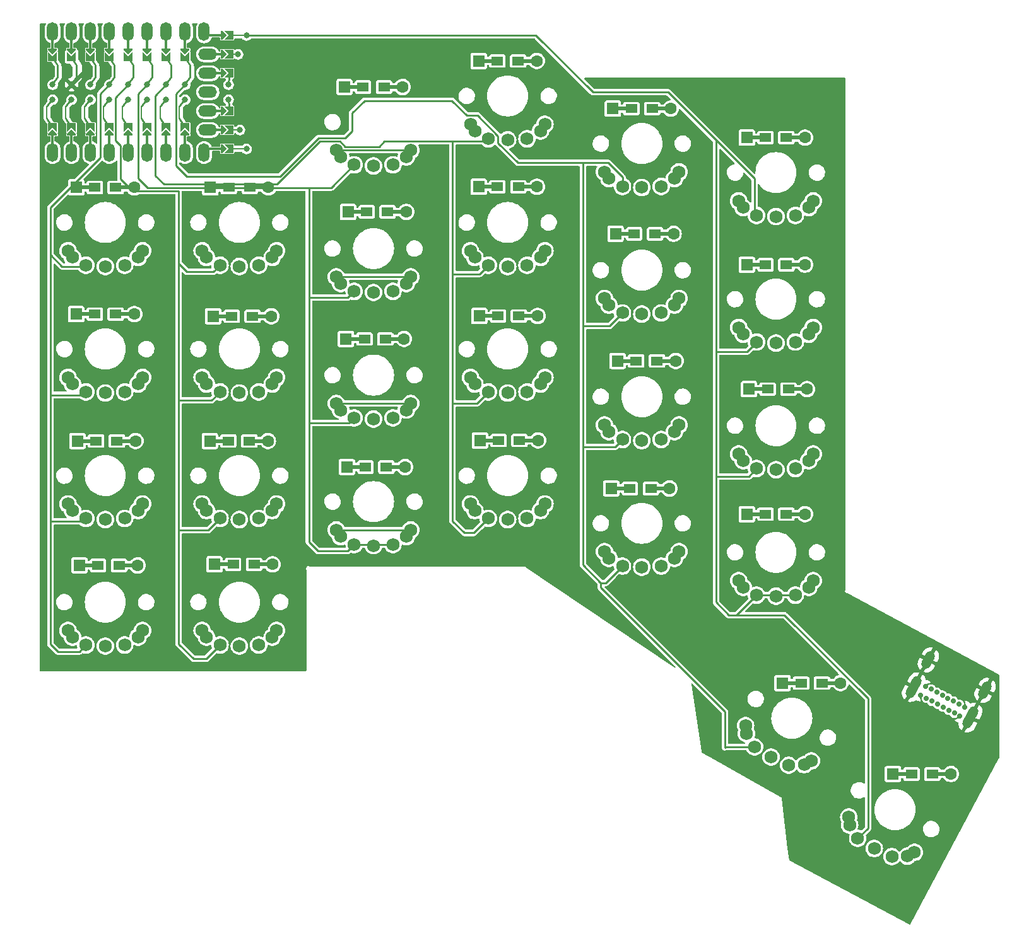
<source format=gbr>
%TF.GenerationSoftware,KiCad,Pcbnew,7.0.6*%
%TF.CreationDate,2023-11-23T00:40:04+08:00*%
%TF.ProjectId,handfull-mini,68616e64-6675-46c6-9c2d-6d696e692e6b,rev?*%
%TF.SameCoordinates,Original*%
%TF.FileFunction,Copper,L1,Top*%
%TF.FilePolarity,Positive*%
%FSLAX46Y46*%
G04 Gerber Fmt 4.6, Leading zero omitted, Abs format (unit mm)*
G04 Created by KiCad (PCBNEW 7.0.6) date 2023-11-23 00:40:04*
%MOMM*%
%LPD*%
G01*
G04 APERTURE LIST*
G04 Aperture macros list*
%AMHorizOval*
0 Thick line with rounded ends*
0 $1 width*
0 $2 $3 position (X,Y) of the first rounded end (center of the circle)*
0 $4 $5 position (X,Y) of the second rounded end (center of the circle)*
0 Add line between two ends*
20,1,$1,$2,$3,$4,$5,0*
0 Add two circle primitives to create the rounded ends*
1,1,$1,$2,$3*
1,1,$1,$4,$5*%
%AMFreePoly0*
4,1,6,0.600000,-0.250000,-0.600000,-0.250000,-0.600000,1.000000,0.000000,0.400000,0.600000,1.000000,0.600000,-0.250000,0.600000,-0.250000,$1*%
%AMFreePoly1*
4,1,44,-0.993077,0.884004,-0.990176,0.884614,-0.985855,0.882966,-0.964783,0.879937,-0.945631,0.867628,-0.924365,0.859520,-0.225596,0.328456,-0.123607,0.380423,0.000000,0.400000,0.123607,0.380423,0.235114,0.323607,0.323607,0.235114,0.380423,0.123607,0.400000,0.000000,0.380423,-0.123607,0.323607,-0.235114,0.235114,-0.323607,0.123607,-0.380423,0.000000,-0.400000,-0.123607,-0.380423,
-0.235114,-0.323607,-0.323607,-0.235114,-0.380423,-0.123607,-0.400000,0.000000,-0.380423,0.123607,-0.377296,0.129742,-1.042109,0.635000,-2.462886,0.635000,-3.598785,-0.104746,-3.631059,-0.119722,-3.701490,-0.120148,-3.760972,-0.082427,-3.790618,-0.018537,-3.781016,0.051238,-3.735215,0.104746,-2.568215,0.864746,-2.567748,0.864962,-2.567580,0.865157,-2.566897,0.865357,-2.535942,0.879722,
-2.517597,0.879832,-2.500000,0.885000,-1.000000,0.885000,-0.993077,0.884004,-0.993077,0.884004,$1*%
%AMFreePoly2*
4,1,27,0.123607,0.380423,0.235114,0.323607,0.323607,0.235114,0.380423,0.123607,0.400000,0.000000,0.380423,-0.123607,0.323607,-0.235114,0.235114,-0.323607,0.125000,-0.379713,0.125000,-2.026000,0.119937,-2.061217,0.081858,-2.120469,0.017789,-2.149728,-0.051927,-2.139704,-0.105157,-2.093580,-0.125000,-2.026000,-0.125000,-0.379713,-0.235114,-0.323607,-0.323607,-0.235114,-0.380423,-0.123607,
-0.400000,0.000000,-0.380423,0.123607,-0.323607,0.235114,-0.235114,0.323607,-0.123607,0.380423,0.000000,0.400000,0.123607,0.380423,0.123607,0.380423,$1*%
%AMFreePoly3*
4,1,27,0.123607,0.380423,0.235114,0.323607,0.323607,0.235114,0.380423,0.123607,0.400000,0.000000,0.380423,-0.123607,0.323607,-0.235114,0.235114,-0.323607,0.125000,-0.379713,0.125000,-1.137000,0.119937,-1.172217,0.081858,-1.231469,0.017789,-1.260728,-0.051927,-1.250704,-0.105157,-1.204580,-0.125000,-1.137000,-0.125000,-0.379713,-0.235114,-0.323607,-0.323607,-0.235114,-0.380423,-0.123607,
-0.400000,0.000000,-0.380423,0.123607,-0.323607,0.235114,-0.235114,0.323607,-0.123607,0.380423,0.000000,0.400000,0.123607,0.380423,0.123607,0.380423,$1*%
%AMFreePoly4*
4,1,28,0.123607,0.380423,0.235114,0.323607,0.323607,0.235114,0.380423,0.123607,0.400000,0.000000,0.380423,-0.123607,0.323607,-0.235114,0.235114,-0.323607,0.123607,-0.380423,0.000000,-0.400000,-0.123607,-0.380423,-0.235114,-0.323607,-0.323607,-0.235114,-0.349482,-0.184331,-1.519658,-0.377334,-1.555229,-0.378069,-1.619888,-0.350140,-1.659184,-0.291687,-1.660639,-0.221269,-1.623792,-0.161243,
-1.560342,-0.130666,-0.390126,0.062342,-0.380423,0.123607,-0.323607,0.235114,-0.235114,0.323607,-0.123607,0.380423,0.000000,0.400000,0.123607,0.380423,0.123607,0.380423,$1*%
%AMFreePoly5*
4,1,29,0.123607,0.380423,0.235114,0.323607,0.323607,0.235114,0.380423,0.123607,0.400000,0.000000,0.380423,-0.123607,0.323607,-0.235114,0.235114,-0.323607,0.123607,-0.380423,0.000000,-0.400000,-0.123607,-0.380423,-0.235114,-0.323607,-0.323607,-0.235114,-0.380423,-0.123607,-0.390126,-0.062342,-1.560342,0.130666,-1.594266,0.141393,-1.646531,0.188607,-1.664974,0.256583,-1.643738,0.323739,
-1.589566,0.368753,-1.519658,0.377334,-0.349482,0.184331,-0.347303,0.188607,-0.323607,0.235114,-0.235114,0.323607,-0.123607,0.380423,0.000000,0.400000,0.123607,0.380423,0.123607,0.380423,$1*%
%AMFreePoly6*
4,1,27,0.123607,0.380423,0.235114,0.323607,0.323607,0.235114,0.380423,0.123607,0.400000,0.000000,0.380423,-0.123607,0.323607,-0.235114,0.235114,-0.323607,0.125000,-0.379713,0.125000,-0.883000,0.119937,-0.918217,0.081858,-0.977469,0.017789,-1.006728,-0.051927,-0.996704,-0.105157,-0.950580,-0.125000,-0.883000,-0.125000,-0.379713,-0.235114,-0.323607,-0.323607,-0.235114,-0.380423,-0.123607,
-0.400000,0.000000,-0.380423,0.123607,-0.323607,0.235114,-0.235114,0.323607,-0.123607,0.380423,0.000000,0.400000,0.123607,0.380423,0.123607,0.380423,$1*%
%AMFreePoly7*
4,1,6,0.600000,0.200000,0.000000,-0.400000,-0.600000,0.200000,-0.600000,0.400000,0.600000,0.400000,0.600000,0.200000,0.600000,0.200000,$1*%
G04 Aperture macros list end*
%TA.AperFunction,SMDPad,CuDef*%
%ADD10R,1.600000X1.200000*%
%TD*%
%TA.AperFunction,ComponentPad*%
%ADD11C,1.600000*%
%TD*%
%TA.AperFunction,ComponentPad*%
%ADD12R,1.600000X1.600000*%
%TD*%
%TA.AperFunction,SMDPad,CuDef*%
%ADD13R,2.900000X0.500000*%
%TD*%
%TA.AperFunction,SMDPad,CuDef*%
%ADD14FreePoly0,180.000000*%
%TD*%
%TA.AperFunction,ComponentPad*%
%ADD15C,0.800000*%
%TD*%
%TA.AperFunction,SMDPad,CuDef*%
%ADD16FreePoly1,90.000000*%
%TD*%
%TA.AperFunction,SMDPad,CuDef*%
%ADD17FreePoly0,90.000000*%
%TD*%
%TA.AperFunction,SMDPad,CuDef*%
%ADD18FreePoly2,270.000000*%
%TD*%
%TA.AperFunction,SMDPad,CuDef*%
%ADD19FreePoly3,270.000000*%
%TD*%
%TA.AperFunction,SMDPad,CuDef*%
%ADD20FreePoly4,90.000000*%
%TD*%
%TA.AperFunction,ComponentPad*%
%ADD21O,2.500000X1.500000*%
%TD*%
%TA.AperFunction,SMDPad,CuDef*%
%ADD22FreePoly5,270.000000*%
%TD*%
%TA.AperFunction,SMDPad,CuDef*%
%ADD23FreePoly6,270.000000*%
%TD*%
%TA.AperFunction,SMDPad,CuDef*%
%ADD24FreePoly1,270.000000*%
%TD*%
%TA.AperFunction,SMDPad,CuDef*%
%ADD25FreePoly0,0.000000*%
%TD*%
%TA.AperFunction,ComponentPad*%
%ADD26O,1.500000X2.500000*%
%TD*%
%TA.AperFunction,SMDPad,CuDef*%
%ADD27R,0.300000X2.000000*%
%TD*%
%TA.AperFunction,SMDPad,CuDef*%
%ADD28FreePoly7,180.000000*%
%TD*%
%TA.AperFunction,SMDPad,CuDef*%
%ADD29R,2.000000X0.300000*%
%TD*%
%TA.AperFunction,SMDPad,CuDef*%
%ADD30FreePoly7,90.000000*%
%TD*%
%TA.AperFunction,SMDPad,CuDef*%
%ADD31FreePoly7,0.000000*%
%TD*%
%TA.AperFunction,ComponentPad*%
%ADD32C,1.750000*%
%TD*%
%TA.AperFunction,ComponentPad*%
%ADD33HorizOval,1.300000X0.283521X0.528787X-0.283521X-0.528787X0*%
%TD*%
%TA.AperFunction,ComponentPad*%
%ADD34HorizOval,1.300000X0.448909X0.837246X-0.448909X-0.837246X0*%
%TD*%
%TA.AperFunction,ComponentPad*%
%ADD35C,0.700000*%
%TD*%
%TA.AperFunction,ViaPad*%
%ADD36C,0.800000*%
%TD*%
%TA.AperFunction,Conductor*%
%ADD37C,0.250000*%
%TD*%
G04 APERTURE END LIST*
D10*
%TO.P,D42,1,K*%
%TO.N,row4*%
X194190000Y-141080000D03*
%TO.P,D42,2,A*%
%TO.N,Net-(D42-A)*%
X196990000Y-141080000D03*
D11*
X199490000Y-141080000D03*
D12*
%TO.P,D42,1,K*%
%TO.N,row4*%
X191690000Y-141080000D03*
D13*
%TO.P,D42,2,A*%
%TO.N,Net-(D42-A)*%
X198090000Y-141080000D03*
%TO.P,D42,1,K*%
%TO.N,row4*%
X193090000Y-141080000D03*
%TD*%
D10*
%TO.P,D41,1,K*%
%TO.N,row4*%
X179370000Y-128860000D03*
%TO.P,D41,2,A*%
%TO.N,Net-(D41-A)*%
X182170000Y-128860000D03*
D11*
X184670000Y-128860000D03*
D12*
%TO.P,D41,1,K*%
%TO.N,row4*%
X176870000Y-128860000D03*
D13*
%TO.P,D41,2,A*%
%TO.N,Net-(D41-A)*%
X183270000Y-128860000D03*
%TO.P,D41,1,K*%
%TO.N,row4*%
X178270000Y-128860000D03*
%TD*%
D10*
%TO.P,D32,1,K*%
%TO.N,row3*%
X103160000Y-112920000D03*
%TO.P,D32,2,A*%
%TO.N,Net-(D32-A)*%
X105960000Y-112920000D03*
D11*
X108460000Y-112920000D03*
D12*
%TO.P,D32,1,K*%
%TO.N,row3*%
X100660000Y-112920000D03*
D13*
%TO.P,D32,2,A*%
%TO.N,Net-(D32-A)*%
X107060000Y-112920000D03*
%TO.P,D32,1,K*%
%TO.N,row3*%
X102060000Y-112920000D03*
%TD*%
D10*
%TO.P,D33,1,K*%
%TO.N,row3*%
X120930000Y-99850000D03*
%TO.P,D33,2,A*%
%TO.N,Net-(D33-A)*%
X123730000Y-99850000D03*
D11*
X126230000Y-99850000D03*
D12*
%TO.P,D33,1,K*%
%TO.N,row3*%
X118430000Y-99850000D03*
D13*
%TO.P,D33,2,A*%
%TO.N,Net-(D33-A)*%
X124830000Y-99850000D03*
%TO.P,D33,1,K*%
%TO.N,row3*%
X119830000Y-99850000D03*
%TD*%
D10*
%TO.P,D34,1,K*%
%TO.N,row3*%
X138780000Y-96270000D03*
%TO.P,D34,2,A*%
%TO.N,Net-(D34-A)*%
X141580000Y-96270000D03*
D11*
X144080000Y-96270000D03*
D12*
%TO.P,D34,1,K*%
%TO.N,row3*%
X136280000Y-96270000D03*
D13*
%TO.P,D34,2,A*%
%TO.N,Net-(D34-A)*%
X142680000Y-96270000D03*
%TO.P,D34,1,K*%
%TO.N,row3*%
X137680000Y-96270000D03*
%TD*%
D10*
%TO.P,D36,1,K*%
%TO.N,row3*%
X174600000Y-106170000D03*
%TO.P,D36,2,A*%
%TO.N,unconnected-(D36-A-Pad2)*%
X177400000Y-106170000D03*
D11*
X179900000Y-106170000D03*
D12*
%TO.P,D36,1,K*%
%TO.N,row3*%
X172100000Y-106170000D03*
D13*
%TO.P,D36,2,A*%
%TO.N,unconnected-(D36-A-Pad2)*%
X178500000Y-106170000D03*
%TO.P,D36,1,K*%
%TO.N,row3*%
X173500000Y-106170000D03*
%TD*%
D10*
%TO.P,D35,1,K*%
%TO.N,row3*%
X156410000Y-102730000D03*
%TO.P,D35,2,A*%
%TO.N,Net-(D35-A)*%
X159210000Y-102730000D03*
D11*
X161710000Y-102730000D03*
D12*
%TO.P,D35,1,K*%
%TO.N,row3*%
X153910000Y-102730000D03*
D13*
%TO.P,D35,2,A*%
%TO.N,Net-(D35-A)*%
X160310000Y-102730000D03*
%TO.P,D35,1,K*%
%TO.N,row3*%
X155310000Y-102730000D03*
%TD*%
D10*
%TO.P,D26,1,K*%
%TO.N,row2*%
X174880000Y-89390000D03*
%TO.P,D26,2,A*%
%TO.N,Net-(D26-A)*%
X177680000Y-89390000D03*
D11*
X180180000Y-89390000D03*
D12*
%TO.P,D26,1,K*%
%TO.N,row2*%
X172380000Y-89390000D03*
D13*
%TO.P,D26,2,A*%
%TO.N,Net-(D26-A)*%
X178780000Y-89390000D03*
%TO.P,D26,1,K*%
%TO.N,row2*%
X173780000Y-89390000D03*
%TD*%
D10*
%TO.P,D25,1,K*%
%TO.N,row2*%
X157250000Y-85590000D03*
%TO.P,D25,2,A*%
%TO.N,Net-(D25-A)*%
X160050000Y-85590000D03*
D11*
X162550000Y-85590000D03*
D12*
%TO.P,D25,1,K*%
%TO.N,row2*%
X154750000Y-85590000D03*
D13*
%TO.P,D25,2,A*%
%TO.N,Net-(D25-A)*%
X161150000Y-85590000D03*
%TO.P,D25,1,K*%
%TO.N,row2*%
X156150000Y-85590000D03*
%TD*%
D10*
%TO.P,D11,1,K*%
%TO.N,row1*%
X84600000Y-79300000D03*
%TO.P,D11,2,A*%
%TO.N,Net-(D11-A)*%
X87400000Y-79300000D03*
D11*
X89900000Y-79300000D03*
D12*
%TO.P,D11,1,K*%
%TO.N,row1*%
X82100000Y-79300000D03*
D13*
%TO.P,D11,2,A*%
%TO.N,Net-(D11-A)*%
X88500000Y-79300000D03*
%TO.P,D11,1,K*%
%TO.N,row1*%
X83500000Y-79300000D03*
%TD*%
D10*
%TO.P,D6,1,K*%
%TO.N,row0*%
X174600000Y-55600000D03*
%TO.P,D6,2,A*%
%TO.N,Net-(D6-A)*%
X177400000Y-55600000D03*
D11*
X179900000Y-55600000D03*
D12*
%TO.P,D6,1,K*%
%TO.N,row0*%
X172100000Y-55600000D03*
D13*
%TO.P,D6,2,A*%
%TO.N,Net-(D6-A)*%
X178500000Y-55600000D03*
%TO.P,D6,1,K*%
%TO.N,row0*%
X173500000Y-55600000D03*
%TD*%
D10*
%TO.P,D4,1,K*%
%TO.N,row0*%
X138600000Y-45300000D03*
%TO.P,D4,2,A*%
%TO.N,Net-(D4-A)*%
X141400000Y-45300000D03*
D11*
X143900000Y-45300000D03*
D12*
%TO.P,D4,1,K*%
%TO.N,row0*%
X136100000Y-45300000D03*
D13*
%TO.P,D4,2,A*%
%TO.N,Net-(D4-A)*%
X142500000Y-45300000D03*
%TO.P,D4,1,K*%
%TO.N,row0*%
X137500000Y-45300000D03*
%TD*%
D10*
%TO.P,D21,1,K*%
%TO.N,row2*%
X84760000Y-96340000D03*
%TO.P,D21,2,A*%
%TO.N,Net-(D21-A)*%
X87560000Y-96340000D03*
D11*
X90060000Y-96340000D03*
D12*
%TO.P,D21,1,K*%
%TO.N,row2*%
X82260000Y-96340000D03*
D13*
%TO.P,D21,2,A*%
%TO.N,Net-(D21-A)*%
X88660000Y-96340000D03*
%TO.P,D21,1,K*%
%TO.N,row2*%
X83660000Y-96340000D03*
%TD*%
D10*
%TO.P,D3,1,K*%
%TO.N,row0*%
X120600000Y-48800000D03*
%TO.P,D3,2,A*%
%TO.N,Net-(D3-A)*%
X123400000Y-48800000D03*
D11*
X125900000Y-48800000D03*
D12*
%TO.P,D3,1,K*%
%TO.N,row0*%
X118100000Y-48800000D03*
D13*
%TO.P,D3,2,A*%
%TO.N,Net-(D3-A)*%
X124500000Y-48800000D03*
%TO.P,D3,1,K*%
%TO.N,row0*%
X119500000Y-48800000D03*
%TD*%
D10*
%TO.P,D16,1,K*%
%TO.N,row1*%
X174600000Y-72670000D03*
%TO.P,D16,2,A*%
%TO.N,Net-(D16-A)*%
X177400000Y-72670000D03*
D11*
X179900000Y-72670000D03*
D12*
%TO.P,D16,1,K*%
%TO.N,row1*%
X172100000Y-72670000D03*
D13*
%TO.P,D16,2,A*%
%TO.N,Net-(D16-A)*%
X178500000Y-72670000D03*
%TO.P,D16,1,K*%
%TO.N,row1*%
X173500000Y-72670000D03*
%TD*%
D10*
%TO.P,D15,1,K*%
%TO.N,row1*%
X156970000Y-68520000D03*
%TO.P,D15,2,A*%
%TO.N,Net-(D15-A)*%
X159770000Y-68520000D03*
D11*
X162270000Y-68520000D03*
D12*
%TO.P,D15,1,K*%
%TO.N,row1*%
X154470000Y-68520000D03*
D13*
%TO.P,D15,2,A*%
%TO.N,Net-(D15-A)*%
X160870000Y-68520000D03*
%TO.P,D15,1,K*%
%TO.N,row1*%
X155870000Y-68520000D03*
%TD*%
D10*
%TO.P,D5,1,K*%
%TO.N,row0*%
X156600000Y-51700000D03*
%TO.P,D5,2,A*%
%TO.N,Net-(D5-A)*%
X159400000Y-51700000D03*
D11*
X161900000Y-51700000D03*
D12*
%TO.P,D5,1,K*%
%TO.N,row0*%
X154100000Y-51700000D03*
D13*
%TO.P,D5,2,A*%
%TO.N,Net-(D5-A)*%
X160500000Y-51700000D03*
%TO.P,D5,1,K*%
%TO.N,row0*%
X155500000Y-51700000D03*
%TD*%
D10*
%TO.P,D14,1,K*%
%TO.N,row1*%
X138630000Y-62200000D03*
%TO.P,D14,2,A*%
%TO.N,Net-(D14-A)*%
X141430000Y-62200000D03*
D11*
X143930000Y-62200000D03*
D12*
%TO.P,D14,1,K*%
%TO.N,row1*%
X136130000Y-62200000D03*
D13*
%TO.P,D14,2,A*%
%TO.N,Net-(D14-A)*%
X142530000Y-62200000D03*
%TO.P,D14,1,K*%
%TO.N,row1*%
X137530000Y-62200000D03*
%TD*%
D10*
%TO.P,D24,1,K*%
%TO.N,row2*%
X138710000Y-79550000D03*
%TO.P,D24,2,A*%
%TO.N,unconnected-(D24-A-Pad2)*%
X141510000Y-79550000D03*
D11*
X144010000Y-79550000D03*
D12*
%TO.P,D24,1,K*%
%TO.N,row2*%
X136210000Y-79550000D03*
D13*
%TO.P,D24,2,A*%
%TO.N,unconnected-(D24-A-Pad2)*%
X142610000Y-79550000D03*
%TO.P,D24,1,K*%
%TO.N,row2*%
X137610000Y-79550000D03*
%TD*%
D10*
%TO.P,D13,1,K*%
%TO.N,row1*%
X121080000Y-65570000D03*
%TO.P,D13,2,A*%
%TO.N,Net-(D13-A)*%
X123880000Y-65570000D03*
D11*
X126380000Y-65570000D03*
D12*
%TO.P,D13,1,K*%
%TO.N,row1*%
X118580000Y-65570000D03*
D13*
%TO.P,D13,2,A*%
%TO.N,Net-(D13-A)*%
X124980000Y-65570000D03*
%TO.P,D13,1,K*%
%TO.N,row1*%
X119980000Y-65570000D03*
%TD*%
%TO.P,D2,1,K*%
%TO.N,row0*%
X101500000Y-62300000D03*
%TO.P,D2,2,A*%
%TO.N,Net-(D2-A)*%
X106500000Y-62300000D03*
D12*
%TO.P,D2,1,K*%
%TO.N,row0*%
X100100000Y-62300000D03*
D11*
%TO.P,D2,2,A*%
%TO.N,Net-(D2-A)*%
X107900000Y-62300000D03*
D10*
X105400000Y-62300000D03*
%TO.P,D2,1,K*%
%TO.N,row0*%
X102600000Y-62300000D03*
%TD*%
%TO.P,D23,1,K*%
%TO.N,row2*%
X120790000Y-82640000D03*
%TO.P,D23,2,A*%
%TO.N,Net-(D23-A)*%
X123590000Y-82640000D03*
D11*
X126090000Y-82640000D03*
D12*
%TO.P,D23,1,K*%
%TO.N,row2*%
X118290000Y-82640000D03*
D13*
%TO.P,D23,2,A*%
%TO.N,Net-(D23-A)*%
X124690000Y-82640000D03*
%TO.P,D23,1,K*%
%TO.N,row2*%
X119690000Y-82640000D03*
%TD*%
D10*
%TO.P,D31,1,K*%
%TO.N,row3*%
X85040000Y-113060000D03*
%TO.P,D31,2,A*%
%TO.N,Net-(D31-A)*%
X87840000Y-113060000D03*
D11*
X90340000Y-113060000D03*
D12*
%TO.P,D31,1,K*%
%TO.N,row3*%
X82540000Y-113060000D03*
D13*
%TO.P,D31,2,A*%
%TO.N,Net-(D31-A)*%
X88940000Y-113060000D03*
%TO.P,D31,1,K*%
%TO.N,row3*%
X83940000Y-113060000D03*
%TD*%
D10*
%TO.P,D22,1,K*%
%TO.N,row2*%
X102530000Y-96340000D03*
%TO.P,D22,2,A*%
%TO.N,Net-(D22-A)*%
X105330000Y-96340000D03*
D11*
X107830000Y-96340000D03*
D12*
%TO.P,D22,1,K*%
%TO.N,row2*%
X100030000Y-96340000D03*
D13*
%TO.P,D22,2,A*%
%TO.N,Net-(D22-A)*%
X106430000Y-96340000D03*
%TO.P,D22,1,K*%
%TO.N,row2*%
X101430000Y-96340000D03*
%TD*%
D10*
%TO.P,D12,1,K*%
%TO.N,row1*%
X102980000Y-79600000D03*
%TO.P,D12,2,A*%
%TO.N,Net-(D12-A)*%
X105780000Y-79600000D03*
D11*
X108280000Y-79600000D03*
D12*
%TO.P,D12,1,K*%
%TO.N,row1*%
X100480000Y-79600000D03*
D13*
%TO.P,D12,2,A*%
%TO.N,Net-(D12-A)*%
X106880000Y-79600000D03*
%TO.P,D12,1,K*%
%TO.N,row1*%
X101880000Y-79600000D03*
%TD*%
D10*
%TO.P,D1,1,K*%
%TO.N,row0*%
X84600000Y-62300000D03*
%TO.P,D1,2,A*%
%TO.N,Net-(D1-A)*%
X87400000Y-62300000D03*
D11*
X89900000Y-62300000D03*
D12*
%TO.P,D1,1,K*%
%TO.N,row0*%
X82100000Y-62300000D03*
D13*
%TO.P,D1,2,A*%
%TO.N,Net-(D1-A)*%
X88500000Y-62300000D03*
%TO.P,D1,1,K*%
%TO.N,row0*%
X83500000Y-62300000D03*
%TD*%
D14*
%TO.P,U1,1,0*%
%TO.N,dataT*%
X78940000Y-53907000D03*
D15*
X78940000Y-50490000D03*
D16*
X78940000Y-50490000D03*
D14*
%TO.P,U1,2,1*%
%TO.N,dataR*%
X81480000Y-53907000D03*
D15*
X81480000Y-50490000D03*
D16*
X81480000Y-50490000D03*
D14*
%TO.P,U1,3,2*%
%TO.N,unconnected-(U1-2-Pad3)*%
X84020000Y-53907000D03*
D15*
X84020000Y-50490000D03*
D16*
X84020000Y-50490000D03*
D14*
%TO.P,U1,4,3*%
%TO.N,unconnected-(U1-3-Pad4)*%
X86560000Y-53907000D03*
D15*
X86560000Y-50490000D03*
D16*
X86560000Y-50490000D03*
D14*
%TO.P,U1,5,4*%
%TO.N,row4*%
X89100000Y-53907000D03*
D15*
X89100000Y-50490000D03*
D16*
X89100000Y-50490000D03*
D14*
%TO.P,U1,6,5*%
%TO.N,row3*%
X91640000Y-53907000D03*
D15*
X91640000Y-50490000D03*
D16*
X91640000Y-50490000D03*
D14*
%TO.P,U1,7,6*%
%TO.N,row2*%
X94180000Y-53907000D03*
D15*
X94180000Y-50490000D03*
D16*
X94180000Y-50490000D03*
D14*
%TO.P,U1,8,7*%
%TO.N,row1*%
X96720000Y-53907000D03*
D15*
X96720000Y-50490000D03*
D16*
X96720000Y-50490000D03*
D17*
%TO.P,U1,9,8*%
%TO.N,row0*%
X102933000Y-57110000D03*
D15*
X104959000Y-57110000D03*
D18*
X104959000Y-57110000D03*
D17*
%TO.P,U1,10,9*%
%TO.N,unconnected-(U1-9-Pad10)*%
X102933000Y-54570000D03*
D15*
X104070000Y-54570000D03*
D19*
X104070000Y-54570000D03*
D17*
%TO.P,U1,11,10*%
%TO.N,unconnected-(U1-10-Pad11)*%
X102933000Y-52030000D03*
D15*
X102546000Y-50490000D03*
D20*
X102546000Y-50490000D03*
D21*
%TO.P,U1,12,11*%
%TO.N,unconnected-(U1-11-Pad12)*%
X99760000Y-49490000D03*
D15*
%TO.P,U1,13,12*%
%TO.N,unconnected-(U1-12-Pad13)*%
X102546000Y-48490000D03*
D22*
X102546000Y-48490000D03*
D17*
X102933000Y-46950000D03*
%TO.P,U1,14,13*%
%TO.N,unconnected-(U1-13-Pad14)*%
X102933000Y-44410000D03*
D15*
X103816000Y-44410000D03*
D23*
X103816000Y-44410000D03*
D17*
%TO.P,U1,15,14*%
%TO.N,col5*%
X102933000Y-41870000D03*
D15*
X104959000Y-41870000D03*
D18*
X104959000Y-41870000D03*
D15*
%TO.P,U1,16,15*%
%TO.N,col4*%
X96720000Y-48490000D03*
D24*
X96720000Y-48490000D03*
D25*
X96720000Y-45073000D03*
D15*
%TO.P,U1,17,26*%
%TO.N,col3*%
X94180000Y-48490000D03*
D24*
X94180000Y-48490000D03*
D25*
X94180000Y-45073000D03*
D15*
%TO.P,U1,18,27*%
%TO.N,col2*%
X91640000Y-48490000D03*
D24*
X91640000Y-48490000D03*
D25*
X91640000Y-45073000D03*
D15*
%TO.P,U1,19,28*%
%TO.N,col1*%
X89100000Y-48490000D03*
D24*
X89100000Y-48490000D03*
D25*
X89100000Y-45073000D03*
D15*
%TO.P,U1,20,29*%
%TO.N,col0*%
X86560000Y-48490000D03*
D24*
X86560000Y-48490000D03*
D25*
X86560000Y-45073000D03*
D15*
%TO.P,U1,21,3V3*%
%TO.N,vcc*%
X84020000Y-48490000D03*
D24*
X84020000Y-48490000D03*
D25*
X84020000Y-45073000D03*
D15*
%TO.P,U1,22,GND*%
%TO.N,gnd*%
X81480000Y-48490000D03*
D24*
X81480000Y-48490000D03*
D25*
X81480000Y-45073000D03*
D15*
%TO.P,U1,23,5V*%
%TO.N,unconnected-(U1-5V-Pad23)*%
X78940000Y-48490000D03*
D24*
X78940000Y-48490000D03*
D25*
X78940000Y-45073000D03*
D26*
%TO.P,U1,a*%
%TO.N,N/C*%
X78940000Y-57610000D03*
D27*
X78940000Y-55990000D03*
D28*
X78940000Y-54923000D03*
D26*
%TO.P,U1,b*%
X81480000Y-57610000D03*
D27*
X81480000Y-55990000D03*
D28*
X81480000Y-54923000D03*
D26*
%TO.P,U1,c*%
X84020000Y-57610000D03*
D27*
X84020000Y-55990000D03*
D28*
X84020000Y-54923000D03*
D26*
%TO.P,U1,d*%
X86560000Y-57610000D03*
D27*
X86560000Y-55990000D03*
D28*
X86560000Y-54923000D03*
D26*
%TO.P,U1,e*%
X89100000Y-57610000D03*
D27*
X89100000Y-55990000D03*
D28*
X89100000Y-54923000D03*
D26*
%TO.P,U1,f*%
X91640000Y-57610000D03*
D27*
X91640000Y-55990000D03*
D28*
X91640000Y-54923000D03*
D26*
%TO.P,U1,g*%
X94180000Y-57610000D03*
D27*
X94180000Y-55990000D03*
D28*
X94180000Y-54923000D03*
D26*
%TO.P,U1,h*%
X96720000Y-57610000D03*
D27*
X96720000Y-55990000D03*
D28*
X96720000Y-54923000D03*
D26*
%TO.P,U1,i*%
X99260000Y-57610000D03*
D29*
X100850000Y-57110000D03*
D30*
X101917000Y-57110000D03*
D21*
%TO.P,U1,j*%
X99760000Y-54570000D03*
D29*
X101100000Y-54570000D03*
D30*
X101917000Y-54570000D03*
D21*
%TO.P,U1,k*%
X99760000Y-52030000D03*
D29*
X101100000Y-52030000D03*
D30*
X101917000Y-52030000D03*
D21*
%TO.P,U1,l*%
X99760000Y-46950000D03*
D29*
X101100000Y-46950000D03*
D30*
X101917000Y-46950000D03*
D21*
%TO.P,U1,m*%
X99760000Y-44410000D03*
D29*
X101100000Y-44410000D03*
D30*
X101917000Y-44410000D03*
D26*
%TO.P,U1,n*%
X99260000Y-41370000D03*
D29*
X100850000Y-41870000D03*
D30*
X101917000Y-41870000D03*
D31*
%TO.P,U1,o*%
X96720000Y-44057000D03*
D27*
X96720000Y-42990000D03*
D26*
X96720000Y-41370000D03*
D31*
%TO.P,U1,p*%
X94180000Y-44057000D03*
D27*
X94180000Y-42990000D03*
D26*
X94180000Y-41370000D03*
D31*
%TO.P,U1,q*%
X91640000Y-44057000D03*
D27*
X91640000Y-42990000D03*
D26*
X91640000Y-41370000D03*
D31*
%TO.P,U1,r*%
X89100000Y-44057000D03*
D27*
X89100000Y-42990000D03*
D26*
X89100000Y-41370000D03*
D31*
%TO.P,U1,s*%
X86560000Y-44057000D03*
D27*
X86560000Y-42990000D03*
D26*
X86560000Y-41370000D03*
D31*
%TO.P,U1,t*%
X84020000Y-44057000D03*
D27*
X84020000Y-42990000D03*
D26*
X84020000Y-41370000D03*
D31*
%TO.P,U1,u*%
X81480000Y-44057000D03*
D27*
X81480000Y-42990000D03*
D26*
X81480000Y-41370000D03*
D31*
%TO.P,U1,v*%
X78940000Y-44057000D03*
D27*
X78940000Y-42990000D03*
D26*
X78940000Y-41370000D03*
%TD*%
D32*
%TO.P,K42,1,1*%
%TO.N,col5*%
X186978613Y-149717892D03*
X189199119Y-151078719D03*
X191561391Y-152175156D03*
%TO.P,K42,2,2*%
%TO.N,Net-(D42-A)*%
X185784959Y-146865228D03*
X185888445Y-147941932D03*
X193643916Y-152100379D03*
X194597993Y-151590736D03*
%TD*%
%TO.P,K41,1,1*%
%TO.N,col4*%
X173126444Y-137438863D03*
X175346950Y-138799690D03*
X177709222Y-139896127D03*
%TO.P,K41,2,2*%
%TO.N,Net-(D41-A)*%
X171932790Y-134586199D03*
X172036276Y-135662903D03*
X179791747Y-139821350D03*
X180745824Y-139311707D03*
%TD*%
%TO.P,K21,1,1*%
%TO.N,col0*%
X83400000Y-106750000D03*
X86000000Y-106900000D03*
X88600000Y-106750000D03*
%TO.P,K21,2,2*%
%TO.N,Net-(D21-A)*%
X81000000Y-104800000D03*
X81600000Y-105700000D03*
X90400000Y-105700000D03*
X91000000Y-104800000D03*
%TD*%
%TO.P,K22,1,1*%
%TO.N,col1*%
X101400000Y-106750000D03*
X104000000Y-106900000D03*
X106600000Y-106750000D03*
%TO.P,K22,2,2*%
%TO.N,Net-(D22-A)*%
X99000000Y-104800000D03*
X99600000Y-105700000D03*
X108400000Y-105700000D03*
X109000000Y-104800000D03*
%TD*%
%TO.P,K34,1,1*%
%TO.N,col3*%
X137400000Y-106750000D03*
X140000000Y-106900000D03*
X142600000Y-106750000D03*
%TO.P,K34,2,2*%
%TO.N,Net-(D34-A)*%
X135000000Y-104800000D03*
X135600000Y-105700000D03*
X144400000Y-105700000D03*
X145000000Y-104800000D03*
%TD*%
%TO.P,K5,1,1*%
%TO.N,col4*%
X155400000Y-62150000D03*
X158000000Y-62300000D03*
X160600000Y-62150000D03*
%TO.P,K5,2,2*%
%TO.N,Net-(D5-A)*%
X153000000Y-60200000D03*
X153600000Y-61100000D03*
X162400000Y-61100000D03*
X163000000Y-60200000D03*
%TD*%
%TO.P,K23,1,1*%
%TO.N,col2*%
X119400000Y-93250000D03*
X122000000Y-93400000D03*
X124600000Y-93250000D03*
%TO.P,K23,2,2*%
%TO.N,Net-(D23-A)*%
X117000000Y-91300000D03*
X117600000Y-92200000D03*
X126400000Y-92200000D03*
X127000000Y-91300000D03*
%TD*%
%TO.P,K2,2,2*%
%TO.N,Net-(D2-A)*%
X109000000Y-70800000D03*
X108400000Y-71700000D03*
X99600000Y-71700000D03*
X99000000Y-70800000D03*
%TO.P,K2,1,1*%
%TO.N,col1*%
X106600000Y-72750000D03*
X104000000Y-72900000D03*
X101400000Y-72750000D03*
%TD*%
%TO.P,K26,1,1*%
%TO.N,col5*%
X173400000Y-100050000D03*
X176000000Y-100200000D03*
X178600000Y-100050000D03*
%TO.P,K26,2,2*%
%TO.N,Net-(D26-A)*%
X171000000Y-98100000D03*
X171600000Y-99000000D03*
X180400000Y-99000000D03*
X181000000Y-98100000D03*
%TD*%
%TO.P,K14,1,1*%
%TO.N,col3*%
X137400000Y-72750000D03*
X140000000Y-72900000D03*
X142600000Y-72750000D03*
%TO.P,K14,2,2*%
%TO.N,Net-(D14-A)*%
X135000000Y-70800000D03*
X135600000Y-71700000D03*
X144400000Y-71700000D03*
X145000000Y-70800000D03*
%TD*%
%TO.P,K15,1,1*%
%TO.N,col4*%
X155400000Y-79150000D03*
X158000000Y-79300000D03*
X160600000Y-79150000D03*
%TO.P,K15,2,2*%
%TO.N,Net-(D15-A)*%
X153000000Y-77200000D03*
X153600000Y-78100000D03*
X162400000Y-78100000D03*
X163000000Y-77200000D03*
%TD*%
%TO.P,K13,1,1*%
%TO.N,col2*%
X119400000Y-76250000D03*
X122000000Y-76400000D03*
X124600000Y-76250000D03*
%TO.P,K13,2,2*%
%TO.N,Net-(D13-A)*%
X117000000Y-74300000D03*
X117600000Y-75200000D03*
X126400000Y-75200000D03*
X127000000Y-74300000D03*
%TD*%
%TO.P,K12,1,1*%
%TO.N,col1*%
X101400000Y-89750000D03*
X104000000Y-89900000D03*
X106600000Y-89750000D03*
%TO.P,K12,2,2*%
%TO.N,Net-(D12-A)*%
X99000000Y-87800000D03*
X99600000Y-88700000D03*
X108400000Y-88700000D03*
X109000000Y-87800000D03*
%TD*%
%TO.P,K33,1,1*%
%TO.N,col2*%
X119400000Y-110250000D03*
X122000000Y-110400000D03*
X124600000Y-110250000D03*
%TO.P,K33,2,2*%
%TO.N,Net-(D33-A)*%
X117000000Y-108300000D03*
X117600000Y-109200000D03*
X126400000Y-109200000D03*
X127000000Y-108300000D03*
%TD*%
%TO.P,K16,1,1*%
%TO.N,col5*%
X173400000Y-83050000D03*
X176000000Y-83200000D03*
X178600000Y-83050000D03*
%TO.P,K16,2,2*%
%TO.N,Net-(D16-A)*%
X171000000Y-81100000D03*
X171600000Y-82000000D03*
X180400000Y-82000000D03*
X181000000Y-81100000D03*
%TD*%
%TO.P,K35,1,1*%
%TO.N,col4*%
X155400000Y-113150000D03*
X158000000Y-113300000D03*
X160600000Y-113150000D03*
%TO.P,K35,2,2*%
%TO.N,Net-(D35-A)*%
X153000000Y-111200000D03*
X153600000Y-112100000D03*
X162400000Y-112100000D03*
X163000000Y-111200000D03*
%TD*%
%TO.P,K24,1,1*%
%TO.N,col3*%
X137400000Y-89750000D03*
X140000000Y-89900000D03*
X142600000Y-89750000D03*
%TO.P,K24,2,2*%
%TO.N,unconnected-(K24-Pad2)*%
X135000000Y-87800000D03*
X135600000Y-88700000D03*
X144400000Y-88700000D03*
X145000000Y-87800000D03*
%TD*%
%TO.P,K31,1,1*%
%TO.N,col0*%
X83400000Y-123750000D03*
X86000000Y-123900000D03*
X88600000Y-123750000D03*
%TO.P,K31,2,2*%
%TO.N,Net-(D31-A)*%
X81000000Y-121800000D03*
X81600000Y-122700000D03*
X90400000Y-122700000D03*
X91000000Y-121800000D03*
%TD*%
%TO.P,K6,1,1*%
%TO.N,col5*%
X173400000Y-66050000D03*
X176000000Y-66200000D03*
X178600000Y-66050000D03*
%TO.P,K6,2,2*%
%TO.N,Net-(D6-A)*%
X171000000Y-64100000D03*
X171600000Y-65000000D03*
X180400000Y-65000000D03*
X181000000Y-64100000D03*
%TD*%
%TO.P,K4,1,1*%
%TO.N,col3*%
X137400000Y-55750000D03*
X140000000Y-55900000D03*
X142600000Y-55750000D03*
%TO.P,K4,2,2*%
%TO.N,Net-(D4-A)*%
X135000000Y-53800000D03*
X135600000Y-54700000D03*
X144400000Y-54700000D03*
X145000000Y-53800000D03*
%TD*%
%TO.P,K11,1,1*%
%TO.N,col0*%
X83400000Y-89750000D03*
X86000000Y-89900000D03*
X88600000Y-89750000D03*
%TO.P,K11,2,2*%
%TO.N,Net-(D11-A)*%
X81000000Y-87800000D03*
X81600000Y-88700000D03*
X90400000Y-88700000D03*
X91000000Y-87800000D03*
%TD*%
%TO.P,K1,1,1*%
%TO.N,col0*%
X83400000Y-72750000D03*
X86000000Y-72900000D03*
X88600000Y-72750000D03*
%TO.P,K1,2,2*%
%TO.N,Net-(D1-A)*%
X81000000Y-70800000D03*
X81600000Y-71700000D03*
X90400000Y-71700000D03*
X91000000Y-70800000D03*
%TD*%
%TO.P,K36,1,1*%
%TO.N,col5*%
X173400000Y-117050000D03*
X176000000Y-117200000D03*
X178600000Y-117050000D03*
%TO.P,K36,2,2*%
%TO.N,unconnected-(K36-Pad2)*%
X171000000Y-115100000D03*
X171600000Y-116000000D03*
X180400000Y-116000000D03*
X181000000Y-115100000D03*
%TD*%
%TO.P,K25,1,1*%
%TO.N,col4*%
X155400000Y-96150000D03*
X158000000Y-96300000D03*
X160600000Y-96150000D03*
%TO.P,K25,2,2*%
%TO.N,Net-(D25-A)*%
X153000000Y-94200000D03*
X153600000Y-95100000D03*
X162400000Y-95100000D03*
X163000000Y-94200000D03*
%TD*%
%TO.P,K3,1,1*%
%TO.N,col2*%
X119400000Y-59250000D03*
X122000000Y-59400000D03*
X124600000Y-59250000D03*
%TO.P,K3,2,2*%
%TO.N,Net-(D3-A)*%
X117000000Y-57300000D03*
X117600000Y-58200000D03*
X126400000Y-58200000D03*
X127000000Y-57300000D03*
%TD*%
D33*
%TO.P,J2,S1,SHIELD*%
%TO.N,gnd*%
X196455127Y-125752582D03*
D34*
X194494105Y-129410026D03*
D33*
X204069660Y-129835288D03*
D34*
X202108639Y-133492732D03*
D35*
%TO.P,J2,B12,GND*%
X201324929Y-132108056D03*
%TO.P,J2,B9,VBUS*%
%TO.N,vcc*%
X200575814Y-131706401D03*
%TO.P,J2,B8,SBU2*%
%TO.N,unconnected-(J2-SBU2-PadB8)*%
X199826700Y-131304746D03*
%TO.P,J2,B7,D-*%
%TO.N,dataT*%
X199077585Y-130903091D03*
%TO.P,J2,B6,D+*%
%TO.N,dataR*%
X198328470Y-130501436D03*
%TO.P,J2,B5,CC2*%
%TO.N,unconnected-(J2-CC2-PadB5)*%
X197579355Y-130099781D03*
%TO.P,J2,B4,VBUS*%
%TO.N,vcc*%
X196830240Y-129698126D03*
%TO.P,J2,B1,GND*%
%TO.N,gnd*%
X196081125Y-129296471D03*
%TO.P,J2,A12,GND*%
X195443202Y-130486242D03*
%TO.P,J2,A9,VBUS*%
%TO.N,vcc*%
X196192317Y-130887897D03*
%TO.P,J2,A8,SBU1*%
%TO.N,unconnected-(J2-SBU1-PadA8)*%
X196941432Y-131289552D03*
%TO.P,J2,A7,D-*%
%TO.N,dataT*%
X197690547Y-131691207D03*
%TO.P,J2,A6,D+*%
%TO.N,dataR*%
X198439662Y-132092862D03*
%TO.P,J2,A5,CC1*%
%TO.N,unconnected-(J2-CC1-PadA5)*%
X199188777Y-132494517D03*
%TO.P,J2,A4,VBUS*%
%TO.N,vcc*%
X199937892Y-132896172D03*
%TO.P,J2,A1,GND*%
%TO.N,gnd*%
X200687007Y-133297827D03*
%TD*%
D32*
%TO.P,K32,1,1*%
%TO.N,col1*%
X101400000Y-123750000D03*
X104000000Y-123900000D03*
X106600000Y-123750000D03*
%TO.P,K32,2,2*%
%TO.N,Net-(D32-A)*%
X99000000Y-121800000D03*
X99600000Y-122700000D03*
X108400000Y-122700000D03*
X109000000Y-121800000D03*
%TD*%
D36*
%TO.N,gnd*%
X183840000Y-53760000D03*
%TD*%
D37*
%TO.N,col4*%
X169140000Y-137500000D02*
X169201137Y-137438863D01*
X169201137Y-137438863D02*
X173126444Y-137438863D01*
X169140000Y-132682985D02*
X169140000Y-137500000D01*
X152510000Y-116052985D02*
X169140000Y-132682985D01*
X152510000Y-115400000D02*
X152510000Y-116052985D01*
%TO.N,col5*%
X188365900Y-148330605D02*
X186978613Y-149717892D01*
X177150991Y-119750000D02*
X188365900Y-130964909D01*
X188365900Y-130964909D02*
X188365900Y-148330605D01*
X170700000Y-119750000D02*
X177150991Y-119750000D01*
X172100000Y-84350000D02*
X167957500Y-84350000D01*
X173400000Y-83050000D02*
X172100000Y-84350000D01*
X167957500Y-84350000D02*
X167957500Y-101110000D01*
X167957500Y-55942500D02*
X167957500Y-84350000D01*
X173400000Y-100050000D02*
X172340000Y-101110000D01*
X172340000Y-101110000D02*
X167957500Y-101110000D01*
X167957500Y-101110000D02*
X167957500Y-118007500D01*
X170700000Y-119750000D02*
X173400000Y-117050000D01*
X169700000Y-119750000D02*
X170700000Y-119750000D01*
X167957500Y-118007500D02*
X169700000Y-119750000D01*
X167957500Y-55942500D02*
X173125000Y-61110000D01*
X161515000Y-49500000D02*
X167957500Y-55942500D01*
%TO.N,col4*%
X155400000Y-79150000D02*
X153660000Y-80890000D01*
X150080000Y-80890000D02*
X150080000Y-97130000D01*
X150080000Y-58990000D02*
X150080000Y-80890000D01*
X153660000Y-80890000D02*
X150080000Y-80890000D01*
X154420000Y-97130000D02*
X150080000Y-97130000D01*
X155400000Y-96150000D02*
X154420000Y-97130000D01*
X150080000Y-97130000D02*
X150080000Y-112970000D01*
X153150000Y-115400000D02*
X155400000Y-113150000D01*
X150080000Y-112970000D02*
X152510000Y-115400000D01*
X152510000Y-115400000D02*
X153150000Y-115400000D01*
X150080000Y-58990000D02*
X153487057Y-58990000D01*
X141392943Y-58990000D02*
X150080000Y-58990000D01*
%TO.N,col3*%
X137400000Y-72750000D02*
X136240000Y-73910000D01*
X132610000Y-73910000D02*
X132610000Y-91280000D01*
X132610000Y-56100000D02*
X132610000Y-73910000D01*
X136240000Y-73910000D02*
X132610000Y-73910000D01*
X137400000Y-89750000D02*
X135870000Y-91280000D01*
X135870000Y-91280000D02*
X132610000Y-91280000D01*
X132610000Y-91280000D02*
X132610000Y-107110000D01*
X135450000Y-108700000D02*
X137400000Y-106750000D01*
X134200000Y-108700000D02*
X135450000Y-108700000D01*
X132610000Y-107110000D02*
X134200000Y-108700000D01*
X132610000Y-56100000D02*
X137050000Y-56100000D01*
X123465864Y-56100000D02*
X132610000Y-56100000D01*
%TO.N,col2*%
X119400000Y-76250000D02*
X118560000Y-77090000D01*
X113320000Y-77090000D02*
X113320000Y-93950000D01*
X118560000Y-77090000D02*
X113320000Y-77090000D01*
X113320000Y-62310000D02*
X113320000Y-77090000D01*
X118700000Y-93950000D02*
X113320000Y-93950000D01*
X113320000Y-93950000D02*
X113320000Y-109920000D01*
X119400000Y-93250000D02*
X118700000Y-93950000D01*
X114524999Y-111124999D02*
X118525001Y-111124999D01*
X113320000Y-109920000D02*
X114524999Y-111124999D01*
X118525001Y-111124999D02*
X119400000Y-110250000D01*
X91660000Y-62310000D02*
X113320000Y-62310000D01*
X113320000Y-62310000D02*
X116340000Y-62310000D01*
%TO.N,col1*%
X101400000Y-89750000D02*
X100270000Y-90880000D01*
X100270000Y-90880000D02*
X95850000Y-90880000D01*
X95850000Y-90880000D02*
X95850000Y-108350000D01*
X95850000Y-72520000D02*
X95850000Y-90880000D01*
X99800000Y-108350000D02*
X95850000Y-108350000D01*
X101400000Y-106750000D02*
X99800000Y-108350000D01*
X95850000Y-108350000D02*
X95850000Y-123620000D01*
X99520000Y-125630000D02*
X101400000Y-123750000D01*
X97860000Y-125630000D02*
X99520000Y-125630000D01*
X95850000Y-123620000D02*
X97860000Y-125630000D01*
%TO.N,col0*%
X83400000Y-89750000D02*
X82990000Y-90160000D01*
X78640000Y-90160000D02*
X78640000Y-107160000D01*
X78640000Y-71350000D02*
X78640000Y-90160000D01*
X82990000Y-90160000D02*
X78640000Y-90160000D01*
X83400000Y-106750000D02*
X82990000Y-107160000D01*
X82990000Y-107160000D02*
X78640000Y-107160000D01*
X78640000Y-107160000D02*
X78640000Y-123640000D01*
X79624999Y-124624999D02*
X82525001Y-124624999D01*
X78640000Y-123640000D02*
X79624999Y-124624999D01*
X82525001Y-124624999D02*
X83400000Y-123750000D01*
%TO.N,col3*%
X109050000Y-61860000D02*
X114810000Y-56100000D01*
X114810000Y-56100000D02*
X117497057Y-56100000D01*
X93880000Y-61860000D02*
X109050000Y-61860000D01*
X92715000Y-49955000D02*
X92715000Y-60695000D01*
X94180000Y-48490000D02*
X92715000Y-49955000D01*
X92715000Y-60695000D02*
X93880000Y-61860000D01*
%TO.N,col2*%
X116340000Y-62310000D02*
X119400000Y-59250000D01*
X90430000Y-61080000D02*
X91660000Y-62310000D01*
X91640000Y-48490000D02*
X90430000Y-49700000D01*
X90430000Y-49700000D02*
X90430000Y-61080000D01*
%TO.N,col1*%
X100525001Y-73624999D02*
X101400000Y-72750000D01*
X96954999Y-73624999D02*
X100525001Y-73624999D01*
X95850000Y-72520000D02*
X96954999Y-73624999D01*
X89660000Y-62760000D02*
X95850000Y-62760000D01*
X95850000Y-62760000D02*
X95850000Y-72520000D01*
X88025000Y-61125000D02*
X89660000Y-62760000D01*
X88025000Y-56665000D02*
X88025000Y-61125000D01*
X87385000Y-56025000D02*
X88025000Y-56665000D01*
X87385000Y-50205000D02*
X87385000Y-56025000D01*
X89100000Y-48490000D02*
X87385000Y-50205000D01*
%TO.N,col0*%
X83250000Y-72900000D02*
X83400000Y-72750000D01*
X80190000Y-72900000D02*
X83250000Y-72900000D01*
X85350000Y-58300280D02*
X78640000Y-65010280D01*
X85350000Y-49700000D02*
X85350000Y-58300280D01*
X78640000Y-71350000D02*
X80190000Y-72900000D01*
X86560000Y-48490000D02*
X85350000Y-49700000D01*
X78640000Y-65010280D02*
X78640000Y-71350000D01*
%TO.N,col4*%
X155400000Y-60902943D02*
X155400000Y-62150000D01*
X153487057Y-58990000D02*
X155400000Y-60902943D01*
X138710000Y-56307057D02*
X141392943Y-58990000D01*
X138710000Y-55362943D02*
X138710000Y-56307057D01*
X135947057Y-52600000D02*
X138710000Y-55362943D01*
X134502943Y-52600000D02*
X135947057Y-52600000D01*
X132527943Y-50625000D02*
X134502943Y-52600000D01*
X120809136Y-50625000D02*
X132527943Y-50625000D01*
X119125000Y-52309136D02*
X120809136Y-50625000D01*
X118165864Y-55650000D02*
X119125000Y-54690864D01*
X114623604Y-55650000D02*
X118165864Y-55650000D01*
X109483604Y-60790000D02*
X114623604Y-55650000D01*
X95510000Y-59380000D02*
X96920000Y-60790000D01*
X96920000Y-60790000D02*
X109483604Y-60790000D01*
X95510000Y-49700000D02*
X95510000Y-59380000D01*
X96720000Y-48490000D02*
X95510000Y-49700000D01*
X119125000Y-54690864D02*
X119125000Y-52309136D01*
%TO.N,col5*%
X173125000Y-61110000D02*
X173125000Y-65775000D01*
X173125000Y-65775000D02*
X173400000Y-66050000D01*
X151424670Y-49500000D02*
X161515000Y-49500000D01*
X143794670Y-41870000D02*
X151424670Y-49500000D01*
X104959000Y-41870000D02*
X143794670Y-41870000D01*
%TO.N,col3*%
X137050000Y-56100000D02*
X137400000Y-55750000D01*
X122762921Y-56802943D02*
X123465864Y-56100000D01*
X118200000Y-56802943D02*
X122762921Y-56802943D01*
X117497057Y-56100000D02*
X118200000Y-56802943D01*
%TO.N,col5*%
X173400000Y-117050000D02*
X178600000Y-117050000D01*
%TO.N,col2*%
X119400000Y-110250000D02*
X124600000Y-110250000D01*
%TO.N,Net-(D3-A)*%
X117000000Y-57300000D02*
X127000000Y-57300000D01*
%TO.N,Net-(D13-A)*%
X117000000Y-74300000D02*
X127000000Y-74300000D01*
%TO.N,Net-(D23-A)*%
X117000000Y-91300000D02*
X127000000Y-91300000D01*
%TO.N,Net-(D33-A)*%
X117000000Y-108300000D02*
X127000000Y-108300000D01*
%TD*%
%TA.AperFunction,Conductor*%
%TO.N,gnd*%
G36*
X98309035Y-40239407D02*
G01*
X98344999Y-40288907D01*
X98344999Y-40350093D01*
X98338154Y-40366169D01*
X98284768Y-40466045D01*
X98224699Y-40664065D01*
X98224698Y-40664071D01*
X98209500Y-40818393D01*
X98209500Y-41921606D01*
X98224698Y-42075928D01*
X98224699Y-42075934D01*
X98284768Y-42273954D01*
X98382316Y-42456452D01*
X98477528Y-42572468D01*
X98513590Y-42616410D01*
X98513595Y-42616414D01*
X98673547Y-42747683D01*
X98673548Y-42747683D01*
X98673550Y-42747685D01*
X98856046Y-42845232D01*
X98993996Y-42887078D01*
X99054065Y-42905300D01*
X99054070Y-42905301D01*
X99259997Y-42925583D01*
X99260000Y-42925583D01*
X99260003Y-42925583D01*
X99465929Y-42905301D01*
X99465934Y-42905300D01*
X99465933Y-42905300D01*
X99663954Y-42845232D01*
X99846450Y-42747685D01*
X100006410Y-42616410D01*
X100137685Y-42456450D01*
X100235232Y-42273954D01*
X100260467Y-42190761D01*
X100295453Y-42140564D01*
X100353261Y-42120518D01*
X100355205Y-42120499D01*
X101315531Y-42120499D01*
X101373722Y-42139406D01*
X101409686Y-42188906D01*
X101414531Y-42219499D01*
X101414531Y-42470002D01*
X101422330Y-42509211D01*
X101422330Y-42509212D01*
X101422331Y-42509213D01*
X101444543Y-42542457D01*
X101477787Y-42564669D01*
X101517000Y-42572469D01*
X101517001Y-42572469D01*
X101716999Y-42572469D01*
X101717000Y-42572469D01*
X101756213Y-42564669D01*
X101770000Y-42555456D01*
X101828884Y-42538849D01*
X101879998Y-42555456D01*
X101893787Y-42564669D01*
X101893786Y-42564669D01*
X101906738Y-42567245D01*
X101933000Y-42572469D01*
X101933001Y-42572469D01*
X103182999Y-42572469D01*
X103183000Y-42572469D01*
X103222213Y-42564669D01*
X103255457Y-42542457D01*
X103277669Y-42509213D01*
X103285469Y-42470000D01*
X103285469Y-42399705D01*
X103304376Y-42341514D01*
X103353876Y-42305550D01*
X103384469Y-42300705D01*
X104350680Y-42300705D01*
X104408871Y-42319612D01*
X104420677Y-42329695D01*
X104504789Y-42413807D01*
X104582168Y-42470026D01*
X104695065Y-42527550D01*
X104786030Y-42557106D01*
X104786029Y-42557106D01*
X104911175Y-42576927D01*
X104911178Y-42576927D01*
X105006825Y-42576927D01*
X105084218Y-42564669D01*
X105131970Y-42557106D01*
X105222935Y-42527550D01*
X105335832Y-42470026D01*
X105413211Y-42413807D01*
X105502523Y-42324494D01*
X105557038Y-42296719D01*
X105572525Y-42295500D01*
X143577414Y-42295500D01*
X143635605Y-42314407D01*
X143647418Y-42324496D01*
X151076141Y-49753220D01*
X151171448Y-49848527D01*
X151171449Y-49848527D01*
X151171450Y-49848528D01*
X151194720Y-49860384D01*
X151207954Y-49868494D01*
X151229089Y-49883849D01*
X151253923Y-49891917D01*
X151268274Y-49897862D01*
X151288586Y-49908212D01*
X151291544Y-49909719D01*
X151317336Y-49913803D01*
X151332446Y-49917431D01*
X151357277Y-49925500D01*
X151391182Y-49925500D01*
X161297744Y-49925500D01*
X161355935Y-49944407D01*
X161367748Y-49954496D01*
X161846127Y-50432875D01*
X161873904Y-50487392D01*
X161864333Y-50547824D01*
X161821068Y-50591089D01*
X161794314Y-50600193D01*
X161597546Y-50636975D01*
X161569619Y-50647794D01*
X161407363Y-50710652D01*
X161233959Y-50818019D01*
X161092621Y-50946866D01*
X161083234Y-50955423D01*
X160966381Y-51110161D01*
X160916225Y-51145204D01*
X160887378Y-51149500D01*
X160599396Y-51149500D01*
X160541205Y-51130593D01*
X160505241Y-51081093D01*
X160500891Y-51057967D01*
X160500828Y-51057975D01*
X160500723Y-51057074D01*
X160500561Y-51056210D01*
X160500499Y-51055138D01*
X160497585Y-51030009D01*
X160487656Y-51007522D01*
X160452206Y-50927235D01*
X160372765Y-50847794D01*
X160269991Y-50802415D01*
X160269990Y-50802414D01*
X160269988Y-50802414D01*
X160244868Y-50799500D01*
X158555139Y-50799500D01*
X158555136Y-50799501D01*
X158530009Y-50802414D01*
X158427235Y-50847794D01*
X158347794Y-50927235D01*
X158302414Y-51030011D01*
X158299500Y-51055130D01*
X158299500Y-52344860D01*
X158299501Y-52344863D01*
X158302414Y-52369990D01*
X158327756Y-52427385D01*
X158347794Y-52472765D01*
X158427235Y-52552206D01*
X158530009Y-52597585D01*
X158555135Y-52600500D01*
X160244864Y-52600499D01*
X160269991Y-52597585D01*
X160372765Y-52552206D01*
X160452206Y-52472765D01*
X160497585Y-52369991D01*
X160500500Y-52344865D01*
X160500499Y-52344846D01*
X160500561Y-52343796D01*
X160500651Y-52343564D01*
X160500830Y-52342023D01*
X160501234Y-52342069D01*
X160522789Y-52286791D01*
X160574279Y-52253738D01*
X160599397Y-52250499D01*
X160887378Y-52250499D01*
X160945569Y-52269406D01*
X160966378Y-52289834D01*
X161083236Y-52444579D01*
X161233959Y-52581981D01*
X161407363Y-52689348D01*
X161597544Y-52763024D01*
X161798024Y-52800500D01*
X162001976Y-52800500D01*
X162202456Y-52763024D01*
X162392637Y-52689348D01*
X162566041Y-52581981D01*
X162716764Y-52444579D01*
X162839673Y-52281821D01*
X162930582Y-52099250D01*
X162986397Y-51903083D01*
X162994918Y-51811116D01*
X163019114Y-51754920D01*
X163071721Y-51723676D01*
X163132646Y-51729322D01*
X163163500Y-51750248D01*
X167503004Y-56089751D01*
X167530781Y-56144268D01*
X167532000Y-56159755D01*
X167532000Y-84308720D01*
X167530781Y-84324207D01*
X167526696Y-84350000D01*
X167528575Y-84361866D01*
X167530781Y-84375790D01*
X167532000Y-84391278D01*
X167532000Y-101068720D01*
X167530781Y-101084207D01*
X167526696Y-101109999D01*
X167530781Y-101135790D01*
X167532000Y-101151277D01*
X167532000Y-117940107D01*
X167532000Y-118074893D01*
X167540069Y-118099725D01*
X167543695Y-118114829D01*
X167547781Y-118140626D01*
X167547781Y-118140627D01*
X167559635Y-118163891D01*
X167565579Y-118178241D01*
X167573650Y-118203079D01*
X167588997Y-118224202D01*
X167597115Y-118237450D01*
X167608970Y-118260718D01*
X167608971Y-118260720D01*
X167632946Y-118284695D01*
X169175498Y-119827245D01*
X169351471Y-120003218D01*
X169351472Y-120003220D01*
X169446780Y-120098528D01*
X169470052Y-120110385D01*
X169483291Y-120118498D01*
X169504419Y-120133849D01*
X169529259Y-120141919D01*
X169543597Y-120147858D01*
X169566874Y-120159719D01*
X169592666Y-120163803D01*
X169607776Y-120167431D01*
X169632607Y-120175500D01*
X169666512Y-120175500D01*
X170632607Y-120175500D01*
X170666512Y-120175500D01*
X176933735Y-120175500D01*
X176991926Y-120194407D01*
X177003739Y-120204496D01*
X184427397Y-127628154D01*
X184455174Y-127682671D01*
X184445603Y-127743103D01*
X184402338Y-127786368D01*
X184375592Y-127795471D01*
X184367545Y-127796975D01*
X184251039Y-127842109D01*
X184177363Y-127870652D01*
X184003959Y-127978018D01*
X184003959Y-127978019D01*
X183853234Y-128115423D01*
X183736381Y-128270161D01*
X183686225Y-128305204D01*
X183657378Y-128309500D01*
X183369396Y-128309500D01*
X183311205Y-128290593D01*
X183275241Y-128241093D01*
X183270891Y-128217967D01*
X183270828Y-128217975D01*
X183270723Y-128217074D01*
X183270561Y-128216210D01*
X183270499Y-128215138D01*
X183267585Y-128190009D01*
X183256698Y-128165352D01*
X183222206Y-128087235D01*
X183142765Y-128007794D01*
X183039991Y-127962415D01*
X183039990Y-127962414D01*
X183039988Y-127962414D01*
X183014868Y-127959500D01*
X181325139Y-127959500D01*
X181325136Y-127959501D01*
X181300009Y-127962414D01*
X181197235Y-128007794D01*
X181117794Y-128087235D01*
X181072414Y-128190011D01*
X181069500Y-128215130D01*
X181069500Y-129504860D01*
X181069501Y-129504863D01*
X181072414Y-129529990D01*
X181093686Y-129578166D01*
X181117794Y-129632765D01*
X181197235Y-129712206D01*
X181300009Y-129757585D01*
X181325135Y-129760500D01*
X183014864Y-129760499D01*
X183039991Y-129757585D01*
X183142765Y-129712206D01*
X183222206Y-129632765D01*
X183267585Y-129529991D01*
X183270500Y-129504865D01*
X183270499Y-129504846D01*
X183270561Y-129503796D01*
X183270651Y-129503564D01*
X183270830Y-129502023D01*
X183271234Y-129502069D01*
X183292789Y-129446791D01*
X183344279Y-129413738D01*
X183369397Y-129410499D01*
X183657378Y-129410499D01*
X183715569Y-129429406D01*
X183736378Y-129449834D01*
X183853236Y-129604579D01*
X184003959Y-129741981D01*
X184177363Y-129849348D01*
X184367544Y-129923024D01*
X184568024Y-129960500D01*
X184771976Y-129960500D01*
X184972456Y-129923024D01*
X185162637Y-129849348D01*
X185336041Y-129741981D01*
X185486764Y-129604579D01*
X185609673Y-129441821D01*
X185700582Y-129259250D01*
X185733758Y-129142647D01*
X185767867Y-129091855D01*
X185825320Y-129070811D01*
X185884169Y-129087555D01*
X185898982Y-129099739D01*
X187911404Y-131112160D01*
X187939181Y-131166677D01*
X187940400Y-131182164D01*
X187940400Y-142303843D01*
X187921493Y-142362034D01*
X187871993Y-142397998D01*
X187810807Y-142397998D01*
X187787877Y-142387128D01*
X187646985Y-142296583D01*
X187646977Y-142296579D01*
X187451717Y-142218409D01*
X187451713Y-142218407D01*
X187400076Y-142208455D01*
X187245171Y-142178600D01*
X187087532Y-142178600D01*
X186930611Y-142193584D01*
X186836040Y-142221352D01*
X186728784Y-142252845D01*
X186728782Y-142252846D01*
X186541836Y-142349224D01*
X186541822Y-142349233D01*
X186376489Y-142479252D01*
X186238744Y-142638219D01*
X186133573Y-142820381D01*
X186064779Y-143019149D01*
X186064777Y-143019156D01*
X186034843Y-143227350D01*
X186034843Y-143227357D01*
X186044852Y-143437459D01*
X186044853Y-143437466D01*
X186094440Y-143641866D01*
X186181819Y-143833202D01*
X186181820Y-143833204D01*
X186181821Y-143833205D01*
X186303831Y-144004544D01*
X186456063Y-144149697D01*
X186456065Y-144149698D01*
X186456067Y-144149700D01*
X186633007Y-144263412D01*
X186633022Y-144263420D01*
X186716734Y-144296933D01*
X186828288Y-144341593D01*
X187034829Y-144381400D01*
X187034832Y-144381400D01*
X187192468Y-144381400D01*
X187349389Y-144366416D01*
X187551211Y-144307156D01*
X187551217Y-144307153D01*
X187738163Y-144210775D01*
X187738165Y-144210773D01*
X187738170Y-144210771D01*
X187780201Y-144177717D01*
X187837630Y-144156608D01*
X187896499Y-144173286D01*
X187934321Y-144221380D01*
X187940400Y-144255536D01*
X187940400Y-148113349D01*
X187921493Y-148171540D01*
X187911403Y-148183353D01*
X187499127Y-148595628D01*
X187444611Y-148623405D01*
X187393362Y-148617939D01*
X187301682Y-148582422D01*
X187301681Y-148582421D01*
X187301679Y-148582421D01*
X187087539Y-148542392D01*
X187062510Y-148542392D01*
X187004319Y-148523485D01*
X186968355Y-148473985D01*
X186968355Y-148412799D01*
X186973889Y-148399264D01*
X186974519Y-148397999D01*
X186989262Y-148368391D01*
X187048880Y-148158855D01*
X187068981Y-147941932D01*
X187048880Y-147725009D01*
X186989262Y-147515473D01*
X186899980Y-147336172D01*
X186890968Y-147275656D01*
X186893375Y-147264977D01*
X186945394Y-147082151D01*
X186965495Y-146865228D01*
X186945394Y-146648305D01*
X186885776Y-146438769D01*
X186788671Y-146243756D01*
X186657386Y-146069906D01*
X186496391Y-145923140D01*
X186311169Y-145808456D01*
X186108028Y-145729758D01*
X186108027Y-145729757D01*
X186108025Y-145729757D01*
X185893885Y-145689728D01*
X185676033Y-145689728D01*
X185461892Y-145729757D01*
X185387217Y-145758686D01*
X185258749Y-145808456D01*
X185073527Y-145923140D01*
X185073524Y-145923142D01*
X184912533Y-146069905D01*
X184781248Y-146243754D01*
X184781243Y-146243763D01*
X184684142Y-146438768D01*
X184624524Y-146648303D01*
X184604423Y-146865227D01*
X184624524Y-147082152D01*
X184684142Y-147291687D01*
X184773421Y-147470984D01*
X184782434Y-147531502D01*
X184780021Y-147542204D01*
X184728010Y-147725007D01*
X184707909Y-147941932D01*
X184728010Y-148158856D01*
X184757702Y-148263212D01*
X184787628Y-148368391D01*
X184884733Y-148563404D01*
X185016018Y-148737254D01*
X185177013Y-148884020D01*
X185362235Y-148998704D01*
X185565376Y-149077402D01*
X185779519Y-149117432D01*
X185804548Y-149117432D01*
X185862739Y-149136339D01*
X185898703Y-149185839D01*
X185898703Y-149247025D01*
X185893169Y-149260560D01*
X185877796Y-149291432D01*
X185818178Y-149500967D01*
X185798077Y-149717892D01*
X185818178Y-149934816D01*
X185842969Y-150021947D01*
X185877796Y-150144351D01*
X185974901Y-150339364D01*
X186106186Y-150513214D01*
X186267181Y-150659980D01*
X186452403Y-150774664D01*
X186655544Y-150853362D01*
X186869687Y-150893392D01*
X187087539Y-150893392D01*
X187301682Y-150853362D01*
X187504823Y-150774664D01*
X187690045Y-150659980D01*
X187851040Y-150513214D01*
X187982325Y-150339364D01*
X188079430Y-150144351D01*
X188139048Y-149934815D01*
X188159149Y-149717892D01*
X188139048Y-149500969D01*
X188079430Y-149291433D01*
X188079427Y-149291427D01*
X188079267Y-149290864D01*
X188081528Y-149229720D01*
X188104482Y-149193769D01*
X188619118Y-148679133D01*
X188619120Y-148679133D01*
X188714428Y-148583825D01*
X188726286Y-148560550D01*
X188734396Y-148547316D01*
X188749749Y-148526186D01*
X188757820Y-148501343D01*
X188763756Y-148487010D01*
X188775619Y-148463731D01*
X188779703Y-148437933D01*
X188783331Y-148422827D01*
X188791400Y-148397998D01*
X188791400Y-148263212D01*
X188791400Y-145879035D01*
X189231642Y-145879035D01*
X189251732Y-146211172D01*
X189311712Y-146538466D01*
X189311712Y-146538468D01*
X189410706Y-146856153D01*
X189512420Y-147082150D01*
X189547271Y-147159586D01*
X189547275Y-147159594D01*
X189547279Y-147159600D01*
X189719406Y-147444333D01*
X189719410Y-147444339D01*
X189719415Y-147444347D01*
X189924627Y-147706281D01*
X190159917Y-147941571D01*
X190421851Y-148146783D01*
X190421862Y-148146789D01*
X190421864Y-148146791D01*
X190538355Y-148217212D01*
X190706612Y-148318927D01*
X191010046Y-148455492D01*
X191327728Y-148554485D01*
X191487831Y-148583825D01*
X191655026Y-148614465D01*
X191655023Y-148614465D01*
X191904057Y-148629529D01*
X191904063Y-148629529D01*
X192070281Y-148629529D01*
X192319312Y-148614465D01*
X192384770Y-148602469D01*
X192646610Y-148554485D01*
X192964292Y-148455492D01*
X193031120Y-148425415D01*
X195729181Y-148425415D01*
X195739190Y-148635517D01*
X195739191Y-148635524D01*
X195788778Y-148839924D01*
X195876157Y-149031260D01*
X195876158Y-149031262D01*
X195876159Y-149031263D01*
X195998169Y-149202602D01*
X196150401Y-149347755D01*
X196150403Y-149347756D01*
X196150405Y-149347758D01*
X196327345Y-149461470D01*
X196327360Y-149461478D01*
X196425999Y-149500967D01*
X196522626Y-149539651D01*
X196729167Y-149579458D01*
X196729170Y-149579458D01*
X196886806Y-149579458D01*
X197043727Y-149564474D01*
X197245549Y-149505214D01*
X197253787Y-149500967D01*
X197432501Y-149408833D01*
X197432504Y-149408831D01*
X197432508Y-149408829D01*
X197432511Y-149408826D01*
X197432515Y-149408824D01*
X197597848Y-149278805D01*
X197613657Y-149260560D01*
X197735593Y-149119839D01*
X197840764Y-148937677D01*
X197909560Y-148738904D01*
X197939495Y-148530703D01*
X197929486Y-148320599D01*
X197879896Y-148116187D01*
X197792517Y-147924853D01*
X197670507Y-147753514D01*
X197518275Y-147608361D01*
X197518272Y-147608359D01*
X197518270Y-147608357D01*
X197341330Y-147494645D01*
X197341315Y-147494637D01*
X197146055Y-147416467D01*
X197146051Y-147416465D01*
X197094414Y-147406513D01*
X196939509Y-147376658D01*
X196781870Y-147376658D01*
X196624949Y-147391642D01*
X196530378Y-147419410D01*
X196423122Y-147450903D01*
X196423120Y-147450904D01*
X196236174Y-147547282D01*
X196236160Y-147547291D01*
X196070827Y-147677310D01*
X195933082Y-147836277D01*
X195827911Y-148018439D01*
X195759117Y-148217207D01*
X195759115Y-148217214D01*
X195729181Y-148425408D01*
X195729181Y-148425415D01*
X193031120Y-148425415D01*
X193267726Y-148318927D01*
X193552487Y-148146783D01*
X193814421Y-147941571D01*
X194049711Y-147706281D01*
X194254923Y-147444347D01*
X194427067Y-147159586D01*
X194563632Y-146856152D01*
X194662625Y-146538470D01*
X194722605Y-146211171D01*
X194742696Y-145879029D01*
X194731245Y-145689728D01*
X194722605Y-145546885D01*
X194698613Y-145415967D01*
X194662625Y-145219588D01*
X194563632Y-144901906D01*
X194427067Y-144598472D01*
X194386169Y-144530818D01*
X194254931Y-144313724D01*
X194254929Y-144313722D01*
X194254923Y-144313711D01*
X194049711Y-144051777D01*
X193814421Y-143816487D01*
X193552487Y-143611275D01*
X193552479Y-143611270D01*
X193552473Y-143611266D01*
X193267740Y-143439139D01*
X193267734Y-143439135D01*
X193267726Y-143439131D01*
X193191698Y-143404913D01*
X192964293Y-143302566D01*
X192646607Y-143203572D01*
X192319311Y-143143592D01*
X192319314Y-143143592D01*
X192070281Y-143128529D01*
X192070275Y-143128529D01*
X191904063Y-143128529D01*
X191904057Y-143128529D01*
X191655025Y-143143592D01*
X191327731Y-143203572D01*
X191327729Y-143203572D01*
X191010044Y-143302566D01*
X190706618Y-143439128D01*
X190706597Y-143439139D01*
X190421864Y-143611266D01*
X190421845Y-143611279D01*
X190159923Y-143816482D01*
X190159920Y-143816484D01*
X189924624Y-144051780D01*
X189924622Y-144051783D01*
X189719419Y-144313705D01*
X189719406Y-144313724D01*
X189547279Y-144598457D01*
X189547268Y-144598478D01*
X189410706Y-144901904D01*
X189311712Y-145219589D01*
X189311712Y-145219591D01*
X189251732Y-145546885D01*
X189231642Y-145879022D01*
X189231642Y-145879035D01*
X188791400Y-145879035D01*
X188791400Y-141924860D01*
X190589500Y-141924860D01*
X190589501Y-141924863D01*
X190592414Y-141949990D01*
X190605886Y-141980500D01*
X190637794Y-142052765D01*
X190717235Y-142132206D01*
X190820009Y-142177585D01*
X190845135Y-142180500D01*
X192534864Y-142180499D01*
X192559991Y-142177585D01*
X192662765Y-142132206D01*
X192742206Y-142052765D01*
X192787585Y-141949991D01*
X192790500Y-141924865D01*
X192790499Y-141729497D01*
X192809406Y-141671309D01*
X192858906Y-141635345D01*
X192889499Y-141630499D01*
X192990604Y-141630499D01*
X193048795Y-141649406D01*
X193084759Y-141698906D01*
X193089108Y-141722033D01*
X193089172Y-141722026D01*
X193089276Y-141722929D01*
X193089439Y-141723792D01*
X193089500Y-141724860D01*
X193092414Y-141749990D01*
X193117756Y-141807385D01*
X193137794Y-141852765D01*
X193217235Y-141932206D01*
X193320009Y-141977585D01*
X193345135Y-141980500D01*
X195034864Y-141980499D01*
X195059991Y-141977585D01*
X195162765Y-141932206D01*
X195242206Y-141852765D01*
X195287585Y-141749991D01*
X195290500Y-141724865D01*
X195290500Y-141724860D01*
X195889500Y-141724860D01*
X195889501Y-141724863D01*
X195892414Y-141749990D01*
X195917756Y-141807385D01*
X195937794Y-141852765D01*
X196017235Y-141932206D01*
X196120009Y-141977585D01*
X196145135Y-141980500D01*
X197834864Y-141980499D01*
X197859991Y-141977585D01*
X197962765Y-141932206D01*
X198042206Y-141852765D01*
X198087585Y-141749991D01*
X198090500Y-141724865D01*
X198090499Y-141724846D01*
X198090561Y-141723796D01*
X198090651Y-141723564D01*
X198090830Y-141722023D01*
X198091234Y-141722069D01*
X198112789Y-141666791D01*
X198164279Y-141633738D01*
X198189397Y-141630499D01*
X198477378Y-141630499D01*
X198535569Y-141649406D01*
X198556378Y-141669834D01*
X198673236Y-141824579D01*
X198823959Y-141961981D01*
X198997363Y-142069348D01*
X199187544Y-142143024D01*
X199388024Y-142180500D01*
X199591976Y-142180500D01*
X199792456Y-142143024D01*
X199982637Y-142069348D01*
X200156041Y-141961981D01*
X200306764Y-141824579D01*
X200429673Y-141661821D01*
X200520582Y-141479250D01*
X200576397Y-141283083D01*
X200595215Y-141080000D01*
X200576397Y-140876917D01*
X200520582Y-140680750D01*
X200429673Y-140498179D01*
X200306764Y-140335421D01*
X200156041Y-140198019D01*
X199982637Y-140090652D01*
X199792456Y-140016976D01*
X199792455Y-140016975D01*
X199792453Y-140016975D01*
X199591976Y-139979500D01*
X199388024Y-139979500D01*
X199187546Y-140016975D01*
X199159619Y-140027794D01*
X198997363Y-140090652D01*
X198823959Y-140198019D01*
X198687316Y-140322586D01*
X198673234Y-140335423D01*
X198556381Y-140490161D01*
X198506225Y-140525204D01*
X198477378Y-140529500D01*
X198189396Y-140529500D01*
X198131205Y-140510593D01*
X198095241Y-140461093D01*
X198090891Y-140437967D01*
X198090828Y-140437975D01*
X198090723Y-140437074D01*
X198090561Y-140436210D01*
X198090499Y-140435138D01*
X198087585Y-140410009D01*
X198085284Y-140404798D01*
X198042206Y-140307235D01*
X197962765Y-140227794D01*
X197859991Y-140182415D01*
X197859990Y-140182414D01*
X197859988Y-140182414D01*
X197834868Y-140179500D01*
X196145139Y-140179500D01*
X196145136Y-140179501D01*
X196120009Y-140182414D01*
X196017235Y-140227794D01*
X195937794Y-140307235D01*
X195892414Y-140410011D01*
X195889500Y-140435130D01*
X195889500Y-141724860D01*
X195290500Y-141724860D01*
X195290499Y-140435136D01*
X195287585Y-140410009D01*
X195242206Y-140307235D01*
X195162765Y-140227794D01*
X195059991Y-140182415D01*
X195059990Y-140182414D01*
X195059988Y-140182414D01*
X195034868Y-140179500D01*
X193345139Y-140179500D01*
X193345136Y-140179501D01*
X193320009Y-140182414D01*
X193217235Y-140227794D01*
X193137794Y-140307235D01*
X193092414Y-140410011D01*
X193089501Y-140435117D01*
X193089439Y-140436203D01*
X193089348Y-140436434D01*
X193089170Y-140437976D01*
X193088765Y-140437929D01*
X193067211Y-140493208D01*
X193015721Y-140526261D01*
X192990603Y-140529500D01*
X192889499Y-140529500D01*
X192831308Y-140510593D01*
X192795344Y-140461093D01*
X192790499Y-140430500D01*
X192790499Y-140235139D01*
X192790499Y-140235136D01*
X192787585Y-140210009D01*
X192742206Y-140107235D01*
X192662765Y-140027794D01*
X192559991Y-139982415D01*
X192559990Y-139982414D01*
X192559988Y-139982414D01*
X192534868Y-139979500D01*
X190845139Y-139979500D01*
X190845136Y-139979501D01*
X190820009Y-139982414D01*
X190717235Y-140027794D01*
X190637794Y-140107235D01*
X190592414Y-140210011D01*
X190589500Y-140235130D01*
X190589500Y-141924860D01*
X188791400Y-141924860D01*
X188791400Y-130931421D01*
X188791400Y-130897516D01*
X188788274Y-130887897D01*
X188783331Y-130872684D01*
X188779703Y-130857574D01*
X188779299Y-130855022D01*
X188775619Y-130831783D01*
X188763762Y-130808513D01*
X188757817Y-130794162D01*
X188749749Y-130769328D01*
X188734394Y-130748193D01*
X188726283Y-130734956D01*
X188714428Y-130711689D01*
X188714427Y-130711688D01*
X188714427Y-130711687D01*
X188321843Y-130319103D01*
X192892504Y-130319103D01*
X192925329Y-130529678D01*
X192996291Y-130730651D01*
X193102968Y-130915151D01*
X193102971Y-130915154D01*
X193241735Y-131076914D01*
X193294122Y-131119015D01*
X193850582Y-130081176D01*
X193875542Y-130152972D01*
X193947644Y-130244873D01*
X194045680Y-130308382D01*
X194159026Y-130336618D01*
X194275398Y-130326521D01*
X194289794Y-130320139D01*
X193734779Y-131355283D01*
X193798830Y-131375615D01*
X193798843Y-131375617D01*
X194010357Y-131401672D01*
X194010364Y-131401673D01*
X194223064Y-131388420D01*
X194223081Y-131388417D01*
X194429728Y-131336303D01*
X194429736Y-131336300D01*
X194623291Y-131247103D01*
X194778443Y-131137124D01*
X194836851Y-131118898D01*
X194893885Y-131137798D01*
X195015859Y-131226416D01*
X195015867Y-131226421D01*
X195179088Y-131299091D01*
X195179094Y-131299093D01*
X195353866Y-131336242D01*
X195438701Y-131336242D01*
X195438701Y-131336241D01*
X195374523Y-131123689D01*
X195374885Y-131106380D01*
X195363099Y-131085852D01*
X195160226Y-130413950D01*
X195161506Y-130352778D01*
X195198498Y-130304041D01*
X195226384Y-130290560D01*
X195515493Y-130203266D01*
X195576665Y-130204546D01*
X195625402Y-130241538D01*
X195638883Y-130269424D01*
X195682901Y-130415207D01*
X195681621Y-130476379D01*
X195669603Y-130500061D01*
X195632977Y-130553122D01*
X195643202Y-130531891D01*
X195643202Y-130440593D01*
X195603589Y-130358337D01*
X195532210Y-130301415D01*
X195465734Y-130286242D01*
X195420670Y-130286242D01*
X195354194Y-130301415D01*
X195282815Y-130358337D01*
X195243202Y-130440593D01*
X195243202Y-130531891D01*
X195282815Y-130614147D01*
X195354194Y-130671069D01*
X195420670Y-130686242D01*
X195465734Y-130686242D01*
X195532210Y-130671069D01*
X195599054Y-130617762D01*
X195556080Y-130731079D01*
X195556079Y-130731080D01*
X195537039Y-130887895D01*
X195537039Y-130887898D01*
X195556151Y-131045303D01*
X195555061Y-131050869D01*
X195561863Y-131059967D01*
X195612094Y-131192415D01*
X195612096Y-131192418D01*
X195612097Y-131192420D01*
X195622584Y-131207613D01*
X195701832Y-131322425D01*
X195701833Y-131322426D01*
X195701834Y-131322427D01*
X195820077Y-131427180D01*
X195959952Y-131500593D01*
X196113332Y-131538397D01*
X196113335Y-131538397D01*
X196272143Y-131538397D01*
X196330334Y-131557304D01*
X196359805Y-131591393D01*
X196361210Y-131594071D01*
X196361212Y-131594075D01*
X196405565Y-131658332D01*
X196450947Y-131724080D01*
X196450948Y-131724081D01*
X196450949Y-131724082D01*
X196569192Y-131828835D01*
X196709067Y-131902248D01*
X196862447Y-131940052D01*
X196862450Y-131940052D01*
X197021258Y-131940052D01*
X197079449Y-131958959D01*
X197108920Y-131993048D01*
X197110325Y-131995726D01*
X197110327Y-131995730D01*
X197154680Y-132059987D01*
X197200062Y-132125735D01*
X197200063Y-132125736D01*
X197200064Y-132125737D01*
X197318307Y-132230490D01*
X197458182Y-132303903D01*
X197611562Y-132341707D01*
X197611565Y-132341707D01*
X197770373Y-132341707D01*
X197828564Y-132360614D01*
X197858035Y-132394703D01*
X197859440Y-132397381D01*
X197859442Y-132397385D01*
X197897852Y-132453031D01*
X197949177Y-132527390D01*
X197949178Y-132527391D01*
X197949179Y-132527392D01*
X198067422Y-132632145D01*
X198207297Y-132705558D01*
X198360677Y-132743362D01*
X198360680Y-132743362D01*
X198519488Y-132743362D01*
X198577679Y-132762269D01*
X198607150Y-132796358D01*
X198608555Y-132799036D01*
X198608557Y-132799040D01*
X198630091Y-132830237D01*
X198698292Y-132929045D01*
X198698293Y-132929046D01*
X198698294Y-132929047D01*
X198816537Y-133033800D01*
X198956412Y-133107213D01*
X199109792Y-133145017D01*
X199109795Y-133145017D01*
X199268603Y-133145017D01*
X199326794Y-133163924D01*
X199356265Y-133198013D01*
X199357670Y-133200691D01*
X199357672Y-133200695D01*
X199393208Y-133252178D01*
X199447407Y-133330700D01*
X199447408Y-133330701D01*
X199447409Y-133330702D01*
X199565652Y-133435455D01*
X199705527Y-133508868D01*
X199858907Y-133546672D01*
X199858910Y-133546672D01*
X200016874Y-133546672D01*
X200016877Y-133546672D01*
X200160170Y-133511354D01*
X200164923Y-133511699D01*
X200165027Y-133511612D01*
X200170253Y-133508868D01*
X200170257Y-133508868D01*
X200310132Y-133435455D01*
X200428375Y-133330702D01*
X200497233Y-133230943D01*
X200487007Y-133252178D01*
X200487007Y-133343476D01*
X200526620Y-133425732D01*
X200597999Y-133482654D01*
X200664475Y-133497827D01*
X200709539Y-133497827D01*
X200776015Y-133482654D01*
X200847394Y-133425732D01*
X200887007Y-133343476D01*
X200887007Y-133252178D01*
X200847394Y-133169922D01*
X200776015Y-133113000D01*
X200709539Y-133097827D01*
X200664475Y-133097827D01*
X200597999Y-133113000D01*
X200531153Y-133166306D01*
X200549232Y-133118635D01*
X200587544Y-133070933D01*
X200613182Y-133058969D01*
X200759298Y-133014851D01*
X200820470Y-133016131D01*
X200869207Y-133053123D01*
X200882688Y-133081009D01*
X200969981Y-133370118D01*
X200968701Y-133431290D01*
X200931709Y-133480027D01*
X200903823Y-133493508D01*
X200239651Y-133694046D01*
X200225408Y-133693747D01*
X200212476Y-133702251D01*
X199979601Y-133772564D01*
X199995553Y-133800192D01*
X200115115Y-133932982D01*
X200259664Y-134038001D01*
X200259672Y-134038006D01*
X200422893Y-134110676D01*
X200422903Y-134110679D01*
X200434362Y-134113115D01*
X200487351Y-134143706D01*
X200512239Y-134199601D01*
X200512737Y-134212938D01*
X200507038Y-134401804D01*
X200507038Y-134401809D01*
X200539863Y-134612384D01*
X200610825Y-134813357D01*
X200717502Y-134997857D01*
X200717505Y-134997860D01*
X200856269Y-135159620D01*
X200908656Y-135201721D01*
X201465117Y-134163884D01*
X201490076Y-134235678D01*
X201562178Y-134327579D01*
X201660214Y-134391088D01*
X201773560Y-134419324D01*
X201889932Y-134409227D01*
X201904327Y-134402845D01*
X201349313Y-135437989D01*
X201413364Y-135458321D01*
X201413377Y-135458323D01*
X201624891Y-135484378D01*
X201624898Y-135484379D01*
X201837598Y-135471126D01*
X201837615Y-135471123D01*
X202044262Y-135419009D01*
X202044270Y-135419006D01*
X202237828Y-135329808D01*
X202237829Y-135329807D01*
X202411700Y-135206559D01*
X202411703Y-135206556D01*
X202559966Y-135053461D01*
X202559970Y-135053456D01*
X202648111Y-134920257D01*
X202648114Y-134920251D01*
X203004012Y-134256474D01*
X202298964Y-133878447D01*
X202535232Y-133437791D01*
X203240280Y-133815818D01*
X203596181Y-133152041D01*
X203658347Y-133004909D01*
X203658350Y-133004900D01*
X203703810Y-132796689D01*
X203710239Y-132583659D01*
X203710239Y-132583654D01*
X203677414Y-132373079D01*
X203606452Y-132172106D01*
X203499775Y-131987606D01*
X203499772Y-131987603D01*
X203361008Y-131825843D01*
X203308620Y-131783741D01*
X202752160Y-132821577D01*
X202727203Y-132749785D01*
X202655100Y-132657885D01*
X202557065Y-132594376D01*
X202443718Y-132566140D01*
X202327346Y-132576237D01*
X202312948Y-132582618D01*
X202864468Y-131553995D01*
X202864729Y-131553512D01*
X202867964Y-131547474D01*
X202803905Y-131527141D01*
X202803899Y-131527140D01*
X202592386Y-131501085D01*
X202592379Y-131501084D01*
X202379679Y-131514337D01*
X202379662Y-131514340D01*
X202173015Y-131566454D01*
X202173002Y-131566459D01*
X202103566Y-131598457D01*
X202042803Y-131605640D01*
X201989424Y-131575735D01*
X201988560Y-131574789D01*
X201896820Y-131472900D01*
X201752271Y-131367881D01*
X201752263Y-131367876D01*
X201589042Y-131295206D01*
X201589036Y-131295204D01*
X201414265Y-131258056D01*
X201329429Y-131258056D01*
X201393607Y-131470608D01*
X201393244Y-131487917D01*
X201405031Y-131508445D01*
X201607904Y-132180347D01*
X201606624Y-132241519D01*
X201569632Y-132290256D01*
X201541746Y-132303737D01*
X201252636Y-132391031D01*
X201191464Y-132389751D01*
X201142727Y-132352759D01*
X201129246Y-132324872D01*
X201085229Y-132179088D01*
X201086509Y-132117917D01*
X201098523Y-132094242D01*
X201135155Y-132041172D01*
X201124929Y-132062407D01*
X201124929Y-132153705D01*
X201164542Y-132235961D01*
X201235921Y-132292883D01*
X201302397Y-132308056D01*
X201347461Y-132308056D01*
X201413937Y-132292883D01*
X201485316Y-132235961D01*
X201524929Y-132153705D01*
X201524929Y-132062407D01*
X201485316Y-131980151D01*
X201413937Y-131923229D01*
X201347461Y-131908056D01*
X201302397Y-131908056D01*
X201235921Y-131923229D01*
X201169075Y-131976535D01*
X201212051Y-131863219D01*
X201231092Y-131706401D01*
X201212051Y-131549583D01*
X201212050Y-131549581D01*
X201211979Y-131548994D01*
X201213068Y-131543428D01*
X201206266Y-131534330D01*
X201203540Y-131527141D01*
X201156034Y-131401878D01*
X201082403Y-131295204D01*
X201066298Y-131271872D01*
X200965038Y-131182164D01*
X200948054Y-131167118D01*
X200832329Y-131106380D01*
X200808178Y-131093704D01*
X200654801Y-131055901D01*
X200654799Y-131055901D01*
X200496829Y-131055901D01*
X200495989Y-131055901D01*
X200437798Y-131036994D01*
X200408327Y-131002905D01*
X200406922Y-131000229D01*
X200406920Y-131000223D01*
X200329386Y-130887895D01*
X200317184Y-130870217D01*
X200198941Y-130765464D01*
X200198940Y-130765463D01*
X200097985Y-130712477D01*
X200059064Y-130692049D01*
X199905687Y-130654246D01*
X199905685Y-130654246D01*
X199747715Y-130654246D01*
X199746874Y-130654246D01*
X199688683Y-130635339D01*
X199659212Y-130601250D01*
X199657807Y-130598574D01*
X199657805Y-130598568D01*
X199585539Y-130493872D01*
X199568069Y-130468562D01*
X199531207Y-130435905D01*
X202633447Y-130435905D01*
X202666273Y-130646484D01*
X202737232Y-130847450D01*
X202843915Y-131031959D01*
X202982683Y-131193722D01*
X202982684Y-131193724D01*
X203035064Y-131235819D01*
X203520644Y-130330176D01*
X203545603Y-130401971D01*
X203617706Y-130493872D01*
X203715741Y-130557381D01*
X203829087Y-130585617D01*
X203945460Y-130575520D01*
X203959857Y-130569138D01*
X203479261Y-131465487D01*
X203475721Y-131472085D01*
X203539780Y-131492420D01*
X203539781Y-131492421D01*
X203751298Y-131518475D01*
X203751307Y-131518476D01*
X203964008Y-131505223D01*
X203964026Y-131505220D01*
X204170670Y-131453107D01*
X204364237Y-131363904D01*
X204364238Y-131363903D01*
X204538110Y-131240656D01*
X204538113Y-131240653D01*
X204686376Y-131087557D01*
X204686380Y-131087552D01*
X204774523Y-130954348D01*
X204774526Y-130954343D01*
X204965033Y-130599030D01*
X204259985Y-130221003D01*
X204496253Y-129780347D01*
X205201302Y-130158374D01*
X205391814Y-129803055D01*
X205453980Y-129655923D01*
X205453983Y-129655914D01*
X205499443Y-129447703D01*
X205505872Y-129234673D01*
X205505872Y-129234668D01*
X205473047Y-129024093D01*
X205402085Y-128823120D01*
X205295408Y-128638620D01*
X205295406Y-128638617D01*
X205156638Y-128476854D01*
X205104254Y-128434756D01*
X204618674Y-129340395D01*
X204593717Y-129268605D01*
X204521614Y-129176704D01*
X204423579Y-129113195D01*
X204310233Y-129084959D01*
X204193860Y-129095056D01*
X204179459Y-129101439D01*
X204663597Y-128198488D01*
X204599542Y-128178156D01*
X204599531Y-128178153D01*
X204388021Y-128152100D01*
X204388012Y-128152099D01*
X204175311Y-128165352D01*
X204175294Y-128165355D01*
X203968647Y-128217469D01*
X203968639Y-128217472D01*
X203775082Y-128306670D01*
X203775081Y-128306671D01*
X203601209Y-128429919D01*
X203601206Y-128429922D01*
X203452943Y-128583017D01*
X203452939Y-128583022D01*
X203364796Y-128716227D01*
X203364793Y-128716232D01*
X203174285Y-129071543D01*
X203879335Y-129449572D01*
X203643067Y-129890228D01*
X202938016Y-129512200D01*
X202747505Y-129867520D01*
X202685339Y-130014652D01*
X202685336Y-130014661D01*
X202639876Y-130222872D01*
X202633447Y-130435902D01*
X202633447Y-130435905D01*
X199531207Y-130435905D01*
X199449825Y-130363808D01*
X199344221Y-130308382D01*
X199309949Y-130290394D01*
X199156572Y-130252591D01*
X199156570Y-130252591D01*
X198998600Y-130252591D01*
X198997759Y-130252591D01*
X198939568Y-130233684D01*
X198910097Y-130199595D01*
X198908692Y-130196919D01*
X198908690Y-130196913D01*
X198836311Y-130092053D01*
X198818954Y-130066907D01*
X198763247Y-130017555D01*
X198700710Y-129962153D01*
X198605545Y-129912206D01*
X198560834Y-129888739D01*
X198407457Y-129850936D01*
X198407455Y-129850936D01*
X198249485Y-129850936D01*
X198248644Y-129850936D01*
X198190453Y-129832029D01*
X198160982Y-129797940D01*
X198159577Y-129795264D01*
X198159575Y-129795258D01*
X198069838Y-129665251D01*
X197951595Y-129560498D01*
X197861645Y-129513288D01*
X197811719Y-129487084D01*
X197658342Y-129449281D01*
X197658340Y-129449281D01*
X197500370Y-129449281D01*
X197499529Y-129449281D01*
X197441338Y-129430374D01*
X197411867Y-129396285D01*
X197410462Y-129393609D01*
X197410460Y-129393603D01*
X197341946Y-129294343D01*
X197320724Y-129263597D01*
X197315820Y-129259252D01*
X197202480Y-129158843D01*
X197132542Y-129122136D01*
X197062604Y-129085429D01*
X196909227Y-129047626D01*
X196909225Y-129047626D01*
X196751255Y-129047626D01*
X196657188Y-129070811D01*
X196607944Y-129082948D01*
X196603201Y-129082603D01*
X196603108Y-129082683D01*
X196457998Y-129158844D01*
X196339755Y-129263597D01*
X196270899Y-129363352D01*
X196281125Y-129342120D01*
X196281125Y-129250822D01*
X196241512Y-129168566D01*
X196170133Y-129111644D01*
X196103657Y-129096471D01*
X196058593Y-129096471D01*
X195992117Y-129111644D01*
X195920738Y-129168566D01*
X195881125Y-129250822D01*
X195881125Y-129342120D01*
X195920738Y-129424376D01*
X195992117Y-129481298D01*
X196058593Y-129496471D01*
X196103657Y-129496471D01*
X196170133Y-129481298D01*
X196236976Y-129427993D01*
X196218898Y-129475661D01*
X196180584Y-129523365D01*
X196154948Y-129535328D01*
X196008833Y-129579446D01*
X195947661Y-129578166D01*
X195898924Y-129541174D01*
X195885443Y-129513288D01*
X195798149Y-129224179D01*
X195799429Y-129163007D01*
X195836421Y-129114270D01*
X195864307Y-129100789D01*
X196528484Y-128900249D01*
X196542713Y-128900546D01*
X196555637Y-128892050D01*
X196788529Y-128821732D01*
X196772580Y-128794107D01*
X196772579Y-128794105D01*
X196653016Y-128661315D01*
X196508467Y-128556296D01*
X196508459Y-128556291D01*
X196345238Y-128483621D01*
X196345232Y-128483619D01*
X196170455Y-128446469D01*
X196165301Y-128445928D01*
X196165466Y-128444355D01*
X196113786Y-128427564D01*
X196077822Y-128378064D01*
X196074158Y-128362719D01*
X196062880Y-128290373D01*
X195991918Y-128089400D01*
X195885241Y-127904900D01*
X195885238Y-127904897D01*
X195746474Y-127743137D01*
X195694086Y-127701035D01*
X195137626Y-128738871D01*
X195112669Y-128667079D01*
X195040566Y-128575179D01*
X194942531Y-128511670D01*
X194829184Y-128483434D01*
X194712812Y-128493531D01*
X194698412Y-128499913D01*
X195253430Y-127464768D01*
X195253430Y-127464767D01*
X195189381Y-127444437D01*
X195189365Y-127444434D01*
X194977852Y-127418379D01*
X194977845Y-127418378D01*
X194765145Y-127431631D01*
X194765128Y-127431634D01*
X194558481Y-127483748D01*
X194558473Y-127483751D01*
X194364915Y-127572949D01*
X194364914Y-127572950D01*
X194191043Y-127696198D01*
X194191040Y-127696201D01*
X194042777Y-127849296D01*
X194042773Y-127849301D01*
X193954632Y-127982500D01*
X193954629Y-127982506D01*
X193598730Y-128646281D01*
X194303779Y-129024309D01*
X194067512Y-129464966D01*
X193362461Y-129086938D01*
X193006562Y-129750716D01*
X192944396Y-129897848D01*
X192944393Y-129897857D01*
X192898933Y-130106068D01*
X192892504Y-130319098D01*
X192892504Y-130319103D01*
X188321843Y-130319103D01*
X184355939Y-126353199D01*
X195018914Y-126353199D01*
X195051740Y-126563778D01*
X195122699Y-126764744D01*
X195229382Y-126949253D01*
X195368150Y-127111016D01*
X195368151Y-127111018D01*
X195420531Y-127153113D01*
X195906111Y-126247470D01*
X195931070Y-126319265D01*
X196003173Y-126411166D01*
X196101208Y-126474675D01*
X196214554Y-126502911D01*
X196330927Y-126492814D01*
X196345323Y-126486432D01*
X195861188Y-127389380D01*
X195925246Y-127409714D01*
X195925248Y-127409715D01*
X196136765Y-127435769D01*
X196136774Y-127435770D01*
X196349475Y-127422517D01*
X196349493Y-127422514D01*
X196556137Y-127370401D01*
X196749704Y-127281198D01*
X196749705Y-127281197D01*
X196923577Y-127157950D01*
X196923580Y-127157947D01*
X197071843Y-127004851D01*
X197071847Y-127004846D01*
X197159990Y-126871642D01*
X197159993Y-126871637D01*
X197350500Y-126516324D01*
X196645452Y-126138297D01*
X196881720Y-125697641D01*
X197586769Y-126075668D01*
X197777281Y-125720349D01*
X197839447Y-125573217D01*
X197839450Y-125573208D01*
X197884910Y-125364997D01*
X197891339Y-125151967D01*
X197891339Y-125151962D01*
X197858514Y-124941387D01*
X197787552Y-124740414D01*
X197680875Y-124555914D01*
X197680873Y-124555911D01*
X197542105Y-124394148D01*
X197489721Y-124352050D01*
X197004141Y-125257689D01*
X196979184Y-125185899D01*
X196907081Y-125093998D01*
X196809046Y-125030489D01*
X196695700Y-125002253D01*
X196579327Y-125012350D01*
X196564926Y-125018733D01*
X197049064Y-124115782D01*
X196985009Y-124095450D01*
X196984998Y-124095447D01*
X196773488Y-124069394D01*
X196773479Y-124069393D01*
X196560778Y-124082646D01*
X196560761Y-124082649D01*
X196354114Y-124134763D01*
X196354106Y-124134766D01*
X196160549Y-124223964D01*
X196160548Y-124223965D01*
X195986676Y-124347213D01*
X195986673Y-124347216D01*
X195838410Y-124500311D01*
X195838406Y-124500316D01*
X195750263Y-124633521D01*
X195750260Y-124633526D01*
X195559752Y-124988837D01*
X196264802Y-125366866D01*
X196028534Y-125807522D01*
X195323483Y-125429494D01*
X195132972Y-125784814D01*
X195070806Y-125931946D01*
X195070803Y-125931955D01*
X195025343Y-126140166D01*
X195018914Y-126353196D01*
X195018914Y-126353199D01*
X184355939Y-126353199D01*
X177404211Y-119401471D01*
X177404209Y-119401470D01*
X177380941Y-119389615D01*
X177367696Y-119381499D01*
X177346572Y-119366151D01*
X177346570Y-119366150D01*
X177321732Y-119358079D01*
X177307382Y-119352135D01*
X177284117Y-119340281D01*
X177258320Y-119336195D01*
X177243220Y-119332570D01*
X177218384Y-119324500D01*
X177218382Y-119324500D01*
X171966256Y-119324500D01*
X171908065Y-119305593D01*
X171872101Y-119256093D01*
X171872101Y-119194907D01*
X171896252Y-119155496D01*
X172120982Y-118930766D01*
X172879485Y-118172261D01*
X172934000Y-118144486D01*
X172985249Y-118149951D01*
X173076931Y-118185470D01*
X173291074Y-118225500D01*
X173508926Y-118225500D01*
X173723069Y-118185470D01*
X173926210Y-118106772D01*
X174111432Y-117992088D01*
X174272427Y-117845322D01*
X174403712Y-117671472D01*
X174470089Y-117538170D01*
X174473972Y-117530372D01*
X174516835Y-117486709D01*
X174562593Y-117475500D01*
X174781470Y-117475500D01*
X174839661Y-117494407D01*
X174875625Y-117543907D01*
X174876691Y-117547407D01*
X174899183Y-117626459D01*
X174996288Y-117821472D01*
X175127573Y-117995322D01*
X175288568Y-118142088D01*
X175473790Y-118256772D01*
X175676931Y-118335470D01*
X175891074Y-118375500D01*
X176108926Y-118375500D01*
X176323069Y-118335470D01*
X176526210Y-118256772D01*
X176711432Y-118142088D01*
X176872427Y-117995322D01*
X177003712Y-117821472D01*
X177100817Y-117626459D01*
X177123308Y-117547407D01*
X177157420Y-117496612D01*
X177214872Y-117475568D01*
X177218530Y-117475500D01*
X177437407Y-117475500D01*
X177495598Y-117494407D01*
X177526028Y-117530372D01*
X177547814Y-117574123D01*
X177596288Y-117671472D01*
X177727573Y-117845322D01*
X177888568Y-117992088D01*
X178073790Y-118106772D01*
X178276931Y-118185470D01*
X178491074Y-118225500D01*
X178708926Y-118225500D01*
X178923069Y-118185470D01*
X179126210Y-118106772D01*
X179311432Y-117992088D01*
X179472427Y-117845322D01*
X179603712Y-117671472D01*
X179700817Y-117476459D01*
X179760435Y-117266923D01*
X179771066Y-117152196D01*
X179795261Y-117096001D01*
X179847868Y-117064758D01*
X179905405Y-117069019D01*
X180076931Y-117135470D01*
X180291074Y-117175500D01*
X180508926Y-117175500D01*
X180723069Y-117135470D01*
X180926210Y-117056772D01*
X181111432Y-116942088D01*
X181272427Y-116795322D01*
X181403712Y-116621472D01*
X181500817Y-116426459D01*
X181560435Y-116216923D01*
X181563882Y-116179712D01*
X181588078Y-116123517D01*
X181610339Y-116104680D01*
X181711432Y-116042088D01*
X181872427Y-115895322D01*
X182003712Y-115721472D01*
X182100817Y-115526459D01*
X182160435Y-115316923D01*
X182180536Y-115100000D01*
X182160435Y-114883077D01*
X182100817Y-114673541D01*
X182003712Y-114478528D01*
X181872427Y-114304678D01*
X181711432Y-114157912D01*
X181526210Y-114043228D01*
X181323069Y-113964530D01*
X181323068Y-113964529D01*
X181323066Y-113964529D01*
X181108926Y-113924500D01*
X180891074Y-113924500D01*
X180676933Y-113964529D01*
X180657117Y-113972206D01*
X180473790Y-114043228D01*
X180289096Y-114157585D01*
X180288565Y-114157914D01*
X180127574Y-114304677D01*
X179996289Y-114478526D01*
X179996284Y-114478535D01*
X179899183Y-114673540D01*
X179839564Y-114883078D01*
X179839564Y-114883082D01*
X179836116Y-114920286D01*
X179811919Y-114976483D01*
X179789656Y-114995320D01*
X179688572Y-115057909D01*
X179688570Y-115057910D01*
X179688568Y-115057912D01*
X179642401Y-115099999D01*
X179527574Y-115204677D01*
X179396289Y-115378526D01*
X179396284Y-115378535D01*
X179299183Y-115573540D01*
X179239565Y-115783075D01*
X179228934Y-115897800D01*
X179204737Y-115953998D01*
X179152130Y-115985241D01*
X179094594Y-115980980D01*
X178923069Y-115914530D01*
X178923068Y-115914529D01*
X178923066Y-115914529D01*
X178708926Y-115874500D01*
X178491074Y-115874500D01*
X178276933Y-115914529D01*
X178202258Y-115943458D01*
X178073790Y-115993228D01*
X177958633Y-116064530D01*
X177888565Y-116107914D01*
X177727574Y-116254677D01*
X177727573Y-116254678D01*
X177716289Y-116269621D01*
X177596289Y-116428526D01*
X177596284Y-116428535D01*
X177526028Y-116569628D01*
X177483165Y-116613291D01*
X177437407Y-116624500D01*
X177087319Y-116624500D01*
X177029128Y-116605593D01*
X177007009Y-116581773D01*
X177006470Y-116582181D01*
X177003713Y-116578530D01*
X177003712Y-116578528D01*
X176872427Y-116404678D01*
X176711432Y-116257912D01*
X176526210Y-116143228D01*
X176323069Y-116064530D01*
X176323068Y-116064529D01*
X176323066Y-116064529D01*
X176108926Y-116024500D01*
X175891074Y-116024500D01*
X175676933Y-116064529D01*
X175602258Y-116093458D01*
X175473790Y-116143228D01*
X175293793Y-116254677D01*
X175288565Y-116257914D01*
X175127574Y-116404677D01*
X175127573Y-116404678D01*
X174996288Y-116578528D01*
X174996286Y-116578530D01*
X174993530Y-116582181D01*
X174992434Y-116581353D01*
X174950147Y-116617137D01*
X174912681Y-116624500D01*
X174562593Y-116624500D01*
X174504402Y-116605593D01*
X174473972Y-116569628D01*
X174416717Y-116454646D01*
X174403712Y-116428528D01*
X174272427Y-116254678D01*
X174111432Y-116107912D01*
X173926210Y-115993228D01*
X173723069Y-115914530D01*
X173723068Y-115914529D01*
X173723066Y-115914529D01*
X173508926Y-115874500D01*
X173291074Y-115874500D01*
X173076933Y-115914529D01*
X172990465Y-115948027D01*
X172905405Y-115980980D01*
X172844315Y-115984370D01*
X172792898Y-115951205D01*
X172771065Y-115897802D01*
X172760435Y-115783077D01*
X172700817Y-115573541D01*
X172603712Y-115378528D01*
X172472427Y-115204678D01*
X172311432Y-115057912D01*
X172311427Y-115057909D01*
X172210343Y-114995320D01*
X172170822Y-114948612D01*
X172163883Y-114920288D01*
X172160435Y-114883077D01*
X172100817Y-114673541D01*
X172003712Y-114478528D01*
X171872427Y-114304678D01*
X171711432Y-114157912D01*
X171526210Y-114043228D01*
X171323069Y-113964530D01*
X171323068Y-113964529D01*
X171323066Y-113964529D01*
X171108926Y-113924500D01*
X170891074Y-113924500D01*
X170676933Y-113964529D01*
X170657117Y-113972206D01*
X170473790Y-114043228D01*
X170289096Y-114157585D01*
X170288565Y-114157914D01*
X170127574Y-114304677D01*
X169996289Y-114478526D01*
X169996284Y-114478535D01*
X169899183Y-114673540D01*
X169839565Y-114883075D01*
X169819464Y-115099999D01*
X169839565Y-115316924D01*
X169857093Y-115378528D01*
X169899183Y-115526459D01*
X169996288Y-115721472D01*
X170127573Y-115895322D01*
X170288568Y-116042088D01*
X170389656Y-116104678D01*
X170429177Y-116151386D01*
X170436116Y-116179710D01*
X170439565Y-116216923D01*
X170499183Y-116426459D01*
X170596288Y-116621472D01*
X170727573Y-116795322D01*
X170888568Y-116942088D01*
X171073790Y-117056772D01*
X171276931Y-117135470D01*
X171491074Y-117175500D01*
X171708926Y-117175500D01*
X171923069Y-117135470D01*
X172094595Y-117069019D01*
X172155684Y-117065629D01*
X172207101Y-117098794D01*
X172228934Y-117152199D01*
X172239565Y-117266924D01*
X172299344Y-117477027D01*
X172297083Y-117538170D01*
X172274127Y-117574123D01*
X170552748Y-119295504D01*
X170498231Y-119323281D01*
X170482744Y-119324500D01*
X169917255Y-119324500D01*
X169859064Y-119305593D01*
X169847251Y-119295504D01*
X168411996Y-117860248D01*
X168384219Y-117805731D01*
X168383000Y-117790244D01*
X168383000Y-111247357D01*
X169394843Y-111247357D01*
X169404852Y-111457459D01*
X169404853Y-111457466D01*
X169454440Y-111661866D01*
X169454441Y-111661869D01*
X169454442Y-111661871D01*
X169481553Y-111721237D01*
X169541819Y-111853202D01*
X169541820Y-111853204D01*
X169541821Y-111853205D01*
X169663831Y-112024544D01*
X169816063Y-112169697D01*
X169816065Y-112169698D01*
X169816067Y-112169700D01*
X169993007Y-112283412D01*
X169993022Y-112283420D01*
X170076709Y-112316923D01*
X170188288Y-112361593D01*
X170394829Y-112401400D01*
X170394832Y-112401400D01*
X170552468Y-112401400D01*
X170709389Y-112386416D01*
X170911211Y-112327156D01*
X170933974Y-112315421D01*
X171098163Y-112230775D01*
X171098166Y-112230773D01*
X171098170Y-112230771D01*
X171098173Y-112230768D01*
X171098177Y-112230766D01*
X171263510Y-112100747D01*
X171317864Y-112038019D01*
X171401255Y-111941781D01*
X171506426Y-111759619D01*
X171575222Y-111560846D01*
X171605157Y-111352645D01*
X171602649Y-111300006D01*
X173244473Y-111300006D01*
X173264563Y-111632143D01*
X173324543Y-111959437D01*
X173324543Y-111959439D01*
X173423537Y-112277124D01*
X173486930Y-112417976D01*
X173560102Y-112580557D01*
X173560106Y-112580565D01*
X173560110Y-112580571D01*
X173732237Y-112865304D01*
X173732241Y-112865310D01*
X173732246Y-112865318D01*
X173937458Y-113127252D01*
X174172748Y-113362542D01*
X174434682Y-113567754D01*
X174434693Y-113567760D01*
X174434695Y-113567762D01*
X174656866Y-113702069D01*
X174719443Y-113739898D01*
X175022877Y-113876463D01*
X175340559Y-113975456D01*
X175558758Y-114015442D01*
X175667857Y-114035436D01*
X175667854Y-114035436D01*
X175916888Y-114050500D01*
X175916894Y-114050500D01*
X176083112Y-114050500D01*
X176332143Y-114035436D01*
X176413650Y-114020499D01*
X176659441Y-113975456D01*
X176977123Y-113876463D01*
X177280557Y-113739898D01*
X177565318Y-113567754D01*
X177827252Y-113362542D01*
X178062542Y-113127252D01*
X178267754Y-112865318D01*
X178439898Y-112580557D01*
X178576463Y-112277123D01*
X178675456Y-111959441D01*
X178735436Y-111632142D01*
X178738862Y-111575500D01*
X178755527Y-111300006D01*
X178755527Y-111299993D01*
X178752343Y-111247357D01*
X180394843Y-111247357D01*
X180404852Y-111457459D01*
X180404853Y-111457466D01*
X180454440Y-111661866D01*
X180454441Y-111661869D01*
X180454442Y-111661871D01*
X180481553Y-111721237D01*
X180541819Y-111853202D01*
X180541820Y-111853204D01*
X180541821Y-111853205D01*
X180663831Y-112024544D01*
X180816063Y-112169697D01*
X180816065Y-112169698D01*
X180816067Y-112169700D01*
X180993007Y-112283412D01*
X180993022Y-112283420D01*
X181076709Y-112316923D01*
X181188288Y-112361593D01*
X181394829Y-112401400D01*
X181394832Y-112401400D01*
X181552468Y-112401400D01*
X181709389Y-112386416D01*
X181911211Y-112327156D01*
X181933974Y-112315421D01*
X182098163Y-112230775D01*
X182098166Y-112230773D01*
X182098170Y-112230771D01*
X182098173Y-112230768D01*
X182098177Y-112230766D01*
X182263510Y-112100747D01*
X182317864Y-112038019D01*
X182401255Y-111941781D01*
X182506426Y-111759619D01*
X182575222Y-111560846D01*
X182605157Y-111352645D01*
X182595148Y-111142541D01*
X182545558Y-110938129D01*
X182466467Y-110764945D01*
X182458180Y-110746797D01*
X182458179Y-110746796D01*
X182458179Y-110746795D01*
X182336169Y-110575456D01*
X182183937Y-110430303D01*
X182183934Y-110430301D01*
X182183932Y-110430299D01*
X182006992Y-110316587D01*
X182006977Y-110316579D01*
X181811717Y-110238409D01*
X181811713Y-110238407D01*
X181760076Y-110228455D01*
X181605171Y-110198600D01*
X181447532Y-110198600D01*
X181290611Y-110213584D01*
X181196040Y-110241352D01*
X181088784Y-110272845D01*
X181088782Y-110272846D01*
X180901836Y-110369224D01*
X180901822Y-110369233D01*
X180736489Y-110499252D01*
X180598744Y-110658219D01*
X180493573Y-110840381D01*
X180424779Y-111039149D01*
X180424777Y-111039156D01*
X180394843Y-111247350D01*
X180394843Y-111247357D01*
X178752343Y-111247357D01*
X178735436Y-110967856D01*
X178699826Y-110773540D01*
X178675456Y-110640559D01*
X178576463Y-110322877D01*
X178439898Y-110019443D01*
X178339042Y-109852607D01*
X178267762Y-109734695D01*
X178267760Y-109734693D01*
X178267754Y-109734682D01*
X178062542Y-109472748D01*
X177827252Y-109237458D01*
X177565318Y-109032246D01*
X177565310Y-109032241D01*
X177565304Y-109032237D01*
X177280571Y-108860110D01*
X177280565Y-108860106D01*
X177280557Y-108860102D01*
X177183253Y-108816309D01*
X176977124Y-108723537D01*
X176659438Y-108624543D01*
X176332142Y-108564563D01*
X176332145Y-108564563D01*
X176083112Y-108549500D01*
X176083106Y-108549500D01*
X175916894Y-108549500D01*
X175916888Y-108549500D01*
X175667856Y-108564563D01*
X175340562Y-108624543D01*
X175340560Y-108624543D01*
X175022875Y-108723537D01*
X174719449Y-108860099D01*
X174719428Y-108860110D01*
X174434695Y-109032237D01*
X174434676Y-109032250D01*
X174172754Y-109237453D01*
X174172751Y-109237455D01*
X173937455Y-109472751D01*
X173937453Y-109472754D01*
X173732250Y-109734676D01*
X173732237Y-109734695D01*
X173560110Y-110019428D01*
X173560099Y-110019449D01*
X173423537Y-110322875D01*
X173324543Y-110640560D01*
X173324543Y-110640562D01*
X173264563Y-110967856D01*
X173244473Y-111299993D01*
X173244473Y-111300006D01*
X171602649Y-111300006D01*
X171595148Y-111142541D01*
X171545558Y-110938129D01*
X171466467Y-110764945D01*
X171458180Y-110746797D01*
X171458179Y-110746796D01*
X171458179Y-110746795D01*
X171336169Y-110575456D01*
X171183937Y-110430303D01*
X171183934Y-110430301D01*
X171183932Y-110430299D01*
X171006992Y-110316587D01*
X171006977Y-110316579D01*
X170811717Y-110238409D01*
X170811713Y-110238407D01*
X170760076Y-110228455D01*
X170605171Y-110198600D01*
X170447532Y-110198600D01*
X170290611Y-110213584D01*
X170196040Y-110241352D01*
X170088784Y-110272845D01*
X170088782Y-110272846D01*
X169901836Y-110369224D01*
X169901822Y-110369233D01*
X169736489Y-110499252D01*
X169598744Y-110658219D01*
X169493573Y-110840381D01*
X169424779Y-111039149D01*
X169424777Y-111039156D01*
X169394843Y-111247350D01*
X169394843Y-111247357D01*
X168383000Y-111247357D01*
X168383000Y-107014860D01*
X170999500Y-107014860D01*
X170999501Y-107014863D01*
X171002414Y-107039990D01*
X171015886Y-107070500D01*
X171047794Y-107142765D01*
X171127235Y-107222206D01*
X171230009Y-107267585D01*
X171255135Y-107270500D01*
X172944864Y-107270499D01*
X172969991Y-107267585D01*
X173072765Y-107222206D01*
X173152206Y-107142765D01*
X173197585Y-107039991D01*
X173200500Y-107014865D01*
X173200499Y-106819497D01*
X173219406Y-106761309D01*
X173268906Y-106725345D01*
X173299499Y-106720499D01*
X173400604Y-106720499D01*
X173458795Y-106739406D01*
X173494759Y-106788906D01*
X173499108Y-106812033D01*
X173499172Y-106812026D01*
X173499276Y-106812929D01*
X173499439Y-106813792D01*
X173499500Y-106814860D01*
X173502414Y-106839990D01*
X173525707Y-106892743D01*
X173547794Y-106942765D01*
X173627235Y-107022206D01*
X173730009Y-107067585D01*
X173755135Y-107070500D01*
X175444864Y-107070499D01*
X175469991Y-107067585D01*
X175572765Y-107022206D01*
X175652206Y-106942765D01*
X175697585Y-106839991D01*
X175700500Y-106814865D01*
X175700500Y-106814860D01*
X176299500Y-106814860D01*
X176299501Y-106814863D01*
X176302414Y-106839990D01*
X176325707Y-106892743D01*
X176347794Y-106942765D01*
X176427235Y-107022206D01*
X176530009Y-107067585D01*
X176555135Y-107070500D01*
X178244864Y-107070499D01*
X178269991Y-107067585D01*
X178372765Y-107022206D01*
X178452206Y-106942765D01*
X178497585Y-106839991D01*
X178500500Y-106814865D01*
X178500499Y-106814846D01*
X178500561Y-106813796D01*
X178500651Y-106813564D01*
X178500830Y-106812023D01*
X178501234Y-106812069D01*
X178522789Y-106756791D01*
X178574279Y-106723738D01*
X178599397Y-106720499D01*
X178887378Y-106720499D01*
X178945569Y-106739406D01*
X178966378Y-106759834D01*
X179083236Y-106914579D01*
X179233959Y-107051981D01*
X179407363Y-107159348D01*
X179597544Y-107233024D01*
X179798024Y-107270500D01*
X180001976Y-107270500D01*
X180202456Y-107233024D01*
X180392637Y-107159348D01*
X180566041Y-107051981D01*
X180716764Y-106914579D01*
X180839673Y-106751821D01*
X180930582Y-106569250D01*
X180986397Y-106373083D01*
X181005215Y-106170000D01*
X180986397Y-105966917D01*
X180930582Y-105770750D01*
X180839673Y-105588179D01*
X180716764Y-105425421D01*
X180566041Y-105288019D01*
X180392637Y-105180652D01*
X180202456Y-105106976D01*
X180202455Y-105106975D01*
X180202453Y-105106975D01*
X180001976Y-105069500D01*
X179798024Y-105069500D01*
X179597546Y-105106975D01*
X179569619Y-105117794D01*
X179407363Y-105180652D01*
X179233959Y-105288019D01*
X179144363Y-105369697D01*
X179083234Y-105425423D01*
X178966381Y-105580161D01*
X178916225Y-105615204D01*
X178887378Y-105619500D01*
X178599396Y-105619500D01*
X178541205Y-105600593D01*
X178505241Y-105551093D01*
X178500891Y-105527967D01*
X178500828Y-105527975D01*
X178500723Y-105527074D01*
X178500561Y-105526210D01*
X178500499Y-105525138D01*
X178497585Y-105500009D01*
X178467015Y-105430775D01*
X178452206Y-105397235D01*
X178372765Y-105317794D01*
X178269991Y-105272415D01*
X178269990Y-105272414D01*
X178269988Y-105272414D01*
X178244868Y-105269500D01*
X176555139Y-105269500D01*
X176555136Y-105269501D01*
X176530009Y-105272414D01*
X176427235Y-105317794D01*
X176347794Y-105397235D01*
X176302414Y-105500011D01*
X176299500Y-105525130D01*
X176299500Y-106814860D01*
X175700500Y-106814860D01*
X175700499Y-105525136D01*
X175697585Y-105500009D01*
X175652206Y-105397235D01*
X175572765Y-105317794D01*
X175469991Y-105272415D01*
X175469990Y-105272414D01*
X175469988Y-105272414D01*
X175444868Y-105269500D01*
X173755139Y-105269500D01*
X173755136Y-105269501D01*
X173730009Y-105272414D01*
X173627235Y-105317794D01*
X173547794Y-105397235D01*
X173502414Y-105500011D01*
X173499501Y-105525117D01*
X173499439Y-105526203D01*
X173499348Y-105526434D01*
X173499170Y-105527976D01*
X173498765Y-105527929D01*
X173477211Y-105583208D01*
X173425721Y-105616261D01*
X173400603Y-105619500D01*
X173299499Y-105619500D01*
X173241308Y-105600593D01*
X173205344Y-105551093D01*
X173200499Y-105520500D01*
X173200499Y-105325139D01*
X173200499Y-105325136D01*
X173197585Y-105300009D01*
X173152206Y-105197235D01*
X173072765Y-105117794D01*
X172969991Y-105072415D01*
X172969990Y-105072414D01*
X172969988Y-105072414D01*
X172944868Y-105069500D01*
X171255139Y-105069500D01*
X171255136Y-105069501D01*
X171230009Y-105072414D01*
X171127235Y-105117794D01*
X171047794Y-105197235D01*
X171002414Y-105300011D01*
X170999500Y-105325130D01*
X170999500Y-107014860D01*
X168383000Y-107014860D01*
X168383000Y-101634500D01*
X168401907Y-101576309D01*
X168451407Y-101540345D01*
X168482000Y-101535500D01*
X172407394Y-101535500D01*
X172416875Y-101532418D01*
X172432222Y-101527431D01*
X172447328Y-101523803D01*
X172473126Y-101519719D01*
X172496405Y-101507856D01*
X172510738Y-101501920D01*
X172535581Y-101493849D01*
X172556707Y-101478498D01*
X172569950Y-101470383D01*
X172593220Y-101458528D01*
X172688528Y-101363220D01*
X172879483Y-101172264D01*
X172934000Y-101144486D01*
X172985249Y-101149951D01*
X173076931Y-101185470D01*
X173291074Y-101225500D01*
X173508926Y-101225500D01*
X173723069Y-101185470D01*
X173926210Y-101106772D01*
X174111432Y-100992088D01*
X174272427Y-100845322D01*
X174403712Y-100671472D01*
X174500817Y-100476459D01*
X174560435Y-100266923D01*
X174566636Y-100200000D01*
X174819464Y-100200000D01*
X174839565Y-100416924D01*
X174861371Y-100493564D01*
X174899183Y-100626459D01*
X174996288Y-100821472D01*
X175127573Y-100995322D01*
X175288568Y-101142088D01*
X175473790Y-101256772D01*
X175676931Y-101335470D01*
X175891074Y-101375500D01*
X176108926Y-101375500D01*
X176323069Y-101335470D01*
X176526210Y-101256772D01*
X176711432Y-101142088D01*
X176872427Y-100995322D01*
X177003712Y-100821472D01*
X177100817Y-100626459D01*
X177160435Y-100416923D01*
X177180536Y-100200000D01*
X177166636Y-100050000D01*
X177419464Y-100050000D01*
X177426905Y-100130299D01*
X177439565Y-100266924D01*
X177488763Y-100439838D01*
X177499183Y-100476459D01*
X177596288Y-100671472D01*
X177727573Y-100845322D01*
X177888568Y-100992088D01*
X178073790Y-101106772D01*
X178276931Y-101185470D01*
X178491074Y-101225500D01*
X178708926Y-101225500D01*
X178923069Y-101185470D01*
X179126210Y-101106772D01*
X179311432Y-100992088D01*
X179472427Y-100845322D01*
X179603712Y-100671472D01*
X179700817Y-100476459D01*
X179760435Y-100266923D01*
X179771066Y-100152196D01*
X179795261Y-100096001D01*
X179847868Y-100064758D01*
X179905405Y-100069019D01*
X180076931Y-100135470D01*
X180291074Y-100175500D01*
X180508926Y-100175500D01*
X180723069Y-100135470D01*
X180926210Y-100056772D01*
X181111432Y-99942088D01*
X181272427Y-99795322D01*
X181403712Y-99621472D01*
X181500817Y-99426459D01*
X181560435Y-99216923D01*
X181563882Y-99179712D01*
X181588078Y-99123517D01*
X181610339Y-99104680D01*
X181711432Y-99042088D01*
X181872427Y-98895322D01*
X182003712Y-98721472D01*
X182100817Y-98526459D01*
X182160435Y-98316923D01*
X182180536Y-98100000D01*
X182160435Y-97883077D01*
X182100817Y-97673541D01*
X182003712Y-97478528D01*
X181872427Y-97304678D01*
X181711432Y-97157912D01*
X181526210Y-97043228D01*
X181323069Y-96964530D01*
X181323068Y-96964529D01*
X181323066Y-96964529D01*
X181108926Y-96924500D01*
X180891074Y-96924500D01*
X180676933Y-96964529D01*
X180612479Y-96989499D01*
X180473790Y-97043228D01*
X180317512Y-97139991D01*
X180288565Y-97157914D01*
X180127574Y-97304677D01*
X179996289Y-97478526D01*
X179996284Y-97478535D01*
X179899183Y-97673540D01*
X179839564Y-97883078D01*
X179839564Y-97883082D01*
X179836116Y-97920286D01*
X179811919Y-97976483D01*
X179789656Y-97995320D01*
X179688572Y-98057909D01*
X179688570Y-98057910D01*
X179688568Y-98057912D01*
X179642400Y-98100000D01*
X179527574Y-98204677D01*
X179396289Y-98378526D01*
X179396284Y-98378535D01*
X179299183Y-98573540D01*
X179239565Y-98783075D01*
X179228934Y-98897800D01*
X179204737Y-98953998D01*
X179152130Y-98985241D01*
X179094594Y-98980980D01*
X178923069Y-98914530D01*
X178923068Y-98914529D01*
X178923066Y-98914529D01*
X178708926Y-98874500D01*
X178491074Y-98874500D01*
X178276933Y-98914529D01*
X178202258Y-98943458D01*
X178073790Y-98993228D01*
X177893793Y-99104677D01*
X177888565Y-99107914D01*
X177727574Y-99254677D01*
X177727573Y-99254678D01*
X177717379Y-99268177D01*
X177596289Y-99428526D01*
X177596284Y-99428535D01*
X177499183Y-99623540D01*
X177439565Y-99833075D01*
X177421977Y-100022877D01*
X177419464Y-100050000D01*
X177166636Y-100050000D01*
X177160435Y-99983077D01*
X177100817Y-99773541D01*
X177003712Y-99578528D01*
X176872427Y-99404678D01*
X176711432Y-99257912D01*
X176526210Y-99143228D01*
X176323069Y-99064530D01*
X176323068Y-99064529D01*
X176323066Y-99064529D01*
X176108926Y-99024500D01*
X175891074Y-99024500D01*
X175676933Y-99064529D01*
X175644136Y-99077235D01*
X175473790Y-99143228D01*
X175293793Y-99254677D01*
X175288565Y-99257914D01*
X175127574Y-99404677D01*
X175127573Y-99404678D01*
X175109557Y-99428535D01*
X174996289Y-99578526D01*
X174996284Y-99578535D01*
X174899183Y-99773540D01*
X174839565Y-99983075D01*
X174819464Y-100200000D01*
X174566636Y-100200000D01*
X174580536Y-100050000D01*
X174560435Y-99833077D01*
X174500817Y-99623541D01*
X174403712Y-99428528D01*
X174272427Y-99254678D01*
X174111432Y-99107912D01*
X173926210Y-98993228D01*
X173723069Y-98914530D01*
X173723068Y-98914529D01*
X173723066Y-98914529D01*
X173508926Y-98874500D01*
X173291074Y-98874500D01*
X173076933Y-98914529D01*
X172990465Y-98948027D01*
X172905405Y-98980980D01*
X172844315Y-98984370D01*
X172792898Y-98951205D01*
X172771065Y-98897802D01*
X172760435Y-98783077D01*
X172700817Y-98573541D01*
X172603712Y-98378528D01*
X172472427Y-98204678D01*
X172311432Y-98057912D01*
X172311427Y-98057909D01*
X172210343Y-97995320D01*
X172170822Y-97948612D01*
X172163883Y-97920288D01*
X172160435Y-97883077D01*
X172100817Y-97673541D01*
X172003712Y-97478528D01*
X171872427Y-97304678D01*
X171711432Y-97157912D01*
X171526210Y-97043228D01*
X171323069Y-96964530D01*
X171323068Y-96964529D01*
X171323066Y-96964529D01*
X171108926Y-96924500D01*
X170891074Y-96924500D01*
X170676933Y-96964529D01*
X170612479Y-96989499D01*
X170473790Y-97043228D01*
X170317512Y-97139991D01*
X170288565Y-97157914D01*
X170127574Y-97304677D01*
X169996289Y-97478526D01*
X169996284Y-97478535D01*
X169899183Y-97673540D01*
X169839565Y-97883075D01*
X169819464Y-98100000D01*
X169839565Y-98316924D01*
X169857093Y-98378528D01*
X169899183Y-98526459D01*
X169996288Y-98721472D01*
X170127573Y-98895322D01*
X170288568Y-99042088D01*
X170389656Y-99104678D01*
X170429177Y-99151386D01*
X170436116Y-99179710D01*
X170439565Y-99216923D01*
X170499183Y-99426459D01*
X170596288Y-99621472D01*
X170727573Y-99795322D01*
X170888568Y-99942088D01*
X171073790Y-100056772D01*
X171276931Y-100135470D01*
X171491074Y-100175500D01*
X171708926Y-100175500D01*
X171923069Y-100135470D01*
X172094595Y-100069019D01*
X172155684Y-100065629D01*
X172207101Y-100098794D01*
X172228934Y-100152199D01*
X172239565Y-100266923D01*
X172290743Y-100446797D01*
X172299345Y-100477028D01*
X172297084Y-100538171D01*
X172274128Y-100574123D01*
X172192749Y-100655503D01*
X172138233Y-100683281D01*
X172122745Y-100684500D01*
X168482000Y-100684500D01*
X168423809Y-100665593D01*
X168387845Y-100616093D01*
X168383000Y-100585500D01*
X168383000Y-94247357D01*
X169394843Y-94247357D01*
X169404852Y-94457459D01*
X169404853Y-94457466D01*
X169454440Y-94661866D01*
X169454441Y-94661869D01*
X169454442Y-94661871D01*
X169481553Y-94721237D01*
X169541819Y-94853202D01*
X169541820Y-94853204D01*
X169541821Y-94853205D01*
X169663831Y-95024544D01*
X169816063Y-95169697D01*
X169816065Y-95169698D01*
X169816067Y-95169700D01*
X169993007Y-95283412D01*
X169993022Y-95283420D01*
X170076709Y-95316923D01*
X170188288Y-95361593D01*
X170394829Y-95401400D01*
X170394832Y-95401400D01*
X170552468Y-95401400D01*
X170709389Y-95386416D01*
X170911211Y-95327156D01*
X170987562Y-95287794D01*
X171098163Y-95230775D01*
X171098166Y-95230773D01*
X171098170Y-95230771D01*
X171098173Y-95230768D01*
X171098177Y-95230766D01*
X171263510Y-95100747D01*
X171306438Y-95051205D01*
X171401255Y-94941781D01*
X171506426Y-94759619D01*
X171575222Y-94560846D01*
X171605157Y-94352645D01*
X171602649Y-94300006D01*
X173244473Y-94300006D01*
X173264563Y-94632143D01*
X173324543Y-94959437D01*
X173324543Y-94959439D01*
X173423537Y-95277124D01*
X173479470Y-95401400D01*
X173560102Y-95580557D01*
X173560106Y-95580565D01*
X173560110Y-95580571D01*
X173732237Y-95865304D01*
X173732241Y-95865310D01*
X173732246Y-95865318D01*
X173937458Y-96127252D01*
X174172748Y-96362542D01*
X174434682Y-96567754D01*
X174434693Y-96567760D01*
X174434695Y-96567762D01*
X174697212Y-96726459D01*
X174719443Y-96739898D01*
X175022877Y-96876463D01*
X175340559Y-96975456D01*
X175558758Y-97015442D01*
X175667857Y-97035436D01*
X175667854Y-97035436D01*
X175916888Y-97050500D01*
X175916894Y-97050500D01*
X176083112Y-97050500D01*
X176332143Y-97035436D01*
X176397601Y-97023440D01*
X176659441Y-96975456D01*
X176977123Y-96876463D01*
X177280557Y-96739898D01*
X177565318Y-96567754D01*
X177827252Y-96362542D01*
X178062542Y-96127252D01*
X178267754Y-95865318D01*
X178439898Y-95580557D01*
X178576463Y-95277123D01*
X178675456Y-94959441D01*
X178735436Y-94632142D01*
X178738862Y-94575500D01*
X178755527Y-94300006D01*
X178755527Y-94299993D01*
X178752343Y-94247357D01*
X180394843Y-94247357D01*
X180404852Y-94457459D01*
X180404853Y-94457466D01*
X180454440Y-94661866D01*
X180454441Y-94661869D01*
X180454442Y-94661871D01*
X180481553Y-94721237D01*
X180541819Y-94853202D01*
X180541820Y-94853204D01*
X180541821Y-94853205D01*
X180663831Y-95024544D01*
X180816063Y-95169697D01*
X180816065Y-95169698D01*
X180816067Y-95169700D01*
X180993007Y-95283412D01*
X180993022Y-95283420D01*
X181076709Y-95316923D01*
X181188288Y-95361593D01*
X181394829Y-95401400D01*
X181394832Y-95401400D01*
X181552468Y-95401400D01*
X181709389Y-95386416D01*
X181911211Y-95327156D01*
X181987562Y-95287794D01*
X182098163Y-95230775D01*
X182098166Y-95230773D01*
X182098170Y-95230771D01*
X182098173Y-95230768D01*
X182098177Y-95230766D01*
X182263510Y-95100747D01*
X182306438Y-95051205D01*
X182401255Y-94941781D01*
X182506426Y-94759619D01*
X182575222Y-94560846D01*
X182605157Y-94352645D01*
X182595148Y-94142541D01*
X182556462Y-93983075D01*
X182545559Y-93938133D01*
X182545558Y-93938132D01*
X182545558Y-93938129D01*
X182458179Y-93746795D01*
X182336169Y-93575456D01*
X182183937Y-93430303D01*
X182183934Y-93430301D01*
X182183932Y-93430299D01*
X182006992Y-93316587D01*
X182006977Y-93316579D01*
X181811717Y-93238409D01*
X181811713Y-93238407D01*
X181760076Y-93228455D01*
X181605171Y-93198600D01*
X181447532Y-93198600D01*
X181290611Y-93213584D01*
X181196040Y-93241352D01*
X181088784Y-93272845D01*
X181088782Y-93272846D01*
X180901836Y-93369224D01*
X180901822Y-93369233D01*
X180736489Y-93499252D01*
X180598744Y-93658219D01*
X180493573Y-93840381D01*
X180424779Y-94039149D01*
X180424777Y-94039156D01*
X180394843Y-94247350D01*
X180394843Y-94247357D01*
X178752343Y-94247357D01*
X178735436Y-93967856D01*
X178694925Y-93746797D01*
X178675456Y-93640559D01*
X178576463Y-93322877D01*
X178439898Y-93019443D01*
X178412149Y-92973540D01*
X178267762Y-92734695D01*
X178267760Y-92734693D01*
X178267754Y-92734682D01*
X178062542Y-92472748D01*
X177827252Y-92237458D01*
X177565318Y-92032246D01*
X177565310Y-92032241D01*
X177565304Y-92032237D01*
X177280571Y-91860110D01*
X177280565Y-91860106D01*
X177280557Y-91860102D01*
X177157015Y-91804500D01*
X176977124Y-91723537D01*
X176659438Y-91624543D01*
X176332142Y-91564563D01*
X176332145Y-91564563D01*
X176083112Y-91549500D01*
X176083106Y-91549500D01*
X175916894Y-91549500D01*
X175916888Y-91549500D01*
X175667856Y-91564563D01*
X175340562Y-91624543D01*
X175340560Y-91624543D01*
X175022875Y-91723537D01*
X174719449Y-91860099D01*
X174719428Y-91860110D01*
X174434695Y-92032237D01*
X174434676Y-92032250D01*
X174172754Y-92237453D01*
X174172751Y-92237455D01*
X173937455Y-92472751D01*
X173937453Y-92472754D01*
X173732250Y-92734676D01*
X173732237Y-92734695D01*
X173560110Y-93019428D01*
X173560099Y-93019449D01*
X173423537Y-93322875D01*
X173324543Y-93640560D01*
X173324543Y-93640562D01*
X173264563Y-93967856D01*
X173244473Y-94299993D01*
X173244473Y-94300006D01*
X171602649Y-94300006D01*
X171595148Y-94142541D01*
X171556462Y-93983075D01*
X171545559Y-93938133D01*
X171545558Y-93938132D01*
X171545558Y-93938129D01*
X171458179Y-93746795D01*
X171336169Y-93575456D01*
X171183937Y-93430303D01*
X171183934Y-93430301D01*
X171183932Y-93430299D01*
X171006992Y-93316587D01*
X171006977Y-93316579D01*
X170811717Y-93238409D01*
X170811713Y-93238407D01*
X170760076Y-93228455D01*
X170605171Y-93198600D01*
X170447532Y-93198600D01*
X170290611Y-93213584D01*
X170196040Y-93241352D01*
X170088784Y-93272845D01*
X170088782Y-93272846D01*
X169901836Y-93369224D01*
X169901822Y-93369233D01*
X169736489Y-93499252D01*
X169598744Y-93658219D01*
X169493573Y-93840381D01*
X169424779Y-94039149D01*
X169424777Y-94039156D01*
X169394843Y-94247350D01*
X169394843Y-94247357D01*
X168383000Y-94247357D01*
X168383000Y-90234860D01*
X171279500Y-90234860D01*
X171279501Y-90234863D01*
X171282414Y-90259990D01*
X171295886Y-90290500D01*
X171327794Y-90362765D01*
X171407235Y-90442206D01*
X171510009Y-90487585D01*
X171535135Y-90490500D01*
X173224864Y-90490499D01*
X173249991Y-90487585D01*
X173352765Y-90442206D01*
X173432206Y-90362765D01*
X173477585Y-90259991D01*
X173480500Y-90234865D01*
X173480499Y-90039497D01*
X173499406Y-89981309D01*
X173548906Y-89945345D01*
X173579499Y-89940499D01*
X173680604Y-89940499D01*
X173738795Y-89959406D01*
X173774759Y-90008906D01*
X173779108Y-90032033D01*
X173779172Y-90032026D01*
X173779276Y-90032929D01*
X173779439Y-90033792D01*
X173779500Y-90034860D01*
X173782414Y-90059990D01*
X173789688Y-90076463D01*
X173827794Y-90162765D01*
X173907235Y-90242206D01*
X174010009Y-90287585D01*
X174035135Y-90290500D01*
X175724864Y-90290499D01*
X175749991Y-90287585D01*
X175852765Y-90242206D01*
X175932206Y-90162765D01*
X175977585Y-90059991D01*
X175980500Y-90034865D01*
X175980500Y-90034860D01*
X176579500Y-90034860D01*
X176579501Y-90034863D01*
X176582414Y-90059990D01*
X176589688Y-90076463D01*
X176627794Y-90162765D01*
X176707235Y-90242206D01*
X176810009Y-90287585D01*
X176835135Y-90290500D01*
X178524864Y-90290499D01*
X178549991Y-90287585D01*
X178652765Y-90242206D01*
X178732206Y-90162765D01*
X178777585Y-90059991D01*
X178780500Y-90034865D01*
X178780499Y-90034846D01*
X178780561Y-90033796D01*
X178780651Y-90033564D01*
X178780830Y-90032023D01*
X178781234Y-90032069D01*
X178802789Y-89976791D01*
X178854279Y-89943738D01*
X178879397Y-89940499D01*
X179167378Y-89940499D01*
X179225569Y-89959406D01*
X179246378Y-89979834D01*
X179363236Y-90134579D01*
X179513959Y-90271981D01*
X179687363Y-90379348D01*
X179877544Y-90453024D01*
X180078024Y-90490500D01*
X180281976Y-90490500D01*
X180482456Y-90453024D01*
X180672637Y-90379348D01*
X180846041Y-90271981D01*
X180996764Y-90134579D01*
X181119673Y-89971821D01*
X181210582Y-89789250D01*
X181266397Y-89593083D01*
X181285215Y-89390000D01*
X181266397Y-89186917D01*
X181210582Y-88990750D01*
X181119673Y-88808179D01*
X180996764Y-88645421D01*
X180846041Y-88508019D01*
X180672637Y-88400652D01*
X180482456Y-88326976D01*
X180482455Y-88326975D01*
X180482453Y-88326975D01*
X180281976Y-88289500D01*
X180078024Y-88289500D01*
X179877546Y-88326975D01*
X179849619Y-88337794D01*
X179687363Y-88400652D01*
X179513959Y-88508019D01*
X179427962Y-88586416D01*
X179363234Y-88645423D01*
X179246381Y-88800161D01*
X179196225Y-88835204D01*
X179167378Y-88839500D01*
X178879396Y-88839500D01*
X178821205Y-88820593D01*
X178785241Y-88771093D01*
X178780891Y-88747967D01*
X178780828Y-88747975D01*
X178780723Y-88747074D01*
X178780561Y-88746210D01*
X178780499Y-88745138D01*
X178780145Y-88742088D01*
X178777585Y-88720009D01*
X178732206Y-88617235D01*
X178652765Y-88537794D01*
X178549991Y-88492415D01*
X178549990Y-88492414D01*
X178549988Y-88492414D01*
X178524868Y-88489500D01*
X176835139Y-88489500D01*
X176835136Y-88489501D01*
X176810009Y-88492414D01*
X176707235Y-88537794D01*
X176627794Y-88617235D01*
X176582414Y-88720011D01*
X176579500Y-88745130D01*
X176579500Y-90034860D01*
X175980500Y-90034860D01*
X175980499Y-88745136D01*
X175977585Y-88720009D01*
X175932206Y-88617235D01*
X175852765Y-88537794D01*
X175749991Y-88492415D01*
X175749990Y-88492414D01*
X175749988Y-88492414D01*
X175724868Y-88489500D01*
X174035139Y-88489500D01*
X174035136Y-88489501D01*
X174010009Y-88492414D01*
X173907235Y-88537794D01*
X173827794Y-88617235D01*
X173782414Y-88720011D01*
X173779501Y-88745117D01*
X173779439Y-88746203D01*
X173779348Y-88746434D01*
X173779170Y-88747976D01*
X173778765Y-88747929D01*
X173757211Y-88803208D01*
X173705721Y-88836261D01*
X173680603Y-88839500D01*
X173579499Y-88839500D01*
X173521308Y-88820593D01*
X173485344Y-88771093D01*
X173480499Y-88740500D01*
X173480499Y-88545139D01*
X173480499Y-88545136D01*
X173477585Y-88520009D01*
X173432206Y-88417235D01*
X173352765Y-88337794D01*
X173249991Y-88292415D01*
X173249990Y-88292414D01*
X173249988Y-88292414D01*
X173224868Y-88289500D01*
X171535139Y-88289500D01*
X171535136Y-88289501D01*
X171510009Y-88292414D01*
X171407235Y-88337794D01*
X171327794Y-88417235D01*
X171282414Y-88520011D01*
X171279500Y-88545130D01*
X171279500Y-90234860D01*
X168383000Y-90234860D01*
X168383000Y-84874500D01*
X168401907Y-84816309D01*
X168451407Y-84780345D01*
X168482000Y-84775500D01*
X172167394Y-84775500D01*
X172176875Y-84772418D01*
X172192222Y-84767431D01*
X172207328Y-84763803D01*
X172233126Y-84759719D01*
X172256405Y-84747856D01*
X172270738Y-84741920D01*
X172295581Y-84733849D01*
X172316707Y-84718498D01*
X172329950Y-84710383D01*
X172353220Y-84698528D01*
X172448528Y-84603220D01*
X172879483Y-84172264D01*
X172934000Y-84144486D01*
X172985249Y-84149951D01*
X173076931Y-84185470D01*
X173291074Y-84225500D01*
X173508926Y-84225500D01*
X173723069Y-84185470D01*
X173926210Y-84106772D01*
X174111432Y-83992088D01*
X174272427Y-83845322D01*
X174403712Y-83671472D01*
X174500817Y-83476459D01*
X174560435Y-83266923D01*
X174566636Y-83200000D01*
X174819464Y-83200000D01*
X174827328Y-83284863D01*
X174839565Y-83416924D01*
X174884292Y-83574122D01*
X174899183Y-83626459D01*
X174996288Y-83821472D01*
X175127573Y-83995322D01*
X175288568Y-84142088D01*
X175473790Y-84256772D01*
X175676931Y-84335470D01*
X175891074Y-84375500D01*
X176108926Y-84375500D01*
X176323069Y-84335470D01*
X176526210Y-84256772D01*
X176711432Y-84142088D01*
X176872427Y-83995322D01*
X177003712Y-83821472D01*
X177100817Y-83626459D01*
X177160435Y-83416923D01*
X177180536Y-83200000D01*
X177166636Y-83050000D01*
X177419464Y-83050000D01*
X177426905Y-83130299D01*
X177439565Y-83266924D01*
X177482244Y-83416923D01*
X177499183Y-83476459D01*
X177596288Y-83671472D01*
X177727573Y-83845322D01*
X177888568Y-83992088D01*
X178073790Y-84106772D01*
X178276931Y-84185470D01*
X178491074Y-84225500D01*
X178708926Y-84225500D01*
X178923069Y-84185470D01*
X179126210Y-84106772D01*
X179311432Y-83992088D01*
X179472427Y-83845322D01*
X179603712Y-83671472D01*
X179700817Y-83476459D01*
X179760435Y-83266923D01*
X179771066Y-83152196D01*
X179795261Y-83096001D01*
X179847868Y-83064758D01*
X179905405Y-83069019D01*
X180076931Y-83135470D01*
X180291074Y-83175500D01*
X180508926Y-83175500D01*
X180723069Y-83135470D01*
X180926210Y-83056772D01*
X181111432Y-82942088D01*
X181272427Y-82795322D01*
X181403712Y-82621472D01*
X181500817Y-82426459D01*
X181560435Y-82216923D01*
X181563882Y-82179712D01*
X181588078Y-82123517D01*
X181610339Y-82104680D01*
X181711432Y-82042088D01*
X181872427Y-81895322D01*
X182003712Y-81721472D01*
X182100817Y-81526459D01*
X182160435Y-81316923D01*
X182180536Y-81100000D01*
X182160435Y-80883077D01*
X182100817Y-80673541D01*
X182003712Y-80478528D01*
X181872427Y-80304678D01*
X181711432Y-80157912D01*
X181526210Y-80043228D01*
X181323069Y-79964530D01*
X181323068Y-79964529D01*
X181323066Y-79964529D01*
X181108926Y-79924500D01*
X180891074Y-79924500D01*
X180676933Y-79964529D01*
X180648728Y-79975456D01*
X180473790Y-80043228D01*
X180292714Y-80155345D01*
X180288565Y-80157914D01*
X180162581Y-80272764D01*
X180127573Y-80304678D01*
X180111849Y-80325500D01*
X179996289Y-80478526D01*
X179996284Y-80478535D01*
X179899183Y-80673540D01*
X179839564Y-80883078D01*
X179839564Y-80883082D01*
X179836116Y-80920286D01*
X179811919Y-80976483D01*
X179789656Y-80995320D01*
X179688572Y-81057909D01*
X179688570Y-81057910D01*
X179688568Y-81057912D01*
X179546937Y-81187025D01*
X179527574Y-81204677D01*
X179396289Y-81378526D01*
X179396284Y-81378535D01*
X179299183Y-81573540D01*
X179239565Y-81783075D01*
X179228934Y-81897800D01*
X179204737Y-81953998D01*
X179152130Y-81985241D01*
X179094594Y-81980980D01*
X178923069Y-81914530D01*
X178923068Y-81914529D01*
X178923066Y-81914529D01*
X178708926Y-81874500D01*
X178491074Y-81874500D01*
X178276933Y-81914529D01*
X178202258Y-81943458D01*
X178073790Y-81993228D01*
X177958633Y-82064530D01*
X177888565Y-82107914D01*
X177742851Y-82240750D01*
X177727573Y-82254678D01*
X177685008Y-82311042D01*
X177596289Y-82428526D01*
X177596284Y-82428535D01*
X177499183Y-82623540D01*
X177439565Y-82833075D01*
X177421977Y-83022877D01*
X177419464Y-83050000D01*
X177166636Y-83050000D01*
X177160435Y-82983077D01*
X177100817Y-82773541D01*
X177003712Y-82578528D01*
X176872427Y-82404678D01*
X176711432Y-82257912D01*
X176526210Y-82143228D01*
X176323069Y-82064530D01*
X176323068Y-82064529D01*
X176323066Y-82064529D01*
X176108926Y-82024500D01*
X175891074Y-82024500D01*
X175676933Y-82064529D01*
X175623566Y-82085204D01*
X175473790Y-82143228D01*
X175354768Y-82216923D01*
X175288565Y-82257914D01*
X175127574Y-82404677D01*
X175127573Y-82404678D01*
X175109557Y-82428535D01*
X174996289Y-82578526D01*
X174996284Y-82578535D01*
X174899183Y-82773540D01*
X174839565Y-82983075D01*
X174832736Y-83056771D01*
X174819464Y-83200000D01*
X174566636Y-83200000D01*
X174580536Y-83050000D01*
X174560435Y-82833077D01*
X174500817Y-82623541D01*
X174403712Y-82428528D01*
X174272427Y-82254678D01*
X174111432Y-82107912D01*
X173926210Y-81993228D01*
X173723069Y-81914530D01*
X173723068Y-81914529D01*
X173723066Y-81914529D01*
X173508926Y-81874500D01*
X173291074Y-81874500D01*
X173076933Y-81914529D01*
X172990465Y-81948027D01*
X172905405Y-81980980D01*
X172844315Y-81984370D01*
X172792898Y-81951205D01*
X172771065Y-81897802D01*
X172760435Y-81783077D01*
X172700817Y-81573541D01*
X172603712Y-81378528D01*
X172472427Y-81204678D01*
X172311432Y-81057912D01*
X172311427Y-81057909D01*
X172210343Y-80995320D01*
X172170822Y-80948612D01*
X172163883Y-80920288D01*
X172160435Y-80883077D01*
X172100817Y-80673541D01*
X172003712Y-80478528D01*
X171872427Y-80304678D01*
X171711432Y-80157912D01*
X171526210Y-80043228D01*
X171323069Y-79964530D01*
X171323068Y-79964529D01*
X171323066Y-79964529D01*
X171108926Y-79924500D01*
X170891074Y-79924500D01*
X170676933Y-79964529D01*
X170648728Y-79975456D01*
X170473790Y-80043228D01*
X170292714Y-80155345D01*
X170288565Y-80157914D01*
X170162581Y-80272764D01*
X170127573Y-80304678D01*
X170111849Y-80325500D01*
X169996289Y-80478526D01*
X169996284Y-80478535D01*
X169899183Y-80673540D01*
X169839565Y-80883075D01*
X169819464Y-81099999D01*
X169839565Y-81316924D01*
X169857093Y-81378528D01*
X169899183Y-81526459D01*
X169996288Y-81721472D01*
X170127573Y-81895322D01*
X170288568Y-82042088D01*
X170389656Y-82104678D01*
X170429177Y-82151386D01*
X170436116Y-82179710D01*
X170439565Y-82216923D01*
X170499183Y-82426459D01*
X170596288Y-82621472D01*
X170727573Y-82795322D01*
X170888568Y-82942088D01*
X171073790Y-83056772D01*
X171276931Y-83135470D01*
X171491074Y-83175500D01*
X171708926Y-83175500D01*
X171923069Y-83135470D01*
X172094595Y-83069019D01*
X172155684Y-83065629D01*
X172207101Y-83098794D01*
X172228934Y-83152199D01*
X172233364Y-83200000D01*
X172239565Y-83266923D01*
X172299183Y-83476459D01*
X172299184Y-83476462D01*
X172299345Y-83477026D01*
X172297084Y-83538170D01*
X172274128Y-83574122D01*
X171952749Y-83895503D01*
X171898232Y-83923281D01*
X171882745Y-83924500D01*
X168482000Y-83924500D01*
X168423809Y-83905593D01*
X168387845Y-83856093D01*
X168383000Y-83825500D01*
X168383000Y-77247357D01*
X169394843Y-77247357D01*
X169404852Y-77457459D01*
X169404853Y-77457466D01*
X169454440Y-77661866D01*
X169454441Y-77661869D01*
X169454442Y-77661871D01*
X169481553Y-77721237D01*
X169541819Y-77853202D01*
X169541820Y-77853204D01*
X169541821Y-77853205D01*
X169663831Y-78024544D01*
X169816063Y-78169697D01*
X169816065Y-78169698D01*
X169816067Y-78169700D01*
X169993007Y-78283412D01*
X169993022Y-78283420D01*
X170061045Y-78310652D01*
X170188288Y-78361593D01*
X170394829Y-78401400D01*
X170394832Y-78401400D01*
X170552468Y-78401400D01*
X170709389Y-78386416D01*
X170911211Y-78327156D01*
X170943224Y-78310652D01*
X171098163Y-78230775D01*
X171098166Y-78230773D01*
X171098170Y-78230771D01*
X171098173Y-78230768D01*
X171098177Y-78230766D01*
X171263510Y-78100747D01*
X171306438Y-78051205D01*
X171401255Y-77941781D01*
X171506426Y-77759619D01*
X171575222Y-77560846D01*
X171605157Y-77352645D01*
X171602649Y-77300006D01*
X173244473Y-77300006D01*
X173264563Y-77632143D01*
X173324543Y-77959437D01*
X173324543Y-77959439D01*
X173423537Y-78277124D01*
X173500350Y-78447794D01*
X173560102Y-78580557D01*
X173560106Y-78580565D01*
X173560110Y-78580571D01*
X173732237Y-78865304D01*
X173732241Y-78865310D01*
X173732246Y-78865318D01*
X173937458Y-79127252D01*
X174172748Y-79362542D01*
X174434682Y-79567754D01*
X174719443Y-79739898D01*
X175022877Y-79876463D01*
X175340559Y-79975456D01*
X175558758Y-80015442D01*
X175667857Y-80035436D01*
X175667854Y-80035436D01*
X175916888Y-80050500D01*
X175916894Y-80050500D01*
X176083112Y-80050500D01*
X176332143Y-80035436D01*
X176397601Y-80023440D01*
X176659441Y-79975456D01*
X176977123Y-79876463D01*
X177280557Y-79739898D01*
X177565318Y-79567754D01*
X177827252Y-79362542D01*
X178062542Y-79127252D01*
X178267754Y-78865318D01*
X178439898Y-78580557D01*
X178576463Y-78277123D01*
X178675456Y-77959441D01*
X178735436Y-77632142D01*
X178738862Y-77575500D01*
X178755527Y-77300006D01*
X178755527Y-77299993D01*
X178752343Y-77247357D01*
X180394843Y-77247357D01*
X180404852Y-77457459D01*
X180404853Y-77457466D01*
X180454440Y-77661866D01*
X180454441Y-77661869D01*
X180454442Y-77661871D01*
X180481553Y-77721237D01*
X180541819Y-77853202D01*
X180541820Y-77853204D01*
X180541821Y-77853205D01*
X180663831Y-78024544D01*
X180816063Y-78169697D01*
X180816065Y-78169698D01*
X180816067Y-78169700D01*
X180993007Y-78283412D01*
X180993022Y-78283420D01*
X181061045Y-78310652D01*
X181188288Y-78361593D01*
X181394829Y-78401400D01*
X181394832Y-78401400D01*
X181552468Y-78401400D01*
X181709389Y-78386416D01*
X181911211Y-78327156D01*
X181943224Y-78310652D01*
X182098163Y-78230775D01*
X182098166Y-78230773D01*
X182098170Y-78230771D01*
X182098173Y-78230768D01*
X182098177Y-78230766D01*
X182263510Y-78100747D01*
X182306438Y-78051205D01*
X182401255Y-77941781D01*
X182506426Y-77759619D01*
X182575222Y-77560846D01*
X182605157Y-77352645D01*
X182595148Y-77142541D01*
X182545558Y-76938129D01*
X182458179Y-76746795D01*
X182336169Y-76575456D01*
X182183937Y-76430303D01*
X182183934Y-76430301D01*
X182183932Y-76430299D01*
X182006992Y-76316587D01*
X182006977Y-76316579D01*
X181811717Y-76238409D01*
X181811713Y-76238407D01*
X181760076Y-76228455D01*
X181605171Y-76198600D01*
X181447532Y-76198600D01*
X181290611Y-76213584D01*
X181196040Y-76241352D01*
X181088784Y-76272845D01*
X181088782Y-76272846D01*
X180901836Y-76369224D01*
X180901822Y-76369233D01*
X180736489Y-76499252D01*
X180598744Y-76658219D01*
X180493573Y-76840381D01*
X180424779Y-77039149D01*
X180424777Y-77039156D01*
X180394843Y-77247350D01*
X180394843Y-77247357D01*
X178752343Y-77247357D01*
X178735436Y-76967856D01*
X178694925Y-76746797D01*
X178675456Y-76640559D01*
X178576463Y-76322877D01*
X178439898Y-76019443D01*
X178412149Y-75973540D01*
X178267762Y-75734695D01*
X178267760Y-75734693D01*
X178267754Y-75734682D01*
X178062542Y-75472748D01*
X177827252Y-75237458D01*
X177565318Y-75032246D01*
X177565310Y-75032241D01*
X177565304Y-75032237D01*
X177280571Y-74860110D01*
X177280565Y-74860106D01*
X177280557Y-74860102D01*
X177204529Y-74825884D01*
X176977124Y-74723537D01*
X176659438Y-74624543D01*
X176332142Y-74564563D01*
X176332145Y-74564563D01*
X176083112Y-74549500D01*
X176083106Y-74549500D01*
X175916894Y-74549500D01*
X175916888Y-74549500D01*
X175667856Y-74564563D01*
X175340562Y-74624543D01*
X175340560Y-74624543D01*
X175022875Y-74723537D01*
X174719449Y-74860099D01*
X174719428Y-74860110D01*
X174434695Y-75032237D01*
X174434676Y-75032250D01*
X174172754Y-75237453D01*
X174172751Y-75237455D01*
X173937455Y-75472751D01*
X173937453Y-75472754D01*
X173732250Y-75734676D01*
X173732237Y-75734695D01*
X173560110Y-76019428D01*
X173560099Y-76019449D01*
X173423537Y-76322875D01*
X173324543Y-76640560D01*
X173324543Y-76640562D01*
X173264563Y-76967856D01*
X173244473Y-77299993D01*
X173244473Y-77300006D01*
X171602649Y-77300006D01*
X171595148Y-77142541D01*
X171545558Y-76938129D01*
X171458179Y-76746795D01*
X171336169Y-76575456D01*
X171183937Y-76430303D01*
X171183934Y-76430301D01*
X171183932Y-76430299D01*
X171006992Y-76316587D01*
X171006977Y-76316579D01*
X170811717Y-76238409D01*
X170811713Y-76238407D01*
X170760076Y-76228455D01*
X170605171Y-76198600D01*
X170447532Y-76198600D01*
X170290611Y-76213584D01*
X170196040Y-76241352D01*
X170088784Y-76272845D01*
X170088782Y-76272846D01*
X169901836Y-76369224D01*
X169901822Y-76369233D01*
X169736489Y-76499252D01*
X169598744Y-76658219D01*
X169493573Y-76840381D01*
X169424779Y-77039149D01*
X169424777Y-77039156D01*
X169394843Y-77247350D01*
X169394843Y-77247357D01*
X168383000Y-77247357D01*
X168383000Y-73514860D01*
X170999500Y-73514860D01*
X170999501Y-73514863D01*
X171002414Y-73539990D01*
X171015886Y-73570500D01*
X171047794Y-73642765D01*
X171127235Y-73722206D01*
X171230009Y-73767585D01*
X171255135Y-73770500D01*
X172944864Y-73770499D01*
X172969991Y-73767585D01*
X173072765Y-73722206D01*
X173152206Y-73642765D01*
X173197585Y-73539991D01*
X173200500Y-73514865D01*
X173200499Y-73319497D01*
X173219406Y-73261309D01*
X173268906Y-73225345D01*
X173299499Y-73220499D01*
X173400604Y-73220499D01*
X173458795Y-73239406D01*
X173494759Y-73288906D01*
X173499108Y-73312033D01*
X173499172Y-73312026D01*
X173499276Y-73312929D01*
X173499439Y-73313792D01*
X173499500Y-73314860D01*
X173502414Y-73339990D01*
X173522509Y-73385500D01*
X173547794Y-73442765D01*
X173627235Y-73522206D01*
X173730009Y-73567585D01*
X173755135Y-73570500D01*
X175444864Y-73570499D01*
X175469991Y-73567585D01*
X175572765Y-73522206D01*
X175652206Y-73442765D01*
X175697585Y-73339991D01*
X175700500Y-73314865D01*
X175700500Y-73314860D01*
X176299500Y-73314860D01*
X176299501Y-73314863D01*
X176302414Y-73339990D01*
X176322509Y-73385500D01*
X176347794Y-73442765D01*
X176427235Y-73522206D01*
X176530009Y-73567585D01*
X176555135Y-73570500D01*
X178244864Y-73570499D01*
X178269991Y-73567585D01*
X178372765Y-73522206D01*
X178452206Y-73442765D01*
X178497585Y-73339991D01*
X178500500Y-73314865D01*
X178500499Y-73314846D01*
X178500561Y-73313796D01*
X178500651Y-73313564D01*
X178500830Y-73312023D01*
X178501234Y-73312069D01*
X178522789Y-73256791D01*
X178574279Y-73223738D01*
X178599397Y-73220499D01*
X178887378Y-73220499D01*
X178945569Y-73239406D01*
X178966378Y-73259834D01*
X179083236Y-73414579D01*
X179233959Y-73551981D01*
X179407363Y-73659348D01*
X179597544Y-73733024D01*
X179798024Y-73770500D01*
X180001976Y-73770500D01*
X180202456Y-73733024D01*
X180392637Y-73659348D01*
X180566041Y-73551981D01*
X180716764Y-73414579D01*
X180839673Y-73251821D01*
X180930582Y-73069250D01*
X180986397Y-72873083D01*
X181005215Y-72670000D01*
X180986397Y-72466917D01*
X180930582Y-72270750D01*
X180839673Y-72088179D01*
X180716764Y-71925421D01*
X180566041Y-71788019D01*
X180392637Y-71680652D01*
X180202456Y-71606976D01*
X180202455Y-71606975D01*
X180202453Y-71606975D01*
X180001976Y-71569500D01*
X179798024Y-71569500D01*
X179597546Y-71606975D01*
X179569619Y-71617794D01*
X179407363Y-71680652D01*
X179246022Y-71780550D01*
X179233959Y-71788019D01*
X179083234Y-71925423D01*
X178966381Y-72080161D01*
X178916225Y-72115204D01*
X178887378Y-72119500D01*
X178599396Y-72119500D01*
X178541205Y-72100593D01*
X178505241Y-72051093D01*
X178500891Y-72027967D01*
X178500828Y-72027975D01*
X178500723Y-72027074D01*
X178500561Y-72026210D01*
X178500499Y-72025138D01*
X178497585Y-72000009D01*
X178477569Y-71954677D01*
X178452206Y-71897235D01*
X178372765Y-71817794D01*
X178269991Y-71772415D01*
X178269990Y-71772414D01*
X178269988Y-71772414D01*
X178244868Y-71769500D01*
X176555139Y-71769500D01*
X176555136Y-71769501D01*
X176530009Y-71772414D01*
X176427235Y-71817794D01*
X176347794Y-71897235D01*
X176302414Y-72000011D01*
X176299500Y-72025130D01*
X176299500Y-73314860D01*
X175700500Y-73314860D01*
X175700499Y-72025136D01*
X175697585Y-72000009D01*
X175652206Y-71897235D01*
X175572765Y-71817794D01*
X175469991Y-71772415D01*
X175469990Y-71772414D01*
X175469988Y-71772414D01*
X175444868Y-71769500D01*
X173755139Y-71769500D01*
X173755136Y-71769501D01*
X173730009Y-71772414D01*
X173627235Y-71817794D01*
X173547794Y-71897235D01*
X173502414Y-72000011D01*
X173499501Y-72025117D01*
X173499439Y-72026203D01*
X173499348Y-72026434D01*
X173499170Y-72027976D01*
X173498765Y-72027929D01*
X173477211Y-72083208D01*
X173425721Y-72116261D01*
X173400603Y-72119500D01*
X173299499Y-72119500D01*
X173241308Y-72100593D01*
X173205344Y-72051093D01*
X173200499Y-72020500D01*
X173200499Y-71825139D01*
X173200499Y-71825136D01*
X173197585Y-71800009D01*
X173152206Y-71697235D01*
X173072765Y-71617794D01*
X172969991Y-71572415D01*
X172969990Y-71572414D01*
X172969988Y-71572414D01*
X172944868Y-71569500D01*
X171255139Y-71569500D01*
X171255136Y-71569501D01*
X171230009Y-71572414D01*
X171127235Y-71617794D01*
X171047794Y-71697235D01*
X171002414Y-71800011D01*
X170999500Y-71825130D01*
X170999500Y-73514860D01*
X168383000Y-73514860D01*
X168383000Y-57208756D01*
X168401907Y-57150565D01*
X168451407Y-57114601D01*
X168512593Y-57114601D01*
X168552004Y-57138752D01*
X170448947Y-59035695D01*
X170476724Y-59090212D01*
X170467153Y-59150644D01*
X170423888Y-59193909D01*
X170388355Y-59204250D01*
X170290611Y-59213584D01*
X170196040Y-59241352D01*
X170088784Y-59272845D01*
X170088782Y-59272846D01*
X169901836Y-59369224D01*
X169901822Y-59369233D01*
X169736489Y-59499252D01*
X169598744Y-59658219D01*
X169493573Y-59840381D01*
X169424779Y-60039149D01*
X169424777Y-60039156D01*
X169394843Y-60247350D01*
X169394843Y-60247357D01*
X169404852Y-60457459D01*
X169404853Y-60457466D01*
X169454440Y-60661866D01*
X169454441Y-60661869D01*
X169454442Y-60661871D01*
X169462691Y-60679933D01*
X169541819Y-60853202D01*
X169541820Y-60853204D01*
X169541821Y-60853205D01*
X169663831Y-61024544D01*
X169816063Y-61169697D01*
X169816065Y-61169698D01*
X169816067Y-61169700D01*
X169993007Y-61283412D01*
X169993022Y-61283420D01*
X170085846Y-61320581D01*
X170188288Y-61361593D01*
X170394829Y-61401400D01*
X170394832Y-61401400D01*
X170552468Y-61401400D01*
X170709389Y-61386416D01*
X170911211Y-61327156D01*
X170932872Y-61315989D01*
X171098163Y-61230775D01*
X171098166Y-61230773D01*
X171098170Y-61230771D01*
X171098173Y-61230768D01*
X171098177Y-61230766D01*
X171263510Y-61100747D01*
X171316099Y-61040056D01*
X171401255Y-60941781D01*
X171506426Y-60759619D01*
X171575222Y-60560846D01*
X171597216Y-60407871D01*
X171624210Y-60352967D01*
X171678325Y-60324413D01*
X171738887Y-60333120D01*
X171765211Y-60351959D01*
X172670503Y-61257251D01*
X172698280Y-61311768D01*
X172699499Y-61327255D01*
X172699500Y-64209996D01*
X172680593Y-64268187D01*
X172631093Y-64304151D01*
X172569907Y-64304151D01*
X172521497Y-64269658D01*
X172472427Y-64204678D01*
X172311432Y-64057912D01*
X172311427Y-64057909D01*
X172210343Y-63995320D01*
X172170822Y-63948612D01*
X172163883Y-63920288D01*
X172160435Y-63883077D01*
X172100817Y-63673541D01*
X172003712Y-63478528D01*
X171872427Y-63304678D01*
X171711432Y-63157912D01*
X171526210Y-63043228D01*
X171323069Y-62964530D01*
X171323068Y-62964529D01*
X171323066Y-62964529D01*
X171108926Y-62924500D01*
X170891074Y-62924500D01*
X170676933Y-62964529D01*
X170655674Y-62972765D01*
X170473790Y-63043228D01*
X170297785Y-63152205D01*
X170288565Y-63157914D01*
X170127574Y-63304677D01*
X169996289Y-63478526D01*
X169996284Y-63478535D01*
X169899183Y-63673540D01*
X169839565Y-63883075D01*
X169819464Y-64100000D01*
X169839565Y-64316924D01*
X169899183Y-64526459D01*
X169971860Y-64672415D01*
X169996288Y-64721472D01*
X170127573Y-64895322D01*
X170288568Y-65042088D01*
X170389656Y-65104678D01*
X170429177Y-65151386D01*
X170436116Y-65179710D01*
X170439565Y-65216923D01*
X170499183Y-65426459D01*
X170596288Y-65621472D01*
X170727573Y-65795322D01*
X170888568Y-65942088D01*
X171073790Y-66056772D01*
X171276931Y-66135470D01*
X171491074Y-66175500D01*
X171708926Y-66175500D01*
X171923069Y-66135470D01*
X172094595Y-66069019D01*
X172155684Y-66065629D01*
X172207101Y-66098794D01*
X172228934Y-66152199D01*
X172239565Y-66266924D01*
X172299183Y-66476459D01*
X172395803Y-66670499D01*
X172396288Y-66671472D01*
X172527573Y-66845322D01*
X172688568Y-66992088D01*
X172873790Y-67106772D01*
X173076931Y-67185470D01*
X173291074Y-67225500D01*
X173508926Y-67225500D01*
X173723069Y-67185470D01*
X173926210Y-67106772D01*
X174111432Y-66992088D01*
X174272427Y-66845322D01*
X174403712Y-66671472D01*
X174500817Y-66476459D01*
X174560435Y-66266923D01*
X174566636Y-66200000D01*
X174819464Y-66200000D01*
X174839565Y-66416924D01*
X174854809Y-66470500D01*
X174899183Y-66626459D01*
X174996288Y-66821472D01*
X175127573Y-66995322D01*
X175288568Y-67142088D01*
X175473790Y-67256772D01*
X175676931Y-67335470D01*
X175891074Y-67375500D01*
X176108926Y-67375500D01*
X176323069Y-67335470D01*
X176526210Y-67256772D01*
X176711432Y-67142088D01*
X176872427Y-66995322D01*
X177003712Y-66821472D01*
X177100817Y-66626459D01*
X177160435Y-66416923D01*
X177180536Y-66200000D01*
X177166636Y-66050000D01*
X177419464Y-66050000D01*
X177439565Y-66266924D01*
X177499183Y-66476459D01*
X177595803Y-66670499D01*
X177596288Y-66671472D01*
X177727573Y-66845322D01*
X177888568Y-66992088D01*
X178073790Y-67106772D01*
X178276931Y-67185470D01*
X178491074Y-67225500D01*
X178708926Y-67225500D01*
X178923069Y-67185470D01*
X179126210Y-67106772D01*
X179311432Y-66992088D01*
X179472427Y-66845322D01*
X179603712Y-66671472D01*
X179700817Y-66476459D01*
X179760435Y-66266923D01*
X179771066Y-66152196D01*
X179795261Y-66096001D01*
X179847868Y-66064758D01*
X179905405Y-66069019D01*
X180076931Y-66135470D01*
X180291074Y-66175500D01*
X180508926Y-66175500D01*
X180723069Y-66135470D01*
X180926210Y-66056772D01*
X181111432Y-65942088D01*
X181272427Y-65795322D01*
X181403712Y-65621472D01*
X181500817Y-65426459D01*
X181560435Y-65216923D01*
X181563882Y-65179712D01*
X181588078Y-65123517D01*
X181610339Y-65104680D01*
X181711432Y-65042088D01*
X181872427Y-64895322D01*
X182003712Y-64721472D01*
X182100817Y-64526459D01*
X182160435Y-64316923D01*
X182180536Y-64100000D01*
X182160435Y-63883077D01*
X182100817Y-63673541D01*
X182003712Y-63478528D01*
X181872427Y-63304678D01*
X181711432Y-63157912D01*
X181526210Y-63043228D01*
X181323069Y-62964530D01*
X181323068Y-62964529D01*
X181323066Y-62964529D01*
X181108926Y-62924500D01*
X180891074Y-62924500D01*
X180676933Y-62964529D01*
X180655674Y-62972765D01*
X180473790Y-63043228D01*
X180297785Y-63152205D01*
X180288565Y-63157914D01*
X180127574Y-63304677D01*
X179996289Y-63478526D01*
X179996284Y-63478535D01*
X179899183Y-63673540D01*
X179839564Y-63883078D01*
X179839564Y-63883082D01*
X179836116Y-63920286D01*
X179811919Y-63976483D01*
X179789656Y-63995320D01*
X179688572Y-64057909D01*
X179688570Y-64057910D01*
X179688568Y-64057912D01*
X179642401Y-64099999D01*
X179527574Y-64204677D01*
X179396289Y-64378526D01*
X179396284Y-64378535D01*
X179299183Y-64573540D01*
X179239565Y-64783075D01*
X179228934Y-64897800D01*
X179204737Y-64953998D01*
X179152130Y-64985241D01*
X179094594Y-64980980D01*
X178923069Y-64914530D01*
X178923068Y-64914529D01*
X178923066Y-64914529D01*
X178708926Y-64874500D01*
X178491074Y-64874500D01*
X178276933Y-64914529D01*
X178203736Y-64942886D01*
X178073790Y-64993228D01*
X177958633Y-65064530D01*
X177888565Y-65107914D01*
X177727574Y-65254677D01*
X177727573Y-65254678D01*
X177685008Y-65311042D01*
X177596289Y-65428526D01*
X177596284Y-65428535D01*
X177499183Y-65623540D01*
X177439565Y-65833075D01*
X177419464Y-66050000D01*
X177166636Y-66050000D01*
X177160435Y-65983077D01*
X177100817Y-65773541D01*
X177003712Y-65578528D01*
X176872427Y-65404678D01*
X176711432Y-65257912D01*
X176526210Y-65143228D01*
X176323069Y-65064530D01*
X176323068Y-65064529D01*
X176323066Y-65064529D01*
X176108926Y-65024500D01*
X175891074Y-65024500D01*
X175676933Y-65064529D01*
X175602258Y-65093458D01*
X175473790Y-65143228D01*
X175354768Y-65216923D01*
X175288565Y-65257914D01*
X175168995Y-65366917D01*
X175127573Y-65404678D01*
X175109557Y-65428535D01*
X174996289Y-65578526D01*
X174996284Y-65578535D01*
X174899183Y-65773540D01*
X174839565Y-65983075D01*
X174819464Y-66200000D01*
X174566636Y-66200000D01*
X174580536Y-66050000D01*
X174560435Y-65833077D01*
X174500817Y-65623541D01*
X174403712Y-65428528D01*
X174272427Y-65254678D01*
X174111432Y-65107912D01*
X173926210Y-64993228D01*
X173723069Y-64914530D01*
X173723063Y-64914528D01*
X173631308Y-64897376D01*
X173577582Y-64868098D01*
X173551327Y-64812832D01*
X173550500Y-64800062D01*
X173550500Y-61919715D01*
X173569407Y-61861524D01*
X173618907Y-61825560D01*
X173680093Y-61825560D01*
X173729593Y-61861524D01*
X173730977Y-61863478D01*
X173732238Y-61865305D01*
X173732246Y-61865318D01*
X173937458Y-62127252D01*
X174172748Y-62362542D01*
X174434682Y-62567754D01*
X174434693Y-62567760D01*
X174434695Y-62567762D01*
X174694835Y-62725022D01*
X174719443Y-62739898D01*
X175022877Y-62876463D01*
X175340559Y-62975456D01*
X175558758Y-63015442D01*
X175667857Y-63035436D01*
X175667854Y-63035436D01*
X175916888Y-63050500D01*
X175916894Y-63050500D01*
X176083112Y-63050500D01*
X176332143Y-63035436D01*
X176397601Y-63023440D01*
X176659441Y-62975456D01*
X176977123Y-62876463D01*
X177280557Y-62739898D01*
X177565318Y-62567754D01*
X177827252Y-62362542D01*
X178062542Y-62127252D01*
X178267754Y-61865318D01*
X178439898Y-61580557D01*
X178576463Y-61277123D01*
X178675456Y-60959441D01*
X178735436Y-60632142D01*
X178738862Y-60575500D01*
X178755527Y-60300006D01*
X178755527Y-60299993D01*
X178752343Y-60247357D01*
X180394843Y-60247357D01*
X180404852Y-60457459D01*
X180404853Y-60457466D01*
X180454440Y-60661866D01*
X180454441Y-60661869D01*
X180454442Y-60661871D01*
X180462691Y-60679933D01*
X180541819Y-60853202D01*
X180541820Y-60853204D01*
X180541821Y-60853205D01*
X180663831Y-61024544D01*
X180816063Y-61169697D01*
X180816065Y-61169698D01*
X180816067Y-61169700D01*
X180993007Y-61283412D01*
X180993022Y-61283420D01*
X181085846Y-61320581D01*
X181188288Y-61361593D01*
X181394829Y-61401400D01*
X181394832Y-61401400D01*
X181552468Y-61401400D01*
X181709389Y-61386416D01*
X181911211Y-61327156D01*
X181932872Y-61315989D01*
X182098163Y-61230775D01*
X182098166Y-61230773D01*
X182098170Y-61230771D01*
X182098173Y-61230768D01*
X182098177Y-61230766D01*
X182263510Y-61100747D01*
X182316099Y-61040056D01*
X182401255Y-60941781D01*
X182506426Y-60759619D01*
X182575222Y-60560846D01*
X182605157Y-60352645D01*
X182595148Y-60142541D01*
X182545558Y-59938129D01*
X182458179Y-59746795D01*
X182336169Y-59575456D01*
X182183937Y-59430303D01*
X182183934Y-59430301D01*
X182183932Y-59430299D01*
X182006992Y-59316587D01*
X182006977Y-59316579D01*
X181811717Y-59238409D01*
X181811713Y-59238407D01*
X181760076Y-59228455D01*
X181605171Y-59198600D01*
X181447532Y-59198600D01*
X181290611Y-59213584D01*
X181196040Y-59241352D01*
X181088784Y-59272845D01*
X181088782Y-59272846D01*
X180901836Y-59369224D01*
X180901822Y-59369233D01*
X180736489Y-59499252D01*
X180598744Y-59658219D01*
X180493573Y-59840381D01*
X180424779Y-60039149D01*
X180424777Y-60039156D01*
X180394843Y-60247350D01*
X180394843Y-60247357D01*
X178752343Y-60247357D01*
X178735436Y-59967856D01*
X178709524Y-59826459D01*
X178675456Y-59640559D01*
X178576463Y-59322877D01*
X178439898Y-59019443D01*
X178392062Y-58940313D01*
X178267762Y-58734695D01*
X178267760Y-58734693D01*
X178267754Y-58734682D01*
X178062542Y-58472748D01*
X177827252Y-58237458D01*
X177565318Y-58032246D01*
X177565310Y-58032241D01*
X177565304Y-58032237D01*
X177280571Y-57860110D01*
X177280565Y-57860106D01*
X177280557Y-57860102D01*
X177174719Y-57812468D01*
X176977124Y-57723537D01*
X176659438Y-57624543D01*
X176332142Y-57564563D01*
X176332145Y-57564563D01*
X176083112Y-57549500D01*
X176083106Y-57549500D01*
X175916894Y-57549500D01*
X175916888Y-57549500D01*
X175667856Y-57564563D01*
X175340562Y-57624543D01*
X175340560Y-57624543D01*
X175022875Y-57723537D01*
X174719449Y-57860099D01*
X174719428Y-57860110D01*
X174434695Y-58032237D01*
X174434676Y-58032250D01*
X174172754Y-58237453D01*
X174172751Y-58237455D01*
X173937455Y-58472751D01*
X173937453Y-58472754D01*
X173732250Y-58734676D01*
X173732237Y-58734695D01*
X173560110Y-59019428D01*
X173560099Y-59019449D01*
X173423537Y-59322875D01*
X173324543Y-59640560D01*
X173324543Y-59640562D01*
X173264563Y-59967856D01*
X173244473Y-60299993D01*
X173244473Y-60300006D01*
X173249811Y-60388259D01*
X173234452Y-60447485D01*
X173187213Y-60486372D01*
X173126140Y-60490066D01*
X173080988Y-60464240D01*
X169061609Y-56444860D01*
X170999500Y-56444860D01*
X170999501Y-56444863D01*
X171002414Y-56469990D01*
X171026925Y-56525500D01*
X171047794Y-56572765D01*
X171127235Y-56652206D01*
X171230009Y-56697585D01*
X171255135Y-56700500D01*
X172944864Y-56700499D01*
X172969991Y-56697585D01*
X173072765Y-56652206D01*
X173152206Y-56572765D01*
X173197585Y-56469991D01*
X173200500Y-56444865D01*
X173200499Y-56249497D01*
X173219406Y-56191309D01*
X173268906Y-56155345D01*
X173299499Y-56150499D01*
X173400604Y-56150499D01*
X173458795Y-56169406D01*
X173494759Y-56218906D01*
X173499108Y-56242033D01*
X173499172Y-56242026D01*
X173499276Y-56242929D01*
X173499439Y-56243792D01*
X173499500Y-56244860D01*
X173502414Y-56269990D01*
X173526928Y-56325507D01*
X173547794Y-56372765D01*
X173627235Y-56452206D01*
X173730009Y-56497585D01*
X173755135Y-56500500D01*
X175444864Y-56500499D01*
X175469991Y-56497585D01*
X175572765Y-56452206D01*
X175652206Y-56372765D01*
X175697585Y-56269991D01*
X175700500Y-56244865D01*
X175700500Y-56244860D01*
X176299500Y-56244860D01*
X176299501Y-56244863D01*
X176302414Y-56269990D01*
X176326928Y-56325507D01*
X176347794Y-56372765D01*
X176427235Y-56452206D01*
X176530009Y-56497585D01*
X176555135Y-56500500D01*
X178244864Y-56500499D01*
X178269991Y-56497585D01*
X178372765Y-56452206D01*
X178452206Y-56372765D01*
X178497585Y-56269991D01*
X178500500Y-56244865D01*
X178500499Y-56244846D01*
X178500561Y-56243796D01*
X178500651Y-56243564D01*
X178500830Y-56242023D01*
X178501234Y-56242069D01*
X178522789Y-56186791D01*
X178574279Y-56153738D01*
X178599397Y-56150499D01*
X178887378Y-56150499D01*
X178945569Y-56169406D01*
X178966378Y-56189834D01*
X179083236Y-56344579D01*
X179233959Y-56481981D01*
X179407363Y-56589348D01*
X179597544Y-56663024D01*
X179798024Y-56700500D01*
X180001976Y-56700500D01*
X180202456Y-56663024D01*
X180392637Y-56589348D01*
X180566041Y-56481981D01*
X180716764Y-56344579D01*
X180839673Y-56181821D01*
X180930582Y-55999250D01*
X180986397Y-55803083D01*
X181005215Y-55600000D01*
X180986397Y-55396917D01*
X180930582Y-55200750D01*
X180839673Y-55018179D01*
X180716764Y-54855421D01*
X180566041Y-54718019D01*
X180392637Y-54610652D01*
X180202456Y-54536976D01*
X180202455Y-54536975D01*
X180202453Y-54536975D01*
X180001976Y-54499500D01*
X179798024Y-54499500D01*
X179597546Y-54536975D01*
X179534002Y-54561592D01*
X179407363Y-54610652D01*
X179233959Y-54718019D01*
X179084576Y-54854200D01*
X179083234Y-54855423D01*
X178966381Y-55010161D01*
X178916225Y-55045204D01*
X178887378Y-55049500D01*
X178599396Y-55049500D01*
X178541205Y-55030593D01*
X178505241Y-54981093D01*
X178500891Y-54957967D01*
X178500828Y-54957975D01*
X178500723Y-54957074D01*
X178500561Y-54956210D01*
X178500499Y-54955138D01*
X178499535Y-54946829D01*
X178497585Y-54930009D01*
X178452206Y-54827235D01*
X178372765Y-54747794D01*
X178269991Y-54702415D01*
X178269990Y-54702414D01*
X178269988Y-54702414D01*
X178244868Y-54699500D01*
X176555139Y-54699500D01*
X176555136Y-54699501D01*
X176530009Y-54702414D01*
X176427235Y-54747794D01*
X176347794Y-54827235D01*
X176302414Y-54930011D01*
X176299500Y-54955130D01*
X176299500Y-56244860D01*
X175700500Y-56244860D01*
X175700499Y-54955136D01*
X175697585Y-54930009D01*
X175652206Y-54827235D01*
X175572765Y-54747794D01*
X175469991Y-54702415D01*
X175469990Y-54702414D01*
X175469988Y-54702414D01*
X175444868Y-54699500D01*
X173755139Y-54699500D01*
X173755136Y-54699501D01*
X173730009Y-54702414D01*
X173627235Y-54747794D01*
X173547794Y-54827235D01*
X173502414Y-54930011D01*
X173499501Y-54955117D01*
X173499439Y-54956203D01*
X173499348Y-54956434D01*
X173499170Y-54957976D01*
X173498765Y-54957929D01*
X173477211Y-55013208D01*
X173425721Y-55046261D01*
X173400603Y-55049500D01*
X173299499Y-55049500D01*
X173241308Y-55030593D01*
X173205344Y-54981093D01*
X173200499Y-54950500D01*
X173200499Y-54755139D01*
X173200499Y-54755136D01*
X173197585Y-54730009D01*
X173152206Y-54627235D01*
X173072765Y-54547794D01*
X172969991Y-54502415D01*
X172969990Y-54502414D01*
X172969988Y-54502414D01*
X172944868Y-54499500D01*
X171255139Y-54499500D01*
X171255136Y-54499501D01*
X171230009Y-54502414D01*
X171127235Y-54547794D01*
X171047794Y-54627235D01*
X171002414Y-54730011D01*
X170999500Y-54755130D01*
X170999500Y-56444860D01*
X169061609Y-56444860D01*
X168234696Y-55617947D01*
X168233073Y-55616324D01*
X168224647Y-55607898D01*
X168224645Y-55607894D01*
X168224644Y-55607895D01*
X168210720Y-55593972D01*
X168210720Y-55593971D01*
X165004934Y-52388185D01*
X161792195Y-49175446D01*
X161768220Y-49151471D01*
X161768218Y-49151470D01*
X161744950Y-49139615D01*
X161731705Y-49131499D01*
X161710581Y-49116151D01*
X161710579Y-49116150D01*
X161685741Y-49108079D01*
X161671391Y-49102135D01*
X161648126Y-49090281D01*
X161622329Y-49086195D01*
X161607229Y-49082570D01*
X161582393Y-49074500D01*
X161582391Y-49074500D01*
X151641926Y-49074500D01*
X151583735Y-49055593D01*
X151571922Y-49045504D01*
X150265922Y-47739504D01*
X150238145Y-47684987D01*
X150247716Y-47624555D01*
X150290981Y-47581290D01*
X150335926Y-47570500D01*
X185250500Y-47570500D01*
X185308691Y-47589407D01*
X185344655Y-47638907D01*
X185349500Y-47669500D01*
X185349500Y-116269621D01*
X185330593Y-116327812D01*
X185326950Y-116332521D01*
X185304902Y-116359318D01*
X185275854Y-116454645D01*
X185285496Y-116553835D01*
X185285497Y-116553836D01*
X185332361Y-116641778D01*
X185332363Y-116641780D01*
X185393648Y-116692204D01*
X185393199Y-116692748D01*
X185416126Y-116715705D01*
X185419394Y-116720596D01*
X185419402Y-116720604D01*
X185502260Y-116775966D01*
X185502259Y-116775966D01*
X185531337Y-116781749D01*
X185566700Y-116788783D01*
X185594163Y-116798628D01*
X205897278Y-127683680D01*
X205939629Y-127727839D01*
X205949500Y-127770932D01*
X205949500Y-138939028D01*
X205937864Y-138985596D01*
X194073046Y-161244303D01*
X194028988Y-161286761D01*
X193968390Y-161295213D01*
X193939272Y-161285183D01*
X177810097Y-152725060D01*
X177767560Y-152681079D01*
X177758138Y-152648774D01*
X177757994Y-152647508D01*
X177579976Y-151078719D01*
X188018583Y-151078719D01*
X188025957Y-151158293D01*
X188038684Y-151295643D01*
X188062639Y-151379835D01*
X188098302Y-151505178D01*
X188195407Y-151700191D01*
X188326692Y-151874041D01*
X188487687Y-152020807D01*
X188672909Y-152135491D01*
X188876050Y-152214189D01*
X189090193Y-152254219D01*
X189308045Y-152254219D01*
X189522188Y-152214189D01*
X189622943Y-152175156D01*
X190380854Y-152175156D01*
X190380855Y-152175156D01*
X190400956Y-152392079D01*
X190460574Y-152601615D01*
X190557679Y-152796628D01*
X190688964Y-152970478D01*
X190849959Y-153117244D01*
X191035181Y-153231928D01*
X191238322Y-153310626D01*
X191452465Y-153350656D01*
X191670317Y-153350656D01*
X191884460Y-153310626D01*
X192087601Y-153231928D01*
X192272823Y-153117244D01*
X192433818Y-152970478D01*
X192551886Y-152814128D01*
X192602040Y-152779088D01*
X192663215Y-152780219D01*
X192709890Y-152814130D01*
X192771489Y-152895701D01*
X192932484Y-153042467D01*
X193117706Y-153157151D01*
X193320847Y-153235849D01*
X193534990Y-153275879D01*
X193752842Y-153275879D01*
X193966985Y-153235849D01*
X194170126Y-153157151D01*
X194355348Y-153042467D01*
X194516343Y-152895701D01*
X194584402Y-152805575D01*
X194634560Y-152770532D01*
X194663407Y-152766236D01*
X194706919Y-152766236D01*
X194921062Y-152726206D01*
X195124203Y-152647508D01*
X195309425Y-152532824D01*
X195470420Y-152386058D01*
X195601705Y-152212208D01*
X195698810Y-152017195D01*
X195758428Y-151807659D01*
X195778529Y-151590736D01*
X195758428Y-151373813D01*
X195698810Y-151164277D01*
X195601705Y-150969264D01*
X195470420Y-150795414D01*
X195309425Y-150648648D01*
X195124203Y-150533964D01*
X194921062Y-150455266D01*
X194921061Y-150455265D01*
X194921059Y-150455265D01*
X194706919Y-150415236D01*
X194489067Y-150415236D01*
X194274926Y-150455265D01*
X194269810Y-150457247D01*
X194071783Y-150533964D01*
X193886561Y-150648648D01*
X193886558Y-150648650D01*
X193725564Y-150795416D01*
X193657506Y-150885540D01*
X193607349Y-150920583D01*
X193578502Y-150924879D01*
X193534990Y-150924879D01*
X193320849Y-150964908D01*
X193309587Y-150969271D01*
X193117706Y-151043607D01*
X192932484Y-151158291D01*
X192932481Y-151158293D01*
X192771487Y-151305059D01*
X192653421Y-151461403D01*
X192603265Y-151496446D01*
X192542090Y-151495315D01*
X192495416Y-151461403D01*
X192433818Y-151379834D01*
X192272823Y-151233068D01*
X192087601Y-151118384D01*
X191884460Y-151039686D01*
X191884459Y-151039685D01*
X191884457Y-151039685D01*
X191670317Y-150999656D01*
X191452465Y-150999656D01*
X191238324Y-151039685D01*
X191163649Y-151068614D01*
X191035181Y-151118384D01*
X190849959Y-151233068D01*
X190849956Y-151233070D01*
X190688965Y-151379833D01*
X190557680Y-151553682D01*
X190557675Y-151553691D01*
X190460574Y-151748696D01*
X190400956Y-151958231D01*
X190380854Y-152175156D01*
X189622943Y-152175156D01*
X189725329Y-152135491D01*
X189910551Y-152020807D01*
X190071546Y-151874041D01*
X190202831Y-151700191D01*
X190299936Y-151505178D01*
X190359554Y-151295642D01*
X190379655Y-151078719D01*
X190359554Y-150861796D01*
X190299936Y-150652260D01*
X190202831Y-150457247D01*
X190071546Y-150283397D01*
X189910551Y-150136631D01*
X189725329Y-150021947D01*
X189522188Y-149943249D01*
X189522187Y-149943248D01*
X189522185Y-149943248D01*
X189308045Y-149903219D01*
X189090193Y-149903219D01*
X188876052Y-149943248D01*
X188801377Y-149972177D01*
X188672909Y-150021947D01*
X188487687Y-150136631D01*
X188487684Y-150136633D01*
X188326693Y-150283396D01*
X188195408Y-150457245D01*
X188195403Y-150457254D01*
X188098302Y-150652259D01*
X188038684Y-150861794D01*
X188028725Y-150969271D01*
X188018583Y-151078719D01*
X177579976Y-151078719D01*
X176819408Y-144376209D01*
X176815904Y-144330972D01*
X176806078Y-144311630D01*
X176800044Y-144296938D01*
X176793441Y-144276278D01*
X176787561Y-144269326D01*
X176774891Y-144250238D01*
X176770769Y-144242123D01*
X176754287Y-144228011D01*
X176743092Y-144216748D01*
X176729086Y-144200188D01*
X176729085Y-144200187D01*
X176688764Y-144179397D01*
X167110044Y-138799690D01*
X174166414Y-138799690D01*
X174173788Y-138879264D01*
X174186515Y-139016614D01*
X174210470Y-139100806D01*
X174246133Y-139226149D01*
X174343238Y-139421162D01*
X174474523Y-139595012D01*
X174635518Y-139741778D01*
X174820740Y-139856462D01*
X175023881Y-139935160D01*
X175238024Y-139975190D01*
X175455876Y-139975190D01*
X175670019Y-139935160D01*
X175770774Y-139896127D01*
X176528686Y-139896127D01*
X176548787Y-140113051D01*
X176608405Y-140322586D01*
X176651937Y-140410011D01*
X176705510Y-140517599D01*
X176836795Y-140691449D01*
X176997790Y-140838215D01*
X177183012Y-140952899D01*
X177386153Y-141031597D01*
X177600296Y-141071627D01*
X177818148Y-141071627D01*
X178032291Y-141031597D01*
X178235432Y-140952899D01*
X178420654Y-140838215D01*
X178581649Y-140691449D01*
X178699717Y-140535099D01*
X178749871Y-140500059D01*
X178811046Y-140501190D01*
X178857721Y-140535101D01*
X178919320Y-140616672D01*
X179080315Y-140763438D01*
X179265537Y-140878122D01*
X179468678Y-140956820D01*
X179682821Y-140996850D01*
X179900673Y-140996850D01*
X180114816Y-140956820D01*
X180317957Y-140878122D01*
X180503179Y-140763438D01*
X180664174Y-140616672D01*
X180732233Y-140526546D01*
X180782391Y-140491503D01*
X180811238Y-140487207D01*
X180854750Y-140487207D01*
X181068893Y-140447177D01*
X181272034Y-140368479D01*
X181457256Y-140253795D01*
X181618251Y-140107029D01*
X181749536Y-139933179D01*
X181846641Y-139738166D01*
X181906259Y-139528630D01*
X181926360Y-139311707D01*
X181906259Y-139094784D01*
X181846641Y-138885248D01*
X181749536Y-138690235D01*
X181618251Y-138516385D01*
X181457256Y-138369619D01*
X181272034Y-138254935D01*
X181068893Y-138176237D01*
X181068892Y-138176236D01*
X181068890Y-138176236D01*
X180854750Y-138136207D01*
X180636898Y-138136207D01*
X180422757Y-138176236D01*
X180348082Y-138205165D01*
X180219614Y-138254935D01*
X180039413Y-138366510D01*
X180034389Y-138369621D01*
X179873395Y-138516387D01*
X179805337Y-138606511D01*
X179755180Y-138641554D01*
X179726333Y-138645850D01*
X179682821Y-138645850D01*
X179468680Y-138685879D01*
X179457418Y-138690242D01*
X179265537Y-138764578D01*
X179136067Y-138844742D01*
X179080312Y-138879264D01*
X178919318Y-139026030D01*
X178801252Y-139182374D01*
X178751096Y-139217417D01*
X178689921Y-139216286D01*
X178643247Y-139182374D01*
X178581649Y-139100805D01*
X178420654Y-138954039D01*
X178235432Y-138839355D01*
X178032291Y-138760657D01*
X178032290Y-138760656D01*
X178032288Y-138760656D01*
X177818148Y-138720627D01*
X177600296Y-138720627D01*
X177386155Y-138760656D01*
X177311480Y-138789585D01*
X177183012Y-138839355D01*
X177022034Y-138939028D01*
X176997787Y-138954041D01*
X176836796Y-139100804D01*
X176705511Y-139274653D01*
X176705506Y-139274662D01*
X176608405Y-139469667D01*
X176548787Y-139679202D01*
X176528686Y-139896127D01*
X175770774Y-139896127D01*
X175873160Y-139856462D01*
X176058382Y-139741778D01*
X176219377Y-139595012D01*
X176350662Y-139421162D01*
X176447767Y-139226149D01*
X176507385Y-139016613D01*
X176527486Y-138799690D01*
X176507385Y-138582767D01*
X176447767Y-138373231D01*
X176350662Y-138178218D01*
X176219377Y-138004368D01*
X176058382Y-137857602D01*
X175873160Y-137742918D01*
X175670019Y-137664220D01*
X175670018Y-137664219D01*
X175670016Y-137664219D01*
X175455876Y-137624190D01*
X175238024Y-137624190D01*
X175023883Y-137664219D01*
X174949208Y-137693148D01*
X174820740Y-137742918D01*
X174650175Y-137848527D01*
X174635515Y-137857604D01*
X174474524Y-138004367D01*
X174343239Y-138178216D01*
X174343234Y-138178225D01*
X174246133Y-138373230D01*
X174186515Y-138582765D01*
X174176556Y-138690242D01*
X174166414Y-138799690D01*
X167110044Y-138799690D01*
X166051830Y-138205364D01*
X166010352Y-138160384D01*
X166002401Y-138133708D01*
X165991414Y-138060336D01*
X164640266Y-129037574D01*
X164650347Y-128977227D01*
X164693975Y-128934329D01*
X164754485Y-128925268D01*
X164808178Y-128952911D01*
X168685504Y-132830237D01*
X168713281Y-132884754D01*
X168714500Y-132900240D01*
X168714500Y-137432606D01*
X168714500Y-137432607D01*
X168714500Y-137567393D01*
X168722569Y-137592225D01*
X168726195Y-137607329D01*
X168730281Y-137633126D01*
X168730281Y-137633127D01*
X168742135Y-137656391D01*
X168748079Y-137670741D01*
X168756149Y-137695576D01*
X168756151Y-137695581D01*
X168765382Y-137708287D01*
X168771501Y-137716709D01*
X168779615Y-137729950D01*
X168791472Y-137753220D01*
X168809947Y-137771695D01*
X168820026Y-137783497D01*
X168831736Y-137799615D01*
X168835375Y-137804623D01*
X168856499Y-137819971D01*
X168868309Y-137830058D01*
X168886779Y-137848527D01*
X168886780Y-137848528D01*
X168910052Y-137860385D01*
X168923291Y-137868498D01*
X168944419Y-137883849D01*
X168969259Y-137891919D01*
X168983597Y-137897858D01*
X169006874Y-137909719D01*
X169032666Y-137913803D01*
X169047775Y-137917431D01*
X169053327Y-137919235D01*
X169072607Y-137925500D01*
X169098721Y-137925500D01*
X169114207Y-137926718D01*
X169140000Y-137930804D01*
X169165792Y-137926718D01*
X169181279Y-137925500D01*
X169207394Y-137925500D01*
X169216875Y-137922418D01*
X169232222Y-137917431D01*
X169247328Y-137913803D01*
X169273126Y-137909719D01*
X169296405Y-137897856D01*
X169310738Y-137891920D01*
X169335581Y-137883849D01*
X169336374Y-137883272D01*
X169337310Y-137882968D01*
X169342524Y-137880312D01*
X169342944Y-137881137D01*
X169394563Y-137864363D01*
X171963851Y-137864363D01*
X172022042Y-137883270D01*
X172052472Y-137919235D01*
X172055592Y-137925500D01*
X172122732Y-138060335D01*
X172254017Y-138234185D01*
X172415012Y-138380951D01*
X172600234Y-138495635D01*
X172803375Y-138574333D01*
X173017518Y-138614363D01*
X173235370Y-138614363D01*
X173449513Y-138574333D01*
X173652654Y-138495635D01*
X173837876Y-138380951D01*
X173998871Y-138234185D01*
X174130156Y-138060335D01*
X174227261Y-137865322D01*
X174286879Y-137655786D01*
X174306980Y-137438863D01*
X174286879Y-137221940D01*
X174227261Y-137012404D01*
X174130156Y-136817391D01*
X173998871Y-136643541D01*
X173837876Y-136496775D01*
X173652654Y-136382091D01*
X173449513Y-136303393D01*
X173449512Y-136303392D01*
X173449510Y-136303392D01*
X173235370Y-136263363D01*
X173210341Y-136263363D01*
X173152150Y-136244456D01*
X173116186Y-136194956D01*
X173116186Y-136133770D01*
X173121720Y-136120235D01*
X173137093Y-136089362D01*
X173196711Y-135879826D01*
X173216812Y-135662903D01*
X173196711Y-135445980D01*
X173137093Y-135236444D01*
X173047811Y-135057143D01*
X173038799Y-134996627D01*
X173041206Y-134985948D01*
X173093225Y-134803122D01*
X173113326Y-134586199D01*
X173093225Y-134369276D01*
X173033607Y-134159740D01*
X172936502Y-133964727D01*
X172805217Y-133790877D01*
X172644222Y-133644111D01*
X172572990Y-133600006D01*
X175379473Y-133600006D01*
X175399563Y-133932143D01*
X175459543Y-134259437D01*
X175459543Y-134259439D01*
X175558537Y-134577124D01*
X175660251Y-134803121D01*
X175695102Y-134880557D01*
X175695106Y-134880565D01*
X175695110Y-134880571D01*
X175867237Y-135165304D01*
X175867241Y-135165310D01*
X175867246Y-135165318D01*
X176072458Y-135427252D01*
X176307748Y-135662542D01*
X176569682Y-135867754D01*
X176569693Y-135867760D01*
X176569695Y-135867762D01*
X176686186Y-135938183D01*
X176854443Y-136039898D01*
X177157877Y-136176463D01*
X177475559Y-136275456D01*
X177628006Y-136303393D01*
X177802857Y-136335436D01*
X177802854Y-136335436D01*
X178051888Y-136350500D01*
X178051894Y-136350500D01*
X178218112Y-136350500D01*
X178467143Y-136335436D01*
X178532601Y-136323440D01*
X178794441Y-136275456D01*
X179112123Y-136176463D01*
X179178951Y-136146386D01*
X181877012Y-136146386D01*
X181887021Y-136356488D01*
X181887022Y-136356495D01*
X181936609Y-136560895D01*
X182023988Y-136752231D01*
X182023989Y-136752233D01*
X182023990Y-136752234D01*
X182146000Y-136923573D01*
X182298232Y-137068726D01*
X182298234Y-137068727D01*
X182298236Y-137068729D01*
X182475176Y-137182441D01*
X182475191Y-137182449D01*
X182573830Y-137221938D01*
X182670457Y-137260622D01*
X182876998Y-137300429D01*
X182877001Y-137300429D01*
X183034637Y-137300429D01*
X183191558Y-137285445D01*
X183393380Y-137226185D01*
X183401618Y-137221938D01*
X183580332Y-137129804D01*
X183580335Y-137129802D01*
X183580339Y-137129800D01*
X183580342Y-137129797D01*
X183580346Y-137129795D01*
X183745679Y-136999776D01*
X183793181Y-136944956D01*
X183883424Y-136840810D01*
X183988595Y-136658648D01*
X184057391Y-136459875D01*
X184087326Y-136251674D01*
X184077317Y-136041570D01*
X184027727Y-135837158D01*
X183940348Y-135645824D01*
X183818338Y-135474485D01*
X183666106Y-135329332D01*
X183666103Y-135329330D01*
X183666101Y-135329328D01*
X183489161Y-135215616D01*
X183489146Y-135215608D01*
X183293886Y-135137438D01*
X183293882Y-135137436D01*
X183242245Y-135127484D01*
X183087340Y-135097629D01*
X182929701Y-135097629D01*
X182772780Y-135112613D01*
X182678209Y-135140381D01*
X182570953Y-135171874D01*
X182570951Y-135171875D01*
X182384005Y-135268253D01*
X182383991Y-135268262D01*
X182218658Y-135398281D01*
X182080913Y-135557248D01*
X181975742Y-135739410D01*
X181906948Y-135938178D01*
X181906946Y-135938185D01*
X181877012Y-136146379D01*
X181877012Y-136146386D01*
X179178951Y-136146386D01*
X179415557Y-136039898D01*
X179700318Y-135867754D01*
X179962252Y-135662542D01*
X180197542Y-135427252D01*
X180402754Y-135165318D01*
X180574898Y-134880557D01*
X180711463Y-134577123D01*
X180810456Y-134259441D01*
X180870436Y-133932142D01*
X180876542Y-133831193D01*
X180890527Y-133600006D01*
X180890527Y-133599993D01*
X180870436Y-133267856D01*
X180840997Y-133107213D01*
X180810456Y-132940559D01*
X180711463Y-132622877D01*
X180574898Y-132319443D01*
X180518872Y-132226765D01*
X180402762Y-132034695D01*
X180402760Y-132034693D01*
X180402754Y-132034682D01*
X180197542Y-131772748D01*
X179962252Y-131537458D01*
X179700318Y-131332246D01*
X179700310Y-131332241D01*
X179700304Y-131332237D01*
X179415571Y-131160110D01*
X179415565Y-131160106D01*
X179415557Y-131160102D01*
X179296192Y-131106380D01*
X179112124Y-131023537D01*
X178794438Y-130924543D01*
X178467142Y-130864563D01*
X178467145Y-130864563D01*
X178218112Y-130849500D01*
X178218106Y-130849500D01*
X178051894Y-130849500D01*
X178051888Y-130849500D01*
X177802856Y-130864563D01*
X177475562Y-130924543D01*
X177475560Y-130924543D01*
X177157875Y-131023537D01*
X176854449Y-131160099D01*
X176854428Y-131160110D01*
X176569695Y-131332237D01*
X176569676Y-131332250D01*
X176307754Y-131537453D01*
X176307751Y-131537455D01*
X176072455Y-131772751D01*
X176072453Y-131772754D01*
X175867250Y-132034676D01*
X175867237Y-132034695D01*
X175695110Y-132319428D01*
X175695099Y-132319449D01*
X175558537Y-132622875D01*
X175459543Y-132940560D01*
X175459543Y-132940562D01*
X175399563Y-133267856D01*
X175379473Y-133599993D01*
X175379473Y-133600006D01*
X172572990Y-133600006D01*
X172459000Y-133529427D01*
X172255859Y-133450729D01*
X172255858Y-133450728D01*
X172255856Y-133450728D01*
X172041716Y-133410699D01*
X171823864Y-133410699D01*
X171609723Y-133450728D01*
X171535048Y-133479657D01*
X171406580Y-133529427D01*
X171221358Y-133644111D01*
X171221355Y-133644113D01*
X171157581Y-133702251D01*
X171060363Y-133790877D01*
X171029918Y-133831193D01*
X170929079Y-133964725D01*
X170929074Y-133964734D01*
X170831973Y-134159739D01*
X170772355Y-134369274D01*
X170752254Y-134586198D01*
X170772355Y-134803123D01*
X170831973Y-135012658D01*
X170921252Y-135191955D01*
X170930265Y-135252473D01*
X170927852Y-135263175D01*
X170875841Y-135445978D01*
X170855740Y-135662903D01*
X170875841Y-135879827D01*
X170921383Y-136039889D01*
X170935459Y-136089362D01*
X171032564Y-136284375D01*
X171163849Y-136458225D01*
X171324844Y-136604991D01*
X171510066Y-136719675D01*
X171713207Y-136798373D01*
X171795254Y-136813710D01*
X171813115Y-136817049D01*
X171866841Y-136846327D01*
X171893097Y-136901592D01*
X171881854Y-136961736D01*
X171837407Y-137003784D01*
X171794924Y-137013363D01*
X169664500Y-137013363D01*
X169606309Y-136994456D01*
X169570345Y-136944956D01*
X169565500Y-136914363D01*
X169565500Y-132615593D01*
X169565500Y-132615592D01*
X169557427Y-132590750D01*
X169553803Y-132575651D01*
X169552297Y-132566140D01*
X169549719Y-132549859D01*
X169537863Y-132526590D01*
X169531920Y-132512243D01*
X169523850Y-132487405D01*
X169523850Y-132487404D01*
X169508497Y-132466274D01*
X169500382Y-132453031D01*
X169488527Y-132429764D01*
X169393220Y-132334456D01*
X168007092Y-130948328D01*
X172182674Y-130948328D01*
X172192683Y-131158430D01*
X172192684Y-131158437D01*
X172242271Y-131362837D01*
X172242272Y-131362840D01*
X172242273Y-131362842D01*
X172260100Y-131401877D01*
X172329650Y-131554173D01*
X172329651Y-131554175D01*
X172329652Y-131554176D01*
X172451662Y-131725515D01*
X172603894Y-131870668D01*
X172603896Y-131870669D01*
X172603898Y-131870671D01*
X172780838Y-131984383D01*
X172780853Y-131984391D01*
X172890093Y-132028124D01*
X172976119Y-132062564D01*
X173182660Y-132102371D01*
X173182663Y-132102371D01*
X173340299Y-132102371D01*
X173497220Y-132087387D01*
X173699042Y-132028127D01*
X173777647Y-131987603D01*
X173885994Y-131931746D01*
X173885997Y-131931744D01*
X173886001Y-131931742D01*
X173886004Y-131931739D01*
X173886008Y-131931737D01*
X174051341Y-131801718D01*
X174105447Y-131739276D01*
X174189086Y-131642752D01*
X174294257Y-131460590D01*
X174363053Y-131261817D01*
X174392988Y-131053616D01*
X174382979Y-130843512D01*
X174333389Y-130639100D01*
X174246010Y-130447766D01*
X174124000Y-130276427D01*
X173971768Y-130131274D01*
X173971765Y-130131272D01*
X173971763Y-130131270D01*
X173794823Y-130017558D01*
X173794808Y-130017550D01*
X173599548Y-129939380D01*
X173599544Y-129939378D01*
X173547907Y-129929426D01*
X173393002Y-129899571D01*
X173235363Y-129899571D01*
X173078442Y-129914555D01*
X172983871Y-129942323D01*
X172876615Y-129973816D01*
X172876613Y-129973817D01*
X172689667Y-130070195D01*
X172689653Y-130070204D01*
X172524320Y-130200223D01*
X172386575Y-130359190D01*
X172281404Y-130541352D01*
X172212610Y-130740120D01*
X172212608Y-130740127D01*
X172182674Y-130948321D01*
X172182674Y-130948328D01*
X168007092Y-130948328D01*
X166763624Y-129704860D01*
X175769500Y-129704860D01*
X175769501Y-129704863D01*
X175772414Y-129729990D01*
X175785886Y-129760500D01*
X175817794Y-129832765D01*
X175897235Y-129912206D01*
X176000009Y-129957585D01*
X176025135Y-129960500D01*
X177714864Y-129960499D01*
X177739991Y-129957585D01*
X177842765Y-129912206D01*
X177922206Y-129832765D01*
X177967585Y-129729991D01*
X177970500Y-129704865D01*
X177970499Y-129509497D01*
X177989406Y-129451309D01*
X178038906Y-129415345D01*
X178069499Y-129410499D01*
X178170604Y-129410499D01*
X178228795Y-129429406D01*
X178264759Y-129478906D01*
X178269108Y-129502033D01*
X178269172Y-129502026D01*
X178269276Y-129502929D01*
X178269439Y-129503792D01*
X178269500Y-129504860D01*
X178272414Y-129529990D01*
X178293686Y-129578166D01*
X178317794Y-129632765D01*
X178397235Y-129712206D01*
X178500009Y-129757585D01*
X178525135Y-129760500D01*
X180214864Y-129760499D01*
X180239991Y-129757585D01*
X180342765Y-129712206D01*
X180422206Y-129632765D01*
X180467585Y-129529991D01*
X180470500Y-129504865D01*
X180470499Y-128215136D01*
X180467585Y-128190009D01*
X180422206Y-128087235D01*
X180342765Y-128007794D01*
X180239991Y-127962415D01*
X180239990Y-127962414D01*
X180239988Y-127962414D01*
X180214868Y-127959500D01*
X178525139Y-127959500D01*
X178525136Y-127959501D01*
X178500009Y-127962414D01*
X178397235Y-128007794D01*
X178317794Y-128087235D01*
X178272414Y-128190011D01*
X178269501Y-128215117D01*
X178269439Y-128216203D01*
X178269348Y-128216434D01*
X178269170Y-128217976D01*
X178268765Y-128217929D01*
X178247211Y-128273208D01*
X178195721Y-128306261D01*
X178170603Y-128309500D01*
X178069499Y-128309500D01*
X178011308Y-128290593D01*
X177975344Y-128241093D01*
X177970499Y-128210500D01*
X177970499Y-128015139D01*
X177970499Y-128015136D01*
X177967585Y-127990009D01*
X177922206Y-127887235D01*
X177842765Y-127807794D01*
X177739991Y-127762415D01*
X177739990Y-127762414D01*
X177739988Y-127762414D01*
X177714868Y-127759500D01*
X176025139Y-127759500D01*
X176025136Y-127759501D01*
X176000009Y-127762414D01*
X175897235Y-127807794D01*
X175817794Y-127887235D01*
X175772414Y-127990011D01*
X175769500Y-128015130D01*
X175769500Y-129704860D01*
X166763624Y-129704860D01*
X153053268Y-115994504D01*
X153025491Y-115939987D01*
X153035062Y-115879555D01*
X153078327Y-115836290D01*
X153123272Y-115825500D01*
X153217394Y-115825500D01*
X153226875Y-115822418D01*
X153242222Y-115817431D01*
X153257328Y-115813803D01*
X153283126Y-115809719D01*
X153306405Y-115797856D01*
X153320738Y-115791920D01*
X153345581Y-115783849D01*
X153366707Y-115768498D01*
X153379950Y-115760383D01*
X153403220Y-115748528D01*
X153498528Y-115653220D01*
X154478207Y-114673540D01*
X154879485Y-114272261D01*
X154934000Y-114244486D01*
X154985249Y-114249951D01*
X155076931Y-114285470D01*
X155291074Y-114325500D01*
X155508926Y-114325500D01*
X155723069Y-114285470D01*
X155926210Y-114206772D01*
X156111432Y-114092088D01*
X156272427Y-113945322D01*
X156403712Y-113771472D01*
X156500817Y-113576459D01*
X156560435Y-113366923D01*
X156566636Y-113299999D01*
X156819464Y-113299999D01*
X156839565Y-113516924D01*
X156877382Y-113649838D01*
X156899183Y-113726459D01*
X156996288Y-113921472D01*
X157127573Y-114095322D01*
X157288568Y-114242088D01*
X157473790Y-114356772D01*
X157676931Y-114435470D01*
X157891074Y-114475500D01*
X158108926Y-114475500D01*
X158323069Y-114435470D01*
X158526210Y-114356772D01*
X158711432Y-114242088D01*
X158872427Y-114095322D01*
X159003712Y-113921472D01*
X159100817Y-113726459D01*
X159160435Y-113516923D01*
X159180536Y-113300000D01*
X159166636Y-113150000D01*
X159419464Y-113150000D01*
X159426809Y-113229265D01*
X159439565Y-113366924D01*
X159468893Y-113470000D01*
X159499183Y-113576459D01*
X159596288Y-113771472D01*
X159727573Y-113945322D01*
X159888568Y-114092088D01*
X160073790Y-114206772D01*
X160276931Y-114285470D01*
X160491074Y-114325500D01*
X160708926Y-114325500D01*
X160923069Y-114285470D01*
X161126210Y-114206772D01*
X161311432Y-114092088D01*
X161472427Y-113945322D01*
X161603712Y-113771472D01*
X161700817Y-113576459D01*
X161760435Y-113366923D01*
X161771066Y-113252196D01*
X161795261Y-113196001D01*
X161847868Y-113164758D01*
X161905405Y-113169019D01*
X162076931Y-113235470D01*
X162291074Y-113275500D01*
X162508926Y-113275500D01*
X162723069Y-113235470D01*
X162926210Y-113156772D01*
X163111432Y-113042088D01*
X163272427Y-112895322D01*
X163403712Y-112721472D01*
X163500817Y-112526459D01*
X163560435Y-112316923D01*
X163563882Y-112279712D01*
X163588078Y-112223517D01*
X163610339Y-112204680D01*
X163711432Y-112142088D01*
X163872427Y-111995322D01*
X164003712Y-111821472D01*
X164100817Y-111626459D01*
X164160435Y-111416923D01*
X164180536Y-111200000D01*
X164160435Y-110983077D01*
X164100817Y-110773541D01*
X164003712Y-110578528D01*
X163872427Y-110404678D01*
X163711432Y-110257912D01*
X163526210Y-110143228D01*
X163323069Y-110064530D01*
X163323068Y-110064529D01*
X163323066Y-110064529D01*
X163108926Y-110024500D01*
X162891074Y-110024500D01*
X162676933Y-110064529D01*
X162609273Y-110090741D01*
X162473790Y-110143228D01*
X162290411Y-110256771D01*
X162288565Y-110257914D01*
X162127574Y-110404677D01*
X161996289Y-110578526D01*
X161996284Y-110578535D01*
X161899183Y-110773540D01*
X161839564Y-110983078D01*
X161839564Y-110983082D01*
X161836116Y-111020286D01*
X161811919Y-111076483D01*
X161789656Y-111095320D01*
X161688572Y-111157909D01*
X161688570Y-111157910D01*
X161688568Y-111157912D01*
X161546937Y-111287025D01*
X161532705Y-111300000D01*
X161527573Y-111304678D01*
X161493384Y-111349952D01*
X161396289Y-111478526D01*
X161396284Y-111478535D01*
X161299183Y-111673540D01*
X161239565Y-111883075D01*
X161228934Y-111997800D01*
X161204737Y-112053998D01*
X161152130Y-112085241D01*
X161094594Y-112080980D01*
X160923069Y-112014530D01*
X160923068Y-112014529D01*
X160923066Y-112014529D01*
X160708926Y-111974500D01*
X160491074Y-111974500D01*
X160276933Y-112014529D01*
X160251082Y-112024544D01*
X160073790Y-112093228D01*
X159893793Y-112204677D01*
X159888565Y-112207914D01*
X159745664Y-112338186D01*
X159727573Y-112354678D01*
X159703606Y-112386416D01*
X159596289Y-112528526D01*
X159596284Y-112528535D01*
X159499183Y-112723540D01*
X159439565Y-112933075D01*
X159421572Y-113127248D01*
X159419464Y-113150000D01*
X159166636Y-113150000D01*
X159160435Y-113083077D01*
X159100817Y-112873541D01*
X159003712Y-112678528D01*
X158872427Y-112504678D01*
X158711432Y-112357912D01*
X158526210Y-112243228D01*
X158323069Y-112164530D01*
X158323068Y-112164529D01*
X158323066Y-112164529D01*
X158108926Y-112124500D01*
X157891074Y-112124500D01*
X157676933Y-112164529D01*
X157648821Y-112175420D01*
X157473790Y-112243228D01*
X157320438Y-112338179D01*
X157288565Y-112357914D01*
X157127574Y-112504677D01*
X157127573Y-112504678D01*
X157109557Y-112528535D01*
X156996289Y-112678526D01*
X156996284Y-112678535D01*
X156899183Y-112873540D01*
X156839565Y-113083075D01*
X156819464Y-113299999D01*
X156566636Y-113299999D01*
X156580536Y-113150000D01*
X156560435Y-112933077D01*
X156500817Y-112723541D01*
X156403712Y-112528528D01*
X156272427Y-112354678D01*
X156111432Y-112207912D01*
X155926210Y-112093228D01*
X155723069Y-112014530D01*
X155723068Y-112014529D01*
X155723066Y-112014529D01*
X155508926Y-111974500D01*
X155291074Y-111974500D01*
X155076933Y-112014529D01*
X155051082Y-112024544D01*
X154905405Y-112080980D01*
X154844315Y-112084370D01*
X154792898Y-112051205D01*
X154771065Y-111997802D01*
X154760435Y-111883077D01*
X154700817Y-111673541D01*
X154603712Y-111478528D01*
X154472427Y-111304678D01*
X154311432Y-111157912D01*
X154286607Y-111142541D01*
X154210343Y-111095320D01*
X154170822Y-111048612D01*
X154163883Y-111020288D01*
X154160435Y-110983077D01*
X154100817Y-110773541D01*
X154003712Y-110578528D01*
X153872427Y-110404678D01*
X153711432Y-110257912D01*
X153526210Y-110143228D01*
X153323069Y-110064530D01*
X153323068Y-110064529D01*
X153323066Y-110064529D01*
X153108926Y-110024500D01*
X152891074Y-110024500D01*
X152676933Y-110064529D01*
X152609273Y-110090741D01*
X152473790Y-110143228D01*
X152290411Y-110256771D01*
X152288565Y-110257914D01*
X152127574Y-110404677D01*
X151996289Y-110578526D01*
X151996284Y-110578535D01*
X151899183Y-110773540D01*
X151839565Y-110983075D01*
X151819464Y-111200000D01*
X151839565Y-111416924D01*
X151880516Y-111560850D01*
X151899183Y-111626459D01*
X151996288Y-111821472D01*
X152127573Y-111995322D01*
X152288568Y-112142088D01*
X152389656Y-112204678D01*
X152429177Y-112251386D01*
X152436116Y-112279710D01*
X152439565Y-112316923D01*
X152499183Y-112526459D01*
X152596288Y-112721472D01*
X152727573Y-112895322D01*
X152888568Y-113042088D01*
X153073790Y-113156772D01*
X153276931Y-113235470D01*
X153491074Y-113275500D01*
X153708926Y-113275500D01*
X153923069Y-113235470D01*
X154094595Y-113169019D01*
X154155684Y-113165629D01*
X154207101Y-113198794D01*
X154228934Y-113252199D01*
X154239565Y-113366924D01*
X154299344Y-113577027D01*
X154297083Y-113638170D01*
X154274127Y-113674123D01*
X153002748Y-114945504D01*
X152948231Y-114973281D01*
X152932744Y-114974500D01*
X152727256Y-114974500D01*
X152669065Y-114955593D01*
X152657252Y-114945504D01*
X150534496Y-112822748D01*
X150506719Y-112768231D01*
X150505500Y-112752744D01*
X150505500Y-107347357D01*
X151394843Y-107347357D01*
X151404852Y-107557459D01*
X151404853Y-107557466D01*
X151454440Y-107761866D01*
X151541819Y-107953202D01*
X151541820Y-107953204D01*
X151541821Y-107953205D01*
X151663831Y-108124544D01*
X151816063Y-108269697D01*
X151816065Y-108269698D01*
X151816067Y-108269700D01*
X151993007Y-108383412D01*
X151993022Y-108383420D01*
X152102262Y-108427153D01*
X152188288Y-108461593D01*
X152394829Y-108501400D01*
X152394832Y-108501400D01*
X152552468Y-108501400D01*
X152709389Y-108486416D01*
X152911211Y-108427156D01*
X152980804Y-108391278D01*
X153098163Y-108330775D01*
X153098166Y-108330773D01*
X153098170Y-108330771D01*
X153098173Y-108330768D01*
X153098177Y-108330766D01*
X153263510Y-108200747D01*
X153401255Y-108041781D01*
X153506426Y-107859619D01*
X153575222Y-107660846D01*
X153605157Y-107452645D01*
X153602649Y-107400006D01*
X155244473Y-107400006D01*
X155264563Y-107732143D01*
X155324543Y-108059437D01*
X155324543Y-108059439D01*
X155423537Y-108377124D01*
X155501118Y-108549500D01*
X155560102Y-108680557D01*
X155560106Y-108680565D01*
X155560110Y-108680571D01*
X155732237Y-108965304D01*
X155732241Y-108965310D01*
X155732246Y-108965318D01*
X155937458Y-109227252D01*
X156172748Y-109462542D01*
X156434682Y-109667754D01*
X156434693Y-109667760D01*
X156434695Y-109667762D01*
X156719428Y-109839889D01*
X156719443Y-109839898D01*
X157022877Y-109976463D01*
X157340559Y-110075456D01*
X157558758Y-110115442D01*
X157667857Y-110135436D01*
X157667854Y-110135436D01*
X157916888Y-110150500D01*
X157916894Y-110150500D01*
X158083112Y-110150500D01*
X158332143Y-110135436D01*
X158397601Y-110123439D01*
X158659441Y-110075456D01*
X158977123Y-109976463D01*
X159280557Y-109839898D01*
X159565318Y-109667754D01*
X159827252Y-109462542D01*
X160062542Y-109227252D01*
X160267754Y-108965318D01*
X160439898Y-108680557D01*
X160576463Y-108377123D01*
X160675456Y-108059441D01*
X160735436Y-107732142D01*
X160738679Y-107678526D01*
X160755527Y-107400006D01*
X160755527Y-107399993D01*
X160752343Y-107347357D01*
X162394843Y-107347357D01*
X162404852Y-107557459D01*
X162404853Y-107557466D01*
X162454440Y-107761866D01*
X162541819Y-107953202D01*
X162541820Y-107953204D01*
X162541821Y-107953205D01*
X162663831Y-108124544D01*
X162816063Y-108269697D01*
X162816065Y-108269698D01*
X162816067Y-108269700D01*
X162993007Y-108383412D01*
X162993022Y-108383420D01*
X163102262Y-108427153D01*
X163188288Y-108461593D01*
X163394829Y-108501400D01*
X163394832Y-108501400D01*
X163552468Y-108501400D01*
X163709389Y-108486416D01*
X163911211Y-108427156D01*
X163980804Y-108391278D01*
X164098163Y-108330775D01*
X164098166Y-108330773D01*
X164098170Y-108330771D01*
X164098173Y-108330768D01*
X164098177Y-108330766D01*
X164263510Y-108200747D01*
X164401255Y-108041781D01*
X164506426Y-107859619D01*
X164575222Y-107660846D01*
X164605157Y-107452645D01*
X164595148Y-107242541D01*
X164546010Y-107039991D01*
X164545559Y-107038133D01*
X164545558Y-107038132D01*
X164545558Y-107038129D01*
X164458179Y-106846795D01*
X164336169Y-106675456D01*
X164183937Y-106530303D01*
X164183934Y-106530301D01*
X164183932Y-106530299D01*
X164006992Y-106416587D01*
X164006977Y-106416579D01*
X163811717Y-106338409D01*
X163811713Y-106338407D01*
X163760076Y-106328455D01*
X163605171Y-106298600D01*
X163447532Y-106298600D01*
X163290611Y-106313584D01*
X163196040Y-106341352D01*
X163088784Y-106372845D01*
X163088782Y-106372846D01*
X162901836Y-106469224D01*
X162901822Y-106469233D01*
X162736489Y-106599252D01*
X162598744Y-106758219D01*
X162493573Y-106940381D01*
X162424779Y-107139149D01*
X162424777Y-107139156D01*
X162394843Y-107347350D01*
X162394843Y-107347357D01*
X160752343Y-107347357D01*
X160735436Y-107067856D01*
X160704675Y-106900000D01*
X160675456Y-106740559D01*
X160576463Y-106422877D01*
X160439898Y-106119443D01*
X160340294Y-105954678D01*
X160267762Y-105834695D01*
X160267760Y-105834693D01*
X160267754Y-105834682D01*
X160062542Y-105572748D01*
X159827252Y-105337458D01*
X159565318Y-105132246D01*
X159565310Y-105132241D01*
X159565304Y-105132237D01*
X159280571Y-104960110D01*
X159280565Y-104960106D01*
X159280557Y-104960102D01*
X159204529Y-104925884D01*
X158977124Y-104823537D01*
X158659438Y-104724543D01*
X158332142Y-104664563D01*
X158332145Y-104664563D01*
X158083112Y-104649500D01*
X158083106Y-104649500D01*
X157916894Y-104649500D01*
X157916888Y-104649500D01*
X157667856Y-104664563D01*
X157340562Y-104724543D01*
X157340560Y-104724543D01*
X157022875Y-104823537D01*
X156719449Y-104960099D01*
X156719428Y-104960110D01*
X156434695Y-105132237D01*
X156434676Y-105132250D01*
X156172754Y-105337453D01*
X156172751Y-105337455D01*
X155937455Y-105572751D01*
X155937453Y-105572754D01*
X155732250Y-105834676D01*
X155732237Y-105834695D01*
X155560110Y-106119428D01*
X155560099Y-106119449D01*
X155423537Y-106422875D01*
X155324543Y-106740560D01*
X155324543Y-106740562D01*
X155264563Y-107067856D01*
X155244473Y-107399993D01*
X155244473Y-107400006D01*
X153602649Y-107400006D01*
X153595148Y-107242541D01*
X153546010Y-107039991D01*
X153545559Y-107038133D01*
X153545558Y-107038132D01*
X153545558Y-107038129D01*
X153458179Y-106846795D01*
X153336169Y-106675456D01*
X153183937Y-106530303D01*
X153183934Y-106530301D01*
X153183932Y-106530299D01*
X153006992Y-106416587D01*
X153006977Y-106416579D01*
X152811717Y-106338409D01*
X152811713Y-106338407D01*
X152760076Y-106328455D01*
X152605171Y-106298600D01*
X152447532Y-106298600D01*
X152290611Y-106313584D01*
X152196040Y-106341352D01*
X152088784Y-106372845D01*
X152088782Y-106372846D01*
X151901836Y-106469224D01*
X151901822Y-106469233D01*
X151736489Y-106599252D01*
X151598744Y-106758219D01*
X151493573Y-106940381D01*
X151424779Y-107139149D01*
X151424777Y-107139156D01*
X151394843Y-107347350D01*
X151394843Y-107347357D01*
X150505500Y-107347357D01*
X150505500Y-103574860D01*
X152809500Y-103574860D01*
X152809501Y-103574863D01*
X152812414Y-103599990D01*
X152825886Y-103630500D01*
X152857794Y-103702765D01*
X152937235Y-103782206D01*
X153040009Y-103827585D01*
X153065135Y-103830500D01*
X154754864Y-103830499D01*
X154779991Y-103827585D01*
X154882765Y-103782206D01*
X154962206Y-103702765D01*
X155007585Y-103599991D01*
X155010500Y-103574865D01*
X155010499Y-103379497D01*
X155029406Y-103321309D01*
X155078906Y-103285345D01*
X155109499Y-103280499D01*
X155210604Y-103280499D01*
X155268795Y-103299406D01*
X155304759Y-103348906D01*
X155309108Y-103372033D01*
X155309172Y-103372026D01*
X155309276Y-103372929D01*
X155309439Y-103373792D01*
X155309500Y-103374860D01*
X155312414Y-103399990D01*
X155330036Y-103439900D01*
X155357794Y-103502765D01*
X155437235Y-103582206D01*
X155540009Y-103627585D01*
X155565135Y-103630500D01*
X157254864Y-103630499D01*
X157279991Y-103627585D01*
X157382765Y-103582206D01*
X157462206Y-103502765D01*
X157507585Y-103399991D01*
X157510500Y-103374865D01*
X157510500Y-103374860D01*
X158109500Y-103374860D01*
X158109501Y-103374863D01*
X158112414Y-103399990D01*
X158130036Y-103439900D01*
X158157794Y-103502765D01*
X158237235Y-103582206D01*
X158340009Y-103627585D01*
X158365135Y-103630500D01*
X160054864Y-103630499D01*
X160079991Y-103627585D01*
X160182765Y-103582206D01*
X160262206Y-103502765D01*
X160307585Y-103399991D01*
X160310500Y-103374865D01*
X160310499Y-103374846D01*
X160310561Y-103373796D01*
X160310651Y-103373564D01*
X160310830Y-103372023D01*
X160311234Y-103372069D01*
X160332789Y-103316791D01*
X160384279Y-103283738D01*
X160409397Y-103280499D01*
X160697378Y-103280499D01*
X160755569Y-103299406D01*
X160776378Y-103319834D01*
X160893236Y-103474579D01*
X161043959Y-103611981D01*
X161217363Y-103719348D01*
X161407544Y-103793024D01*
X161608024Y-103830500D01*
X161811976Y-103830500D01*
X162012456Y-103793024D01*
X162202637Y-103719348D01*
X162376041Y-103611981D01*
X162526764Y-103474579D01*
X162649673Y-103311821D01*
X162740582Y-103129250D01*
X162796397Y-102933083D01*
X162815215Y-102730000D01*
X162796397Y-102526917D01*
X162740582Y-102330750D01*
X162649673Y-102148179D01*
X162526764Y-101985421D01*
X162376041Y-101848019D01*
X162202637Y-101740652D01*
X162012456Y-101666976D01*
X162012455Y-101666975D01*
X162012453Y-101666975D01*
X161811976Y-101629500D01*
X161608024Y-101629500D01*
X161407546Y-101666975D01*
X161379619Y-101677794D01*
X161217363Y-101740652D01*
X161043959Y-101848019D01*
X160895436Y-101983416D01*
X160893234Y-101985423D01*
X160776381Y-102140161D01*
X160726225Y-102175204D01*
X160697378Y-102179500D01*
X160409396Y-102179500D01*
X160351205Y-102160593D01*
X160315241Y-102111093D01*
X160310891Y-102087967D01*
X160310828Y-102087975D01*
X160310723Y-102087074D01*
X160310561Y-102086210D01*
X160310499Y-102085138D01*
X160307585Y-102060009D01*
X160293078Y-102027154D01*
X160262206Y-101957235D01*
X160182765Y-101877794D01*
X160079991Y-101832415D01*
X160079990Y-101832414D01*
X160079988Y-101832414D01*
X160054868Y-101829500D01*
X158365139Y-101829500D01*
X158365136Y-101829501D01*
X158340009Y-101832414D01*
X158237235Y-101877794D01*
X158157794Y-101957235D01*
X158112414Y-102060011D01*
X158109500Y-102085130D01*
X158109500Y-103374860D01*
X157510500Y-103374860D01*
X157510499Y-102085136D01*
X157507585Y-102060009D01*
X157462206Y-101957235D01*
X157382765Y-101877794D01*
X157279991Y-101832415D01*
X157279990Y-101832414D01*
X157279988Y-101832414D01*
X157254868Y-101829500D01*
X155565139Y-101829500D01*
X155565136Y-101829501D01*
X155540009Y-101832414D01*
X155437235Y-101877794D01*
X155357794Y-101957235D01*
X155312414Y-102060011D01*
X155309501Y-102085117D01*
X155309439Y-102086203D01*
X155309348Y-102086434D01*
X155309170Y-102087976D01*
X155308765Y-102087929D01*
X155287211Y-102143208D01*
X155235721Y-102176261D01*
X155210603Y-102179500D01*
X155109499Y-102179500D01*
X155051308Y-102160593D01*
X155015344Y-102111093D01*
X155010499Y-102080500D01*
X155010499Y-101885139D01*
X155010499Y-101885136D01*
X155007585Y-101860009D01*
X154962206Y-101757235D01*
X154882765Y-101677794D01*
X154779991Y-101632415D01*
X154779990Y-101632414D01*
X154779988Y-101632414D01*
X154754868Y-101629500D01*
X153065139Y-101629500D01*
X153065136Y-101629501D01*
X153040009Y-101632414D01*
X152937235Y-101677794D01*
X152857794Y-101757235D01*
X152812414Y-101860011D01*
X152809500Y-101885130D01*
X152809500Y-103574860D01*
X150505500Y-103574860D01*
X150505500Y-97654500D01*
X150524407Y-97596309D01*
X150573907Y-97560345D01*
X150604500Y-97555500D01*
X154487394Y-97555500D01*
X154496875Y-97552418D01*
X154512222Y-97547431D01*
X154527328Y-97543803D01*
X154553126Y-97539719D01*
X154576405Y-97527856D01*
X154590738Y-97521920D01*
X154615581Y-97513849D01*
X154636707Y-97498498D01*
X154649950Y-97490383D01*
X154673220Y-97478528D01*
X154768528Y-97383220D01*
X154879483Y-97272263D01*
X154934000Y-97244486D01*
X154985249Y-97249951D01*
X155076931Y-97285470D01*
X155291074Y-97325500D01*
X155508926Y-97325500D01*
X155723069Y-97285470D01*
X155926210Y-97206772D01*
X156111432Y-97092088D01*
X156272427Y-96945322D01*
X156403712Y-96771472D01*
X156500817Y-96576459D01*
X156560435Y-96366923D01*
X156566636Y-96300000D01*
X156819464Y-96300000D01*
X156839565Y-96516924D01*
X156854030Y-96567762D01*
X156899183Y-96726459D01*
X156996288Y-96921472D01*
X157127573Y-97095322D01*
X157288568Y-97242088D01*
X157473790Y-97356772D01*
X157676931Y-97435470D01*
X157891074Y-97475500D01*
X158108926Y-97475500D01*
X158323069Y-97435470D01*
X158526210Y-97356772D01*
X158711432Y-97242088D01*
X158872427Y-97095322D01*
X159003712Y-96921472D01*
X159100817Y-96726459D01*
X159160435Y-96516923D01*
X159180536Y-96300000D01*
X159166636Y-96150000D01*
X159419464Y-96150000D01*
X159439565Y-96366923D01*
X159499183Y-96576459D01*
X159596288Y-96771472D01*
X159727573Y-96945322D01*
X159888568Y-97092088D01*
X160073790Y-97206772D01*
X160276931Y-97285470D01*
X160491074Y-97325500D01*
X160708926Y-97325500D01*
X160923069Y-97285470D01*
X161126210Y-97206772D01*
X161311432Y-97092088D01*
X161472427Y-96945322D01*
X161603712Y-96771472D01*
X161700817Y-96576459D01*
X161760435Y-96366923D01*
X161771066Y-96252196D01*
X161795261Y-96196001D01*
X161847868Y-96164758D01*
X161905405Y-96169019D01*
X162076931Y-96235470D01*
X162291074Y-96275500D01*
X162508926Y-96275500D01*
X162723069Y-96235470D01*
X162926210Y-96156772D01*
X163111432Y-96042088D01*
X163272427Y-95895322D01*
X163403712Y-95721472D01*
X163500817Y-95526459D01*
X163560435Y-95316923D01*
X163563882Y-95279712D01*
X163588078Y-95223517D01*
X163610339Y-95204680D01*
X163711432Y-95142088D01*
X163872427Y-94995322D01*
X164003712Y-94821472D01*
X164100817Y-94626459D01*
X164160435Y-94416923D01*
X164180536Y-94200000D01*
X164160435Y-93983077D01*
X164100817Y-93773541D01*
X164003712Y-93578528D01*
X163872427Y-93404678D01*
X163711432Y-93257912D01*
X163526210Y-93143228D01*
X163323069Y-93064530D01*
X163323068Y-93064529D01*
X163323066Y-93064529D01*
X163108926Y-93024500D01*
X162891074Y-93024500D01*
X162676933Y-93064529D01*
X162648728Y-93075456D01*
X162473790Y-93143228D01*
X162290411Y-93256771D01*
X162288565Y-93257914D01*
X162127574Y-93404677D01*
X161996289Y-93578526D01*
X161996284Y-93578535D01*
X161899183Y-93773540D01*
X161839564Y-93983078D01*
X161839564Y-93983082D01*
X161836116Y-94020286D01*
X161811919Y-94076483D01*
X161789656Y-94095320D01*
X161688572Y-94157909D01*
X161688570Y-94157910D01*
X161688568Y-94157912D01*
X161546937Y-94287025D01*
X161532705Y-94300000D01*
X161527573Y-94304678D01*
X161525992Y-94306772D01*
X161396289Y-94478526D01*
X161396284Y-94478535D01*
X161299183Y-94673540D01*
X161239565Y-94883075D01*
X161228934Y-94997800D01*
X161204737Y-95053998D01*
X161152130Y-95085241D01*
X161094594Y-95080980D01*
X160923069Y-95014530D01*
X160923068Y-95014529D01*
X160923066Y-95014529D01*
X160708926Y-94974500D01*
X160491074Y-94974500D01*
X160276933Y-95014529D01*
X160251082Y-95024544D01*
X160073790Y-95093228D01*
X159890080Y-95206976D01*
X159888565Y-95207914D01*
X159757765Y-95327154D01*
X159727573Y-95354678D01*
X159703606Y-95386416D01*
X159596289Y-95528526D01*
X159596284Y-95528535D01*
X159499183Y-95723540D01*
X159439565Y-95933075D01*
X159421572Y-96127248D01*
X159419464Y-96150000D01*
X159166636Y-96150000D01*
X159160435Y-96083077D01*
X159100817Y-95873541D01*
X159003712Y-95678528D01*
X158872427Y-95504678D01*
X158711432Y-95357912D01*
X158526210Y-95243228D01*
X158323069Y-95164530D01*
X158323068Y-95164529D01*
X158323066Y-95164529D01*
X158108926Y-95124500D01*
X157891074Y-95124500D01*
X157676933Y-95164529D01*
X157602258Y-95193458D01*
X157473790Y-95243228D01*
X157293793Y-95354677D01*
X157288565Y-95357914D01*
X157127574Y-95504677D01*
X157127573Y-95504678D01*
X157109557Y-95528535D01*
X156996289Y-95678526D01*
X156996284Y-95678535D01*
X156899183Y-95873540D01*
X156839565Y-96083075D01*
X156819464Y-96300000D01*
X156566636Y-96300000D01*
X156580536Y-96150000D01*
X156560435Y-95933077D01*
X156500817Y-95723541D01*
X156403712Y-95528528D01*
X156272427Y-95354678D01*
X156111432Y-95207912D01*
X155926210Y-95093228D01*
X155723069Y-95014530D01*
X155723068Y-95014529D01*
X155723066Y-95014529D01*
X155508926Y-94974500D01*
X155291074Y-94974500D01*
X155076933Y-95014529D01*
X155051082Y-95024544D01*
X154905405Y-95080980D01*
X154844315Y-95084370D01*
X154792898Y-95051205D01*
X154771065Y-94997802D01*
X154760435Y-94883077D01*
X154700817Y-94673541D01*
X154603712Y-94478528D01*
X154472427Y-94304678D01*
X154311432Y-94157912D01*
X154286607Y-94142541D01*
X154210343Y-94095320D01*
X154170822Y-94048612D01*
X154163883Y-94020288D01*
X154160435Y-93983077D01*
X154100817Y-93773541D01*
X154003712Y-93578528D01*
X153872427Y-93404678D01*
X153711432Y-93257912D01*
X153526210Y-93143228D01*
X153323069Y-93064530D01*
X153323068Y-93064529D01*
X153323066Y-93064529D01*
X153108926Y-93024500D01*
X152891074Y-93024500D01*
X152676933Y-93064529D01*
X152648728Y-93075456D01*
X152473790Y-93143228D01*
X152290411Y-93256771D01*
X152288565Y-93257914D01*
X152127574Y-93404677D01*
X151996289Y-93578526D01*
X151996284Y-93578535D01*
X151899183Y-93773540D01*
X151839565Y-93983075D01*
X151819464Y-94199999D01*
X151839565Y-94416924D01*
X151880516Y-94560850D01*
X151899183Y-94626459D01*
X151996288Y-94821472D01*
X152127573Y-94995322D01*
X152288568Y-95142088D01*
X152389656Y-95204678D01*
X152429177Y-95251386D01*
X152436116Y-95279710D01*
X152439565Y-95316923D01*
X152499183Y-95526459D01*
X152596288Y-95721472D01*
X152727573Y-95895322D01*
X152888568Y-96042088D01*
X153073790Y-96156772D01*
X153276931Y-96235470D01*
X153491074Y-96275500D01*
X153708926Y-96275500D01*
X153923069Y-96235470D01*
X154094595Y-96169019D01*
X154155684Y-96165629D01*
X154207101Y-96198794D01*
X154228934Y-96252199D01*
X154237070Y-96339999D01*
X154239565Y-96366923D01*
X154296708Y-96567762D01*
X154299345Y-96577028D01*
X154297084Y-96638171D01*
X154274153Y-96674098D01*
X154272774Y-96675478D01*
X154218267Y-96703276D01*
X154202745Y-96704500D01*
X150604500Y-96704500D01*
X150546309Y-96685593D01*
X150510345Y-96636093D01*
X150505500Y-96605500D01*
X150505500Y-90347357D01*
X151394843Y-90347357D01*
X151404852Y-90557459D01*
X151404853Y-90557466D01*
X151454440Y-90761866D01*
X151541819Y-90953202D01*
X151541820Y-90953204D01*
X151541821Y-90953205D01*
X151663831Y-91124544D01*
X151816063Y-91269697D01*
X151816065Y-91269698D01*
X151816067Y-91269700D01*
X151993007Y-91383412D01*
X151993022Y-91383420D01*
X152102262Y-91427153D01*
X152188288Y-91461593D01*
X152394829Y-91501400D01*
X152394832Y-91501400D01*
X152552468Y-91501400D01*
X152709389Y-91486416D01*
X152911211Y-91427156D01*
X152955157Y-91404500D01*
X153098163Y-91330775D01*
X153098166Y-91330773D01*
X153098170Y-91330771D01*
X153098173Y-91330768D01*
X153098177Y-91330766D01*
X153263510Y-91200747D01*
X153263510Y-91200746D01*
X153401255Y-91041781D01*
X153506426Y-90859619D01*
X153575222Y-90660846D01*
X153605157Y-90452645D01*
X153602649Y-90400006D01*
X155244473Y-90400006D01*
X155264563Y-90732143D01*
X155324543Y-91059437D01*
X155324543Y-91059439D01*
X155423537Y-91377124D01*
X155493791Y-91533220D01*
X155560102Y-91680557D01*
X155560106Y-91680565D01*
X155560110Y-91680571D01*
X155732237Y-91965304D01*
X155732241Y-91965310D01*
X155732246Y-91965318D01*
X155937458Y-92227252D01*
X156172748Y-92462542D01*
X156434682Y-92667754D01*
X156434693Y-92667760D01*
X156434695Y-92667762D01*
X156692385Y-92823541D01*
X156719443Y-92839898D01*
X157022877Y-92976463D01*
X157340559Y-93075456D01*
X157558758Y-93115442D01*
X157667857Y-93135436D01*
X157667854Y-93135436D01*
X157916888Y-93150500D01*
X157916894Y-93150500D01*
X158083112Y-93150500D01*
X158332143Y-93135436D01*
X158397601Y-93123439D01*
X158659441Y-93075456D01*
X158977123Y-92976463D01*
X159280557Y-92839898D01*
X159565318Y-92667754D01*
X159827252Y-92462542D01*
X160062542Y-92227252D01*
X160267754Y-91965318D01*
X160439898Y-91680557D01*
X160576463Y-91377123D01*
X160675456Y-91059441D01*
X160729989Y-90761866D01*
X160735436Y-90732143D01*
X160755527Y-90400006D01*
X160755527Y-90399993D01*
X160752343Y-90347357D01*
X162394843Y-90347357D01*
X162404852Y-90557459D01*
X162404853Y-90557466D01*
X162454440Y-90761866D01*
X162541819Y-90953202D01*
X162541820Y-90953204D01*
X162541821Y-90953205D01*
X162663831Y-91124544D01*
X162816063Y-91269697D01*
X162816065Y-91269698D01*
X162816067Y-91269700D01*
X162993007Y-91383412D01*
X162993022Y-91383420D01*
X163102262Y-91427153D01*
X163188288Y-91461593D01*
X163394829Y-91501400D01*
X163394832Y-91501400D01*
X163552468Y-91501400D01*
X163709389Y-91486416D01*
X163911211Y-91427156D01*
X163955157Y-91404500D01*
X164098163Y-91330775D01*
X164098166Y-91330773D01*
X164098170Y-91330771D01*
X164098173Y-91330768D01*
X164098177Y-91330766D01*
X164263510Y-91200747D01*
X164263509Y-91200746D01*
X164401255Y-91041781D01*
X164506426Y-90859619D01*
X164575222Y-90660846D01*
X164605157Y-90452645D01*
X164595148Y-90242541D01*
X164545558Y-90038129D01*
X164458179Y-89846795D01*
X164336169Y-89675456D01*
X164183937Y-89530303D01*
X164183934Y-89530301D01*
X164183932Y-89530299D01*
X164006992Y-89416587D01*
X164006977Y-89416579D01*
X163811717Y-89338409D01*
X163811713Y-89338407D01*
X163760076Y-89328455D01*
X163605171Y-89298600D01*
X163447532Y-89298600D01*
X163290611Y-89313584D01*
X163196040Y-89341352D01*
X163088784Y-89372845D01*
X163088782Y-89372846D01*
X162901836Y-89469224D01*
X162901822Y-89469233D01*
X162736489Y-89599252D01*
X162598744Y-89758219D01*
X162493573Y-89940381D01*
X162424779Y-90139149D01*
X162424777Y-90139156D01*
X162394843Y-90347350D01*
X162394843Y-90347357D01*
X160752343Y-90347357D01*
X160735436Y-90067856D01*
X160704675Y-89900000D01*
X160675456Y-89740559D01*
X160576463Y-89422877D01*
X160439898Y-89119443D01*
X160340294Y-88954678D01*
X160267762Y-88834695D01*
X160267760Y-88834693D01*
X160267754Y-88834682D01*
X160062542Y-88572748D01*
X159827252Y-88337458D01*
X159565318Y-88132246D01*
X159565310Y-88132241D01*
X159565304Y-88132237D01*
X159280571Y-87960110D01*
X159280565Y-87960106D01*
X159280557Y-87960102D01*
X159204529Y-87925884D01*
X158977124Y-87823537D01*
X158659438Y-87724543D01*
X158332142Y-87664563D01*
X158332145Y-87664563D01*
X158083112Y-87649500D01*
X158083106Y-87649500D01*
X157916894Y-87649500D01*
X157916888Y-87649500D01*
X157667856Y-87664563D01*
X157340562Y-87724543D01*
X157340560Y-87724543D01*
X157022875Y-87823537D01*
X156719449Y-87960099D01*
X156719428Y-87960110D01*
X156434695Y-88132237D01*
X156434676Y-88132250D01*
X156172754Y-88337453D01*
X156172751Y-88337455D01*
X155937455Y-88572751D01*
X155937453Y-88572754D01*
X155732250Y-88834676D01*
X155732237Y-88834695D01*
X155560110Y-89119428D01*
X155560099Y-89119449D01*
X155423537Y-89422875D01*
X155324543Y-89740560D01*
X155324543Y-89740562D01*
X155264563Y-90067856D01*
X155244473Y-90399993D01*
X155244473Y-90400006D01*
X153602649Y-90400006D01*
X153595148Y-90242541D01*
X153545558Y-90038129D01*
X153458179Y-89846795D01*
X153336169Y-89675456D01*
X153183937Y-89530303D01*
X153183934Y-89530301D01*
X153183932Y-89530299D01*
X153006992Y-89416587D01*
X153006977Y-89416579D01*
X152811717Y-89338409D01*
X152811713Y-89338407D01*
X152760076Y-89328455D01*
X152605171Y-89298600D01*
X152447532Y-89298600D01*
X152290611Y-89313584D01*
X152196040Y-89341352D01*
X152088784Y-89372845D01*
X152088782Y-89372846D01*
X151901836Y-89469224D01*
X151901822Y-89469233D01*
X151736489Y-89599252D01*
X151598744Y-89758219D01*
X151493573Y-89940381D01*
X151424779Y-90139149D01*
X151424777Y-90139156D01*
X151394843Y-90347350D01*
X151394843Y-90347357D01*
X150505500Y-90347357D01*
X150505500Y-86434860D01*
X153649500Y-86434860D01*
X153649501Y-86434863D01*
X153652414Y-86459990D01*
X153665886Y-86490500D01*
X153697794Y-86562765D01*
X153777235Y-86642206D01*
X153880009Y-86687585D01*
X153905135Y-86690500D01*
X155594864Y-86690499D01*
X155619991Y-86687585D01*
X155722765Y-86642206D01*
X155802206Y-86562765D01*
X155847585Y-86459991D01*
X155850500Y-86434865D01*
X155850499Y-86239497D01*
X155869406Y-86181309D01*
X155918906Y-86145345D01*
X155949499Y-86140499D01*
X156050604Y-86140499D01*
X156108795Y-86159406D01*
X156144759Y-86208906D01*
X156149108Y-86232033D01*
X156149172Y-86232026D01*
X156149276Y-86232929D01*
X156149439Y-86233792D01*
X156149500Y-86234860D01*
X156152414Y-86259990D01*
X156155846Y-86267762D01*
X156197794Y-86362765D01*
X156277235Y-86442206D01*
X156380009Y-86487585D01*
X156405135Y-86490500D01*
X158094864Y-86490499D01*
X158119991Y-86487585D01*
X158222765Y-86442206D01*
X158302206Y-86362765D01*
X158347585Y-86259991D01*
X158350500Y-86234865D01*
X158350500Y-86234860D01*
X158949500Y-86234860D01*
X158949501Y-86234863D01*
X158952414Y-86259990D01*
X158955846Y-86267762D01*
X158997794Y-86362765D01*
X159077235Y-86442206D01*
X159180009Y-86487585D01*
X159205135Y-86490500D01*
X160894864Y-86490499D01*
X160919991Y-86487585D01*
X161022765Y-86442206D01*
X161102206Y-86362765D01*
X161147585Y-86259991D01*
X161150500Y-86234865D01*
X161150499Y-86234846D01*
X161150561Y-86233796D01*
X161150651Y-86233564D01*
X161150830Y-86232023D01*
X161151234Y-86232069D01*
X161172789Y-86176791D01*
X161224279Y-86143738D01*
X161249397Y-86140499D01*
X161537378Y-86140499D01*
X161595569Y-86159406D01*
X161616378Y-86179834D01*
X161733236Y-86334579D01*
X161883959Y-86471981D01*
X162057363Y-86579348D01*
X162247544Y-86653024D01*
X162448024Y-86690500D01*
X162651976Y-86690500D01*
X162852456Y-86653024D01*
X163042637Y-86579348D01*
X163216041Y-86471981D01*
X163366764Y-86334579D01*
X163489673Y-86171821D01*
X163580582Y-85989250D01*
X163636397Y-85793083D01*
X163655215Y-85590000D01*
X163636397Y-85386917D01*
X163580582Y-85190750D01*
X163489673Y-85008179D01*
X163366764Y-84845421D01*
X163216041Y-84708019D01*
X163042637Y-84600652D01*
X162852456Y-84526976D01*
X162852455Y-84526975D01*
X162852453Y-84526975D01*
X162651976Y-84489500D01*
X162448024Y-84489500D01*
X162247546Y-84526975D01*
X162219619Y-84537794D01*
X162057363Y-84600652D01*
X161883959Y-84708019D01*
X161765171Y-84816309D01*
X161733234Y-84845423D01*
X161616381Y-85000161D01*
X161566225Y-85035204D01*
X161537378Y-85039500D01*
X161249396Y-85039500D01*
X161191205Y-85020593D01*
X161155241Y-84971093D01*
X161150891Y-84947967D01*
X161150828Y-84947975D01*
X161150723Y-84947074D01*
X161150561Y-84946210D01*
X161150499Y-84945138D01*
X161148833Y-84930775D01*
X161147585Y-84920009D01*
X161102206Y-84817235D01*
X161022765Y-84737794D01*
X160919991Y-84692415D01*
X160919990Y-84692414D01*
X160919988Y-84692414D01*
X160894868Y-84689500D01*
X159205139Y-84689500D01*
X159205136Y-84689501D01*
X159180009Y-84692414D01*
X159077235Y-84737794D01*
X158997794Y-84817235D01*
X158952414Y-84920011D01*
X158949500Y-84945130D01*
X158949500Y-86234860D01*
X158350500Y-86234860D01*
X158350499Y-84945136D01*
X158347585Y-84920009D01*
X158302206Y-84817235D01*
X158222765Y-84737794D01*
X158119991Y-84692415D01*
X158119990Y-84692414D01*
X158119988Y-84692414D01*
X158094868Y-84689500D01*
X156405139Y-84689500D01*
X156405136Y-84689501D01*
X156380009Y-84692414D01*
X156277235Y-84737794D01*
X156197794Y-84817235D01*
X156152414Y-84920011D01*
X156149501Y-84945117D01*
X156149439Y-84946203D01*
X156149348Y-84946434D01*
X156149170Y-84947976D01*
X156148765Y-84947929D01*
X156127211Y-85003208D01*
X156075721Y-85036261D01*
X156050603Y-85039500D01*
X155949499Y-85039500D01*
X155891308Y-85020593D01*
X155855344Y-84971093D01*
X155850499Y-84940500D01*
X155850499Y-84745139D01*
X155850499Y-84745136D01*
X155847585Y-84720009D01*
X155802206Y-84617235D01*
X155722765Y-84537794D01*
X155619991Y-84492415D01*
X155619990Y-84492414D01*
X155619988Y-84492414D01*
X155594868Y-84489500D01*
X153905139Y-84489500D01*
X153905136Y-84489501D01*
X153880009Y-84492414D01*
X153777235Y-84537794D01*
X153697794Y-84617235D01*
X153652414Y-84720011D01*
X153649500Y-84745130D01*
X153649500Y-86434860D01*
X150505500Y-86434860D01*
X150505500Y-81414500D01*
X150524407Y-81356309D01*
X150573907Y-81320345D01*
X150604500Y-81315500D01*
X153727394Y-81315500D01*
X153736875Y-81312418D01*
X153752222Y-81307431D01*
X153767328Y-81303803D01*
X153793126Y-81299719D01*
X153816405Y-81287856D01*
X153830738Y-81281920D01*
X153855581Y-81273849D01*
X153876707Y-81258498D01*
X153889950Y-81250383D01*
X153913220Y-81238528D01*
X154008528Y-81143220D01*
X154879483Y-80272263D01*
X154934000Y-80244486D01*
X154985249Y-80249951D01*
X155076931Y-80285470D01*
X155291074Y-80325500D01*
X155508926Y-80325500D01*
X155723069Y-80285470D01*
X155926210Y-80206772D01*
X156111432Y-80092088D01*
X156272427Y-79945322D01*
X156403712Y-79771472D01*
X156500817Y-79576459D01*
X156560435Y-79366923D01*
X156566636Y-79300000D01*
X156819464Y-79300000D01*
X156839565Y-79516924D01*
X156854030Y-79567762D01*
X156899183Y-79726459D01*
X156996288Y-79921472D01*
X157127573Y-80095322D01*
X157288568Y-80242088D01*
X157473790Y-80356772D01*
X157676931Y-80435470D01*
X157891074Y-80475500D01*
X158108926Y-80475500D01*
X158323069Y-80435470D01*
X158526210Y-80356772D01*
X158711432Y-80242088D01*
X158872427Y-80095322D01*
X159003712Y-79921472D01*
X159100817Y-79726459D01*
X159160435Y-79516923D01*
X159180536Y-79300000D01*
X159166636Y-79150000D01*
X159419464Y-79150000D01*
X159439565Y-79366923D01*
X159499183Y-79576459D01*
X159596288Y-79771472D01*
X159727573Y-79945322D01*
X159888568Y-80092088D01*
X160073790Y-80206772D01*
X160276931Y-80285470D01*
X160491074Y-80325500D01*
X160708926Y-80325500D01*
X160923069Y-80285470D01*
X161126210Y-80206772D01*
X161311432Y-80092088D01*
X161472427Y-79945322D01*
X161603712Y-79771472D01*
X161700817Y-79576459D01*
X161760435Y-79366923D01*
X161771066Y-79252196D01*
X161795261Y-79196001D01*
X161847868Y-79164758D01*
X161905405Y-79169019D01*
X162076931Y-79235470D01*
X162291074Y-79275500D01*
X162508926Y-79275500D01*
X162723069Y-79235470D01*
X162926210Y-79156772D01*
X163111432Y-79042088D01*
X163272427Y-78895322D01*
X163403712Y-78721472D01*
X163500817Y-78526459D01*
X163560435Y-78316923D01*
X163563882Y-78279712D01*
X163588078Y-78223517D01*
X163610339Y-78204680D01*
X163711432Y-78142088D01*
X163872427Y-77995322D01*
X164003712Y-77821472D01*
X164100817Y-77626459D01*
X164160435Y-77416923D01*
X164180536Y-77200000D01*
X164160435Y-76983077D01*
X164100817Y-76773541D01*
X164003712Y-76578528D01*
X163872427Y-76404678D01*
X163711432Y-76257912D01*
X163526210Y-76143228D01*
X163323069Y-76064530D01*
X163323068Y-76064529D01*
X163323066Y-76064529D01*
X163108926Y-76024500D01*
X162891074Y-76024500D01*
X162676933Y-76064529D01*
X162648728Y-76075456D01*
X162473790Y-76143228D01*
X162290411Y-76256771D01*
X162288565Y-76257914D01*
X162127574Y-76404677D01*
X161996289Y-76578526D01*
X161996284Y-76578535D01*
X161899183Y-76773540D01*
X161839564Y-76983078D01*
X161839564Y-76983082D01*
X161836116Y-77020286D01*
X161811919Y-77076483D01*
X161789656Y-77095320D01*
X161688572Y-77157909D01*
X161688570Y-77157910D01*
X161688568Y-77157912D01*
X161546937Y-77287025D01*
X161532705Y-77300000D01*
X161527573Y-77304678D01*
X161493384Y-77349952D01*
X161396289Y-77478526D01*
X161396284Y-77478535D01*
X161299183Y-77673540D01*
X161239565Y-77883075D01*
X161228934Y-77997800D01*
X161204737Y-78053998D01*
X161152130Y-78085241D01*
X161094594Y-78080980D01*
X160923069Y-78014530D01*
X160923068Y-78014529D01*
X160923066Y-78014529D01*
X160708926Y-77974500D01*
X160491074Y-77974500D01*
X160276933Y-78014529D01*
X160251082Y-78024544D01*
X160073790Y-78093228D01*
X159897448Y-78202414D01*
X159888565Y-78207914D01*
X159727574Y-78354677D01*
X159727573Y-78354678D01*
X159703606Y-78386416D01*
X159596289Y-78528526D01*
X159596284Y-78528535D01*
X159499183Y-78723540D01*
X159439565Y-78933075D01*
X159421572Y-79127248D01*
X159419464Y-79150000D01*
X159166636Y-79150000D01*
X159160435Y-79083077D01*
X159100817Y-78873541D01*
X159003712Y-78678528D01*
X158872427Y-78504678D01*
X158711432Y-78357912D01*
X158526210Y-78243228D01*
X158323069Y-78164530D01*
X158323068Y-78164529D01*
X158323066Y-78164529D01*
X158108926Y-78124500D01*
X157891074Y-78124500D01*
X157676933Y-78164529D01*
X157602258Y-78193458D01*
X157473790Y-78243228D01*
X157293793Y-78354677D01*
X157288565Y-78357914D01*
X157146992Y-78486975D01*
X157127573Y-78504678D01*
X157109557Y-78528535D01*
X156996289Y-78678526D01*
X156996284Y-78678535D01*
X156899183Y-78873540D01*
X156839565Y-79083075D01*
X156819464Y-79300000D01*
X156566636Y-79300000D01*
X156580536Y-79150000D01*
X156560435Y-78933077D01*
X156500817Y-78723541D01*
X156403712Y-78528528D01*
X156272427Y-78354678D01*
X156111432Y-78207912D01*
X155926210Y-78093228D01*
X155723069Y-78014530D01*
X155723068Y-78014529D01*
X155723066Y-78014529D01*
X155508926Y-77974500D01*
X155291074Y-77974500D01*
X155076933Y-78014529D01*
X155051082Y-78024544D01*
X154905405Y-78080980D01*
X154844315Y-78084370D01*
X154792898Y-78051205D01*
X154771065Y-77997802D01*
X154760435Y-77883077D01*
X154700817Y-77673541D01*
X154603712Y-77478528D01*
X154472427Y-77304678D01*
X154311432Y-77157912D01*
X154286607Y-77142541D01*
X154210343Y-77095320D01*
X154170822Y-77048612D01*
X154163883Y-77020288D01*
X154160435Y-76983077D01*
X154100817Y-76773541D01*
X154003712Y-76578528D01*
X153872427Y-76404678D01*
X153711432Y-76257912D01*
X153526210Y-76143228D01*
X153323069Y-76064530D01*
X153323068Y-76064529D01*
X153323066Y-76064529D01*
X153108926Y-76024500D01*
X152891074Y-76024500D01*
X152676933Y-76064529D01*
X152648728Y-76075456D01*
X152473790Y-76143228D01*
X152290411Y-76256771D01*
X152288565Y-76257914D01*
X152127574Y-76404677D01*
X151996289Y-76578526D01*
X151996284Y-76578535D01*
X151899183Y-76773540D01*
X151839565Y-76983075D01*
X151819464Y-77200000D01*
X151839565Y-77416924D01*
X151880516Y-77560850D01*
X151899183Y-77626459D01*
X151996288Y-77821472D01*
X152127573Y-77995322D01*
X152288568Y-78142088D01*
X152389656Y-78204678D01*
X152429177Y-78251386D01*
X152436116Y-78279710D01*
X152439565Y-78316923D01*
X152499183Y-78526459D01*
X152596288Y-78721472D01*
X152727573Y-78895322D01*
X152888568Y-79042088D01*
X153073790Y-79156772D01*
X153276931Y-79235470D01*
X153491074Y-79275500D01*
X153708926Y-79275500D01*
X153923069Y-79235470D01*
X154094595Y-79169019D01*
X154155684Y-79165629D01*
X154207101Y-79198794D01*
X154228934Y-79252199D01*
X154239565Y-79366924D01*
X154299344Y-79577027D01*
X154297083Y-79638170D01*
X154274127Y-79674122D01*
X153512748Y-80435503D01*
X153458231Y-80463281D01*
X153442744Y-80464500D01*
X150604500Y-80464500D01*
X150546309Y-80445593D01*
X150510345Y-80396093D01*
X150505500Y-80365500D01*
X150505500Y-73347357D01*
X151394843Y-73347357D01*
X151404852Y-73557459D01*
X151404853Y-73557466D01*
X151454440Y-73761866D01*
X151454441Y-73761869D01*
X151454442Y-73761871D01*
X151458383Y-73770500D01*
X151541819Y-73953202D01*
X151541820Y-73953204D01*
X151541821Y-73953205D01*
X151663831Y-74124544D01*
X151816063Y-74269697D01*
X151816065Y-74269698D01*
X151816067Y-74269700D01*
X151993007Y-74383412D01*
X15199
... [335568 chars truncated]
</source>
